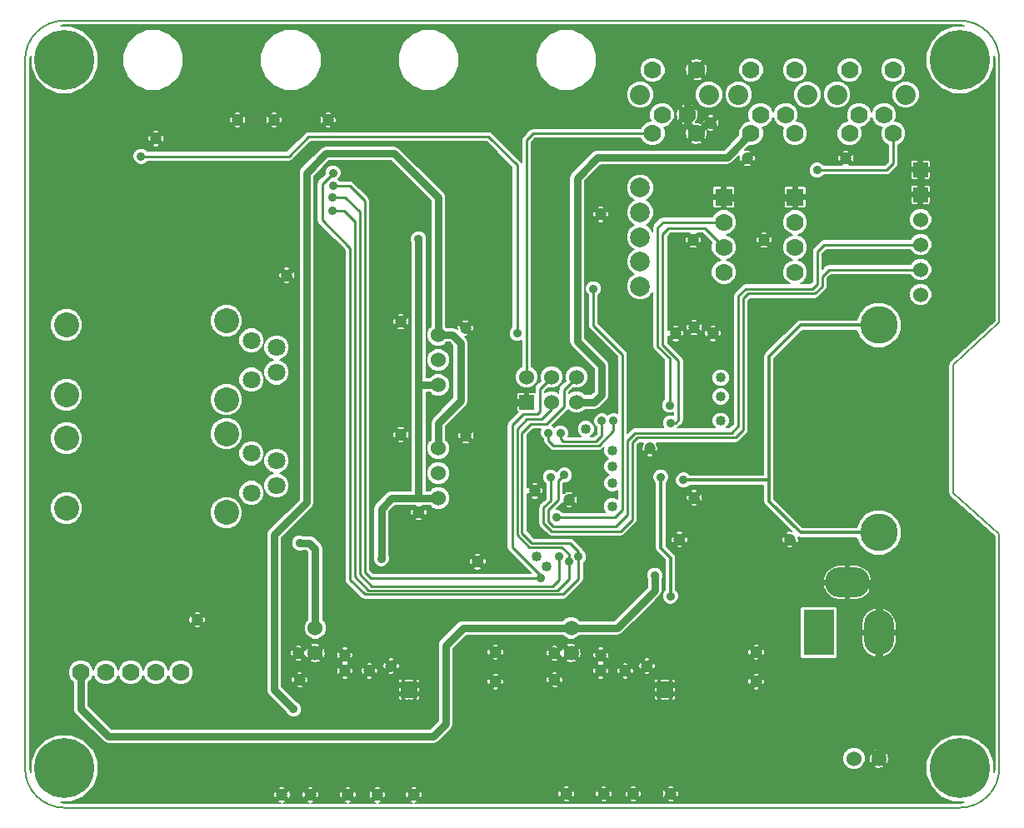
<source format=gbl>
G04 #@! TF.FileFunction,Copper,L2,Bot,Signal*
%FSLAX46Y46*%
G04 Gerber Fmt 4.6, Leading zero omitted, Abs format (unit mm)*
G04 Created by KiCad (PCBNEW (2015-07-01 BZR 5850)-product) date Sat Sep  5 15:37:45 2015*
%MOMM*%
G01*
G04 APERTURE LIST*
%ADD10C,0.025400*%
%ADD11C,0.127000*%
%ADD12C,1.200000*%
%ADD13C,1.016000*%
%ADD14C,3.810000*%
%ADD15C,1.524000*%
%ADD16R,1.524000X1.524000*%
%ADD17C,1.778000*%
%ADD18R,1.778000X1.778000*%
%ADD19C,2.540000*%
%ADD20C,1.800000*%
%ADD21O,3.048000X4.572000*%
%ADD22R,3.048000X4.572000*%
%ADD23O,4.572000X3.048000*%
%ADD24C,6.096000*%
%ADD25C,2.032000*%
%ADD26R,0.500000X1.700000*%
%ADD27R,0.700000X0.850000*%
%ADD28C,2.000000*%
%ADD29C,0.889000*%
%ADD30C,0.762000*%
%ADD31C,0.304800*%
%ADD32C,0.254000*%
%ADD33C,0.200000*%
G04 APERTURE END LIST*
D10*
D11*
X18000000Y-94000000D02*
X109000000Y-94000000D01*
X113000000Y-44700000D02*
X108300000Y-49000000D01*
X113000000Y-18000000D02*
X113000000Y-44700000D01*
X108300000Y-55500000D02*
X108300000Y-49000000D01*
X108300000Y-62000000D02*
X108300000Y-55500000D01*
X113000000Y-66200000D02*
X108300000Y-62000000D01*
X113000000Y-90000000D02*
X113000000Y-66200000D01*
X14000000Y-18000000D02*
X14000000Y-90000000D01*
X109000000Y-14000000D02*
X18000000Y-14000000D01*
X113000000Y-18000000D02*
G75*
G03X109000000Y-14000000I-4000000J0D01*
G01*
X109000000Y-94000000D02*
G75*
G03X113000000Y-90000000I0J4000000D01*
G01*
X14000000Y-90000000D02*
G75*
G03X18000000Y-94000000I4000000J0D01*
G01*
X18000000Y-14000000D02*
G75*
G03X14000000Y-18000000I0J-4000000D01*
G01*
D12*
X67800000Y-78300000D03*
X77200000Y-79600000D03*
X75000000Y-80100000D03*
X72500000Y-78500000D03*
X72500000Y-80100000D03*
X67800000Y-81000000D03*
X75800000Y-92600000D03*
X72800000Y-92600000D03*
X49800000Y-92700000D03*
X46800000Y-92700000D03*
X51200000Y-79600000D03*
X41900000Y-81000000D03*
X49000000Y-80100000D03*
X46500000Y-78500000D03*
X46500000Y-80100000D03*
X88300000Y-78200000D03*
X88300000Y-81200000D03*
X61800000Y-81200000D03*
X61800000Y-78200000D03*
X31500000Y-74900000D03*
X58750000Y-45250000D03*
X77500000Y-57500000D03*
X80500000Y-66750000D03*
X91750000Y-66750000D03*
X82000000Y-45200000D03*
X83900000Y-45800000D03*
X80100000Y-45800000D03*
X60000000Y-69000000D03*
X72500000Y-33700000D03*
X89100000Y-36300000D03*
X81900000Y-36300000D03*
X97400000Y-28000000D03*
X87400000Y-28000000D03*
X83700000Y-24400000D03*
X52200000Y-44600000D03*
X52200000Y-56100000D03*
X53500000Y-92700000D03*
X79600000Y-92600000D03*
X69000000Y-92600000D03*
X41800000Y-78300000D03*
X82000000Y-62500000D03*
X69300000Y-62700000D03*
X43000000Y-92700000D03*
X40100000Y-92700000D03*
X54000000Y-64000000D03*
X65800000Y-61800000D03*
X40600000Y-39900000D03*
X44800000Y-24100000D03*
X35600000Y-24100000D03*
X27300000Y-26000000D03*
X39300000Y-24100000D03*
D13*
X71000000Y-55500000D03*
X84700000Y-52200000D03*
X84700000Y-50300000D03*
X84700000Y-54700000D03*
X66000000Y-68500000D03*
X73700000Y-59300000D03*
X73700000Y-57700000D03*
X73650000Y-63400000D03*
X73700000Y-61000000D03*
X67000000Y-69500000D03*
D14*
X100750000Y-44959000D03*
X100750000Y-66041000D03*
D15*
X69500000Y-75730000D03*
X69500000Y-78270000D03*
X43500000Y-75730000D03*
X43500000Y-78270000D03*
D16*
X64960000Y-52770000D03*
D15*
X64960000Y-50230000D03*
X67500000Y-52770000D03*
X67500000Y-50230000D03*
X70040000Y-52770000D03*
X70040000Y-50230000D03*
D16*
X105000000Y-29150000D03*
X105000000Y-31690000D03*
D15*
X105000000Y-34230000D03*
X105000000Y-36770000D03*
X105000000Y-39310000D03*
X105000000Y-41850000D03*
D17*
X92250000Y-39560000D03*
X92250000Y-37020000D03*
X92250000Y-34480000D03*
D18*
X92250000Y-31940000D03*
D17*
X85000000Y-39560000D03*
X85000000Y-37020000D03*
X85000000Y-34480000D03*
D18*
X85000000Y-31940000D03*
D15*
X56000000Y-51040000D03*
X56000000Y-48500000D03*
X56000000Y-45960000D03*
X98230000Y-89000000D03*
X100770000Y-89000000D03*
D19*
X18204000Y-52056000D03*
X18204000Y-44944000D03*
X34460000Y-44486800D03*
X34460000Y-52513200D03*
D20*
X37000000Y-50500000D03*
X37000000Y-46500000D03*
X39540000Y-49770000D03*
X39540000Y-47230000D03*
D21*
X100750000Y-76200000D03*
D22*
X94654000Y-76200000D03*
D23*
X97575000Y-71120000D03*
D15*
X56000000Y-62540000D03*
X56000000Y-60000000D03*
X56000000Y-57460000D03*
D19*
X18204000Y-63556000D03*
X18204000Y-56444000D03*
X34460000Y-55986800D03*
X34460000Y-64013200D03*
D20*
X37000000Y-62000000D03*
X37000000Y-58000000D03*
X39540000Y-61270000D03*
X39540000Y-58730000D03*
D24*
X18000000Y-18000000D03*
X109000000Y-18000000D03*
X18000000Y-90000000D03*
X109000000Y-90000000D03*
D17*
X22210000Y-80250000D03*
X29830000Y-80250000D03*
X27290000Y-80250000D03*
X19670000Y-80250000D03*
X24750000Y-80250000D03*
X82222500Y-19000000D03*
X77777500Y-19000000D03*
D25*
X83492500Y-21540000D03*
X76507500Y-21540000D03*
D17*
X77777500Y-25477000D03*
X82222500Y-25477000D03*
X78730000Y-23572000D03*
X81270000Y-23572000D03*
X102222500Y-19000000D03*
X97777500Y-19000000D03*
D25*
X103492500Y-21540000D03*
X96507500Y-21540000D03*
D17*
X97777500Y-25477000D03*
X102222500Y-25477000D03*
X98730000Y-23572000D03*
X101270000Y-23572000D03*
X92222500Y-19000000D03*
X87777500Y-19000000D03*
D25*
X93492500Y-21540000D03*
X86507500Y-21540000D03*
D17*
X87777500Y-25477000D03*
X92222500Y-25477000D03*
X88730000Y-23572000D03*
X91270000Y-23572000D03*
D26*
X79000000Y-82000000D03*
D27*
X79500000Y-82425000D03*
X79500000Y-81575000D03*
X78500000Y-81575000D03*
X78500000Y-82425000D03*
D26*
X53000000Y-82000000D03*
D27*
X53500000Y-82425000D03*
X53500000Y-81575000D03*
X52500000Y-81575000D03*
X52500000Y-82425000D03*
D12*
X58800000Y-56200000D03*
D28*
X76500000Y-41000000D03*
X76500000Y-38500000D03*
X76500000Y-36000000D03*
X76500000Y-31000000D03*
X76500000Y-33500000D03*
D29*
X41900000Y-67100000D03*
X79600000Y-72500000D03*
X78600000Y-60400000D03*
X41300000Y-84000000D03*
X64000000Y-45800000D03*
X25800000Y-27800000D03*
X68000000Y-64500000D03*
X71750000Y-41250000D03*
X68250000Y-68500000D03*
X45250000Y-32000000D03*
X94500000Y-29200000D03*
X80900000Y-60700000D03*
X50200000Y-68700000D03*
X54000000Y-36200000D03*
X78000000Y-70400000D03*
X45200000Y-33300000D03*
X69250000Y-69000000D03*
X45300000Y-30800000D03*
X66400000Y-70700000D03*
X45300000Y-29500000D03*
X70250000Y-68500000D03*
X68800000Y-60200000D03*
X67400000Y-60400000D03*
X79600000Y-54900000D03*
X67200000Y-55900000D03*
X73800000Y-54700000D03*
X68400000Y-55900000D03*
X72600000Y-54700000D03*
X79500000Y-53100000D03*
D30*
X43500000Y-75730000D02*
X43500000Y-67700000D01*
X42900000Y-67100000D02*
X41900000Y-67100000D01*
X43500000Y-67700000D02*
X42900000Y-67100000D01*
D31*
X79600000Y-68600000D02*
X79600000Y-72500000D01*
X78600000Y-67600000D02*
X79600000Y-68600000D01*
X78600000Y-60400000D02*
X78600000Y-67600000D01*
D30*
X56000000Y-45960000D02*
X57460000Y-45960000D01*
X58250000Y-46750000D02*
X58250000Y-52650000D01*
X57460000Y-45960000D02*
X58250000Y-46750000D01*
X56000000Y-45960000D02*
X56000000Y-32000000D01*
X39300000Y-82000000D02*
X41300000Y-84000000D01*
X39300000Y-66300000D02*
X39300000Y-82000000D01*
X42600000Y-63000000D02*
X39300000Y-66300000D01*
X42600000Y-29500000D02*
X42600000Y-63000000D01*
X44600000Y-27500000D02*
X42600000Y-29500000D01*
X51500000Y-27500000D02*
X44600000Y-27500000D01*
X56000000Y-32000000D02*
X51500000Y-27500000D01*
X56000000Y-54900000D02*
X56000000Y-57460000D01*
X58250000Y-52650000D02*
X56000000Y-54900000D01*
D32*
X25800000Y-27800000D02*
X40800000Y-27800000D01*
X64000000Y-28700000D02*
X64000000Y-45800000D01*
X61100000Y-25800000D02*
X64000000Y-28700000D01*
X42800000Y-25800000D02*
X61100000Y-25800000D01*
X40800000Y-27800000D02*
X42800000Y-25800000D01*
X74700000Y-47950000D02*
X74700000Y-63700000D01*
X74700000Y-63700000D02*
X73900000Y-64500000D01*
X68000000Y-64500000D02*
X73900000Y-64500000D01*
X74700000Y-47950000D02*
X71750000Y-45000000D01*
X71750000Y-45000000D02*
X71750000Y-41250000D01*
X49250000Y-71500000D02*
X67550000Y-71500000D01*
X48000000Y-70250000D02*
X49250000Y-71500000D01*
X68250000Y-68500000D02*
X68250000Y-70800000D01*
X68250000Y-70800000D02*
X67550000Y-71500000D01*
X48000000Y-70250000D02*
X48000000Y-33450000D01*
X48000000Y-33450000D02*
X46550000Y-32000000D01*
X46550000Y-32000000D02*
X45250000Y-32000000D01*
X102222500Y-28527500D02*
X102222500Y-25477000D01*
X101550000Y-29200000D02*
X102222500Y-28527500D01*
X94500000Y-29200000D02*
X101550000Y-29200000D01*
D31*
X100750000Y-44959000D02*
X92791000Y-44959000D01*
X89600000Y-48150000D02*
X89600000Y-60700000D01*
X92791000Y-44959000D02*
X89600000Y-48150000D01*
X100750000Y-66041000D02*
X92791000Y-66041000D01*
X92791000Y-66041000D02*
X89600000Y-62850000D01*
X89600000Y-62850000D02*
X89600000Y-60700000D01*
X89600000Y-60700000D02*
X80900000Y-60700000D01*
D30*
X64960000Y-52770000D02*
X60730000Y-52770000D01*
X58800000Y-54700000D02*
X58800000Y-56200000D01*
X60730000Y-52770000D02*
X58800000Y-54700000D01*
X83700000Y-24400000D02*
X83299500Y-24400000D01*
X83299500Y-24400000D02*
X82222500Y-25477000D01*
X81270000Y-23572000D02*
X81270000Y-24524500D01*
X81270000Y-24524500D02*
X82222500Y-25477000D01*
X81270000Y-23572000D02*
X81270000Y-19952500D01*
X81270000Y-19952500D02*
X82222500Y-19000000D01*
X85000000Y-31940000D02*
X92250000Y-31940000D01*
X105000000Y-31690000D02*
X105000000Y-29150000D01*
X100750000Y-76200000D02*
X100750000Y-72250000D01*
X100750000Y-72250000D02*
X99620000Y-71120000D01*
X99620000Y-71120000D02*
X97575000Y-71120000D01*
X100770000Y-89000000D02*
X100770000Y-76220000D01*
X100770000Y-76220000D02*
X100750000Y-76200000D01*
X69500000Y-75730000D02*
X58520000Y-75730000D01*
X19670000Y-83920000D02*
X19670000Y-80250000D01*
X22500000Y-86750000D02*
X19670000Y-83920000D01*
X55500000Y-86750000D02*
X22500000Y-86750000D01*
X56750000Y-85500000D02*
X55500000Y-86750000D01*
X56750000Y-77500000D02*
X56750000Y-85500000D01*
X58520000Y-75730000D02*
X56750000Y-77500000D01*
X50200000Y-68700000D02*
X50200000Y-63600000D01*
X50200000Y-63600000D02*
X51260000Y-62540000D01*
X51260000Y-62540000D02*
X54000000Y-62540000D01*
X70040000Y-52770000D02*
X71830000Y-52770000D01*
X85354500Y-27900000D02*
X87777500Y-25477000D01*
X72200000Y-27900000D02*
X85354500Y-27900000D01*
X70100000Y-30000000D02*
X72200000Y-27900000D01*
X70100000Y-46600000D02*
X70100000Y-30000000D01*
X72600000Y-49100000D02*
X70100000Y-46600000D01*
X72600000Y-52000000D02*
X72600000Y-49100000D01*
X71830000Y-52770000D02*
X72600000Y-52000000D01*
X56000000Y-51040000D02*
X54000000Y-51040000D01*
X54000000Y-62540000D02*
X54000000Y-51040000D01*
X54000000Y-51040000D02*
X54000000Y-36200000D01*
X54000000Y-62540000D02*
X56000000Y-62540000D01*
X74170000Y-75730000D02*
X69500000Y-75730000D01*
X78000000Y-71900000D02*
X74170000Y-75730000D01*
X78000000Y-70400000D02*
X78000000Y-71900000D01*
D32*
X64960000Y-50230000D02*
X64960000Y-26140000D01*
X64960000Y-26140000D02*
X65623000Y-25477000D01*
X65623000Y-25477000D02*
X77777500Y-25477000D01*
X68500000Y-67500000D02*
X65250000Y-67500000D01*
X64000000Y-66250000D02*
X64000000Y-55500000D01*
X65250000Y-67500000D02*
X64000000Y-66250000D01*
X68100000Y-71900000D02*
X48900000Y-71900000D01*
X48900000Y-71900000D02*
X47500000Y-70500000D01*
X46400000Y-33300000D02*
X45200000Y-33300000D01*
X47500000Y-34400000D02*
X46400000Y-33300000D01*
X47500000Y-70500000D02*
X47500000Y-34400000D01*
X66500000Y-54500000D02*
X65000000Y-54500000D01*
X67500000Y-53500000D02*
X66500000Y-54500000D01*
X67500000Y-52770000D02*
X67500000Y-53500000D01*
X65000000Y-54500000D02*
X64000000Y-55500000D01*
X68500000Y-67500000D02*
X69250000Y-68250000D01*
X69250000Y-68250000D02*
X69250000Y-69000000D01*
X69250000Y-69000000D02*
X69250000Y-70750000D01*
X69250000Y-70750000D02*
X68100000Y-71900000D01*
X66400000Y-70700000D02*
X66400000Y-70400000D01*
X63500000Y-67500000D02*
X63500000Y-55100000D01*
X66400000Y-70400000D02*
X63500000Y-67500000D01*
X66300000Y-51430000D02*
X67500000Y-50230000D01*
X66300000Y-53700000D02*
X66300000Y-51430000D01*
X66050000Y-53950000D02*
X66300000Y-53700000D01*
X64650000Y-53950000D02*
X66050000Y-53950000D01*
X63500000Y-55100000D02*
X64650000Y-53950000D01*
X66400000Y-70700000D02*
X49150000Y-70700000D01*
X49150000Y-70700000D02*
X48500000Y-70050000D01*
X48500000Y-32300000D02*
X47000000Y-30800000D01*
X48500000Y-70050000D02*
X48500000Y-32300000D01*
X47000000Y-30800000D02*
X45300000Y-30800000D01*
X69350000Y-67100000D02*
X65500000Y-67100000D01*
X64500000Y-55900000D02*
X65400000Y-55000000D01*
X64500000Y-66100000D02*
X64500000Y-55900000D01*
X65500000Y-67100000D02*
X64500000Y-66100000D01*
X68700000Y-72300000D02*
X48500000Y-72300000D01*
X48500000Y-72300000D02*
X47000000Y-70800000D01*
X44200000Y-30600000D02*
X45300000Y-29500000D01*
X47000000Y-37100000D02*
X44200000Y-34300000D01*
X47000000Y-70800000D02*
X47000000Y-37100000D01*
X44200000Y-34300000D02*
X44200000Y-30600000D01*
X70250000Y-70750000D02*
X68700000Y-72300000D01*
X70250000Y-68500000D02*
X70250000Y-70750000D01*
X70250000Y-68000000D02*
X70250000Y-68500000D01*
X69350000Y-67100000D02*
X70250000Y-68000000D01*
X68750000Y-51520000D02*
X68750000Y-53250000D01*
X67000000Y-55000000D02*
X65400000Y-55000000D01*
X68750000Y-53250000D02*
X67000000Y-55000000D01*
X68750000Y-51520000D02*
X70040000Y-50230000D01*
X75200000Y-60100000D02*
X75200000Y-56700000D01*
X85800000Y-55900000D02*
X86500000Y-55200000D01*
X76000000Y-55900000D02*
X85800000Y-55900000D01*
X75200000Y-56700000D02*
X76000000Y-55900000D01*
X86500000Y-55200000D02*
X86500000Y-42000000D01*
X95230000Y-36770000D02*
X105000000Y-36770000D01*
X94500000Y-37500000D02*
X95230000Y-36770000D01*
X94500000Y-40750000D02*
X94500000Y-37500000D01*
X94000000Y-41250000D02*
X94500000Y-40750000D01*
X87250000Y-41250000D02*
X94000000Y-41250000D01*
X86500000Y-42000000D02*
X87250000Y-41250000D01*
X75200000Y-60100000D02*
X75200000Y-64200000D01*
X67700000Y-65400000D02*
X74000000Y-65400000D01*
X74000000Y-65400000D02*
X75200000Y-64200000D01*
X68200000Y-62700000D02*
X68200000Y-60800000D01*
X68200000Y-60800000D02*
X68800000Y-60200000D01*
X67200000Y-64900000D02*
X67700000Y-65400000D01*
X67200000Y-63700000D02*
X67200000Y-64900000D01*
X68200000Y-62700000D02*
X67200000Y-63700000D01*
X75700000Y-60300000D02*
X75700000Y-56900000D01*
X86200000Y-56400000D02*
X87000000Y-55600000D01*
X76200000Y-56400000D02*
X86200000Y-56400000D01*
X75700000Y-56900000D02*
X76200000Y-56400000D01*
X87000000Y-55600000D02*
X87000000Y-42250000D01*
X95690000Y-39310000D02*
X105000000Y-39310000D01*
X95000000Y-40000000D02*
X95690000Y-39310000D01*
X95000000Y-41000000D02*
X95000000Y-40000000D01*
X94250000Y-41750000D02*
X95000000Y-41000000D01*
X87500000Y-41750000D02*
X94250000Y-41750000D01*
X87000000Y-42250000D02*
X87500000Y-41750000D01*
X75700000Y-60300000D02*
X75700000Y-64700000D01*
X67500000Y-65900000D02*
X74500000Y-65900000D01*
X74500000Y-65900000D02*
X75700000Y-64700000D01*
X66700000Y-65100000D02*
X67500000Y-65900000D01*
X66700000Y-63500000D02*
X66700000Y-65100000D01*
X67400000Y-62800000D02*
X66700000Y-63500000D01*
X67400000Y-60400000D02*
X67400000Y-62800000D01*
X78800000Y-47000000D02*
X78800000Y-35700000D01*
X83080000Y-35100000D02*
X85000000Y-37020000D01*
X79400000Y-35100000D02*
X83080000Y-35100000D01*
X78800000Y-35700000D02*
X79400000Y-35100000D01*
X73800000Y-54700000D02*
X73800000Y-55700000D01*
X73800000Y-55700000D02*
X72300000Y-57200000D01*
X80400000Y-54600000D02*
X80400000Y-48600000D01*
X79600000Y-54900000D02*
X80100000Y-54900000D01*
X80100000Y-54900000D02*
X80400000Y-54600000D01*
X80400000Y-48600000D02*
X78800000Y-47000000D01*
X67200000Y-55900000D02*
X67200000Y-56700000D01*
X67200000Y-56700000D02*
X67700000Y-57200000D01*
X67700000Y-57200000D02*
X72300000Y-57200000D01*
X72600000Y-54700000D02*
X72600000Y-56200000D01*
X72600000Y-56200000D02*
X72000000Y-56800000D01*
X78820000Y-34480000D02*
X85000000Y-34480000D01*
X78300000Y-35000000D02*
X78820000Y-34480000D01*
X78300000Y-47100000D02*
X78300000Y-35000000D01*
X79500000Y-48300000D02*
X78300000Y-47100000D01*
X68400000Y-55900000D02*
X68400000Y-56500000D01*
X68700000Y-56800000D02*
X72000000Y-56800000D01*
X68400000Y-56500000D02*
X68700000Y-56800000D01*
X79500000Y-53100000D02*
X79500000Y-48300000D01*
D33*
G36*
X109401023Y-14552349D02*
X108317159Y-14551403D01*
X107049417Y-15075224D01*
X106078633Y-16044315D01*
X105552600Y-17311142D01*
X105551403Y-18682841D01*
X106075224Y-19950583D01*
X107044315Y-20921367D01*
X108311142Y-21447400D01*
X109682841Y-21448597D01*
X110950583Y-20924776D01*
X111921367Y-19955685D01*
X112447400Y-18688858D01*
X112448348Y-17602481D01*
X112536500Y-18045651D01*
X112536500Y-44495838D01*
X107987131Y-48658027D01*
X107980945Y-48666451D01*
X107972256Y-48672256D01*
X107927628Y-48739046D01*
X107880080Y-48803788D01*
X107877588Y-48813936D01*
X107871782Y-48822626D01*
X107856111Y-48901410D01*
X107836957Y-48979420D01*
X107838539Y-48989750D01*
X107836500Y-49000000D01*
X107836500Y-62000000D01*
X107839074Y-62012938D01*
X107837230Y-62025998D01*
X107856630Y-62101200D01*
X107871782Y-62177374D01*
X107879110Y-62188341D01*
X107882405Y-62201114D01*
X107929108Y-62263169D01*
X107972256Y-62327744D01*
X107983224Y-62335072D01*
X107991156Y-62345612D01*
X112536500Y-66407409D01*
X112536500Y-89954349D01*
X112447651Y-90401022D01*
X112448597Y-89317159D01*
X111924776Y-88049417D01*
X110955685Y-87078633D01*
X109688858Y-86552600D01*
X108317159Y-86551403D01*
X107049417Y-87075224D01*
X106078633Y-88044315D01*
X105552600Y-89311142D01*
X105551403Y-90682841D01*
X106075224Y-91950583D01*
X107044315Y-92921367D01*
X108311142Y-93447400D01*
X109397519Y-93448348D01*
X108954349Y-93536500D01*
X53651391Y-93536500D01*
X53829452Y-93501590D01*
X53833852Y-93499767D01*
X53909333Y-93392176D01*
X53809333Y-93292176D01*
X68590667Y-93292176D01*
X68666148Y-93399767D01*
X68997618Y-93466648D01*
X69329452Y-93401590D01*
X69333852Y-93399767D01*
X69409333Y-93292176D01*
X72390667Y-93292176D01*
X72466148Y-93399767D01*
X72797618Y-93466648D01*
X73129452Y-93401590D01*
X73133852Y-93399767D01*
X73209333Y-93292176D01*
X75390667Y-93292176D01*
X73209333Y-93292176D01*
X73209333Y-93292176D01*
X75390667Y-93292176D01*
X75466148Y-93399767D01*
X75797618Y-93466648D01*
X76129452Y-93401590D01*
X76133852Y-93399767D01*
X76209333Y-93292176D01*
X79190667Y-93292176D01*
X79266148Y-93399767D01*
X79597618Y-93466648D01*
X79929452Y-93401590D01*
X79933852Y-93399767D01*
X80009333Y-93292176D01*
X79600000Y-92882843D01*
X79034314Y-92882843D01*
X79317157Y-92600000D01*
X79317157Y-92600000D01*
X79882843Y-92600000D01*
X80292176Y-93009333D01*
X80399767Y-92933852D01*
X80466648Y-92602382D01*
X80401590Y-92270548D01*
X80399767Y-92266148D01*
X80292176Y-92190667D01*
X79882843Y-92600000D01*
X79317157Y-92600000D01*
X78907824Y-92190667D01*
X78800233Y-92266148D01*
X78733352Y-92597618D01*
X78798410Y-92929452D01*
X78800233Y-92933852D01*
X78907824Y-93009333D01*
X79034314Y-92882843D01*
X79600000Y-92882843D01*
X79034314Y-92882843D01*
X79034314Y-92882843D01*
X79600000Y-92882843D01*
X79190667Y-93292176D01*
X76209333Y-93292176D01*
X76209333Y-93292176D01*
X75800000Y-92882843D01*
X75234314Y-92882843D01*
X75517157Y-92600000D01*
X75517157Y-92600000D01*
X76082843Y-92600000D01*
X76492176Y-93009333D01*
X76599767Y-92933852D01*
X76666648Y-92602382D01*
X76601590Y-92270548D01*
X76599767Y-92266148D01*
X76492176Y-92190667D01*
X76082843Y-92600000D01*
X75517157Y-92600000D01*
X75234314Y-92317157D01*
X75800000Y-92317157D01*
X76209333Y-91907824D01*
X76133852Y-91800233D01*
X76124818Y-91798410D01*
X79270548Y-91798410D01*
X79266148Y-91800233D01*
X79190667Y-91907824D01*
X79600000Y-92317157D01*
X80009333Y-91907824D01*
X79933852Y-91800233D01*
X79602382Y-91733352D01*
X79270548Y-91798410D01*
X76124818Y-91798410D01*
X75802382Y-91733352D01*
X75470548Y-91798410D01*
X73124818Y-91798410D01*
X72802382Y-91733352D01*
X72470548Y-91798410D01*
X72466148Y-91800233D01*
X72390667Y-91907824D01*
X72800000Y-92317157D01*
X73209333Y-91907824D01*
X73133852Y-91800233D01*
X73124818Y-91798410D01*
X75470548Y-91798410D01*
X73124818Y-91798410D01*
X73124818Y-91798410D01*
X75470548Y-91798410D01*
X75466148Y-91800233D01*
X75390667Y-91907824D01*
X75800000Y-92317157D01*
X75234314Y-92317157D01*
X75107824Y-92190667D01*
X75000233Y-92266148D01*
X74933352Y-92597618D01*
X74998410Y-92929452D01*
X75000233Y-92933852D01*
X75107824Y-93009333D01*
X75234314Y-92882843D01*
X75800000Y-92882843D01*
X75234314Y-92882843D01*
X75234314Y-92882843D01*
X75800000Y-92882843D01*
X75390667Y-93292176D01*
X73209333Y-93292176D01*
X73209333Y-93292176D01*
X72926490Y-93009333D01*
X73492176Y-93009333D01*
X73599767Y-92933852D01*
X73666648Y-92602382D01*
X73601590Y-92270548D01*
X73599767Y-92266148D01*
X73492176Y-92190667D01*
X73082843Y-92600000D01*
X72517157Y-92600000D01*
X72517157Y-92600000D01*
X72107824Y-92190667D01*
X72000233Y-92266148D01*
X71933352Y-92597618D01*
X71998410Y-92929452D01*
X72000233Y-92933852D01*
X72107824Y-93009333D01*
X72517157Y-92600000D01*
X73082843Y-92600000D01*
X72517157Y-92600000D01*
X72517157Y-92600000D01*
X73082843Y-92600000D01*
X73492176Y-93009333D01*
X72926490Y-93009333D01*
X72800000Y-92882843D01*
X72390667Y-93292176D01*
X69409333Y-93292176D01*
X69409333Y-93292176D01*
X69000000Y-92882843D01*
X68590667Y-93292176D01*
X53809333Y-93292176D01*
X53500000Y-92982843D01*
X53090667Y-93392176D01*
X53166148Y-93499767D01*
X53348201Y-93536500D01*
X49951391Y-93536500D01*
X50129452Y-93501590D01*
X50133852Y-93499767D01*
X50209333Y-93392176D01*
X49926490Y-93109333D01*
X50492176Y-93109333D01*
X50599767Y-93033852D01*
X50666648Y-92702382D01*
X50601590Y-92370548D01*
X50599767Y-92366148D01*
X52700233Y-92366148D01*
X52633352Y-92697618D01*
X52698410Y-93029452D01*
X52700233Y-93033852D01*
X52807824Y-93109333D01*
X53217157Y-92700000D01*
X53782843Y-92700000D01*
X54192176Y-93109333D01*
X54299767Y-93033852D01*
X54366648Y-92702382D01*
X54346109Y-92597618D01*
X68133352Y-92597618D01*
X68198410Y-92929452D01*
X68200233Y-92933852D01*
X68307824Y-93009333D01*
X68717157Y-92600000D01*
X69282843Y-92600000D01*
X69692176Y-93009333D01*
X69799767Y-92933852D01*
X69866648Y-92602382D01*
X69801590Y-92270548D01*
X69799767Y-92266148D01*
X69692176Y-92190667D01*
X69282843Y-92600000D01*
X68717157Y-92600000D01*
X68717157Y-92600000D01*
X68307824Y-92190667D01*
X68200233Y-92266148D01*
X53651009Y-92266148D01*
X53909333Y-92007824D01*
X53833852Y-91900233D01*
X53502382Y-91833352D01*
X53170548Y-91898410D01*
X53166148Y-91900233D01*
X53090667Y-92007824D01*
X53500000Y-92417157D01*
X53651009Y-92266148D01*
X68200233Y-92266148D01*
X53651009Y-92266148D01*
X53651009Y-92266148D01*
X68200233Y-92266148D01*
X68133352Y-92597618D01*
X54346109Y-92597618D01*
X54301590Y-92370548D01*
X54299767Y-92366148D01*
X54192176Y-92290667D01*
X53782843Y-92700000D01*
X53217157Y-92700000D01*
X53217157Y-92700000D01*
X52807824Y-92290667D01*
X52700233Y-92366148D01*
X50599767Y-92366148D01*
X50599767Y-92366148D01*
X50492176Y-92290667D01*
X50082843Y-92700000D01*
X49517157Y-92700000D01*
X49517157Y-92700000D01*
X49107824Y-92290667D01*
X49000233Y-92366148D01*
X48933352Y-92697618D01*
X48998410Y-93029452D01*
X49000233Y-93033852D01*
X49107824Y-93109333D01*
X49517157Y-92700000D01*
X50082843Y-92700000D01*
X49517157Y-92700000D01*
X49517157Y-92700000D01*
X50082843Y-92700000D01*
X50492176Y-93109333D01*
X49926490Y-93109333D01*
X49800000Y-92982843D01*
X49390667Y-93392176D01*
X49466148Y-93499767D01*
X49648201Y-93536500D01*
X46951391Y-93536500D01*
X47129452Y-93501590D01*
X47133852Y-93499767D01*
X47209333Y-93392176D01*
X46800000Y-92982843D01*
X46390667Y-93392176D01*
X46466148Y-93499767D01*
X46648201Y-93536500D01*
X43151391Y-93536500D01*
X43329452Y-93501590D01*
X43333852Y-93499767D01*
X43409333Y-93392176D01*
X43000000Y-92982843D01*
X42590667Y-93392176D01*
X42666148Y-93499767D01*
X42848201Y-93536500D01*
X40251391Y-93536500D01*
X40429452Y-93501590D01*
X40433852Y-93499767D01*
X40509333Y-93392176D01*
X40100000Y-92982843D01*
X39690667Y-93392176D01*
X39766148Y-93499767D01*
X39948201Y-93536500D01*
X18045651Y-93536500D01*
X17598978Y-93447651D01*
X18682841Y-93448597D01*
X19950583Y-92924776D01*
X20510186Y-92366148D01*
X39300233Y-92366148D01*
X39233352Y-92697618D01*
X39298410Y-93029452D01*
X39300233Y-93033852D01*
X39407824Y-93109333D01*
X39817157Y-92700000D01*
X40382843Y-92700000D01*
X40792176Y-93109333D01*
X40899767Y-93033852D01*
X40966648Y-92702382D01*
X40901590Y-92370548D01*
X40899767Y-92366148D01*
X42200233Y-92366148D01*
X42133352Y-92697618D01*
X42198410Y-93029452D01*
X42200233Y-93033852D01*
X42307824Y-93109333D01*
X42717157Y-92700000D01*
X43282843Y-92700000D01*
X43692176Y-93109333D01*
X43799767Y-93033852D01*
X43866648Y-92702382D01*
X43801590Y-92370548D01*
X43799767Y-92366148D01*
X46000233Y-92366148D01*
X45933352Y-92697618D01*
X45998410Y-93029452D01*
X46000233Y-93033852D01*
X46107824Y-93109333D01*
X46517157Y-92700000D01*
X47082843Y-92700000D01*
X47492176Y-93109333D01*
X47599767Y-93033852D01*
X47666648Y-92702382D01*
X47601590Y-92370548D01*
X47599767Y-92366148D01*
X47492176Y-92290667D01*
X47082843Y-92700000D01*
X46517157Y-92700000D01*
X46517157Y-92700000D01*
X46107824Y-92290667D01*
X46000233Y-92366148D01*
X43799767Y-92366148D01*
X43799767Y-92366148D01*
X43692176Y-92290667D01*
X43282843Y-92700000D01*
X42717157Y-92700000D01*
X42717157Y-92700000D01*
X42307824Y-92290667D01*
X42200233Y-92366148D01*
X40899767Y-92366148D01*
X40899767Y-92366148D01*
X40792176Y-92290667D01*
X40382843Y-92700000D01*
X39817157Y-92700000D01*
X39817157Y-92700000D01*
X39407824Y-92290667D01*
X39300233Y-92366148D01*
X20510186Y-92366148D01*
X20921367Y-91955685D01*
X20945149Y-91898410D01*
X39770548Y-91898410D01*
X39766148Y-91900233D01*
X39690667Y-92007824D01*
X40100000Y-92417157D01*
X40509333Y-92007824D01*
X40433852Y-91900233D01*
X40424818Y-91898410D01*
X42670548Y-91898410D01*
X42666148Y-91900233D01*
X42590667Y-92007824D01*
X43000000Y-92417157D01*
X43409333Y-92007824D01*
X43333852Y-91900233D01*
X43324818Y-91898410D01*
X46470548Y-91898410D01*
X46466148Y-91900233D01*
X46390667Y-92007824D01*
X46800000Y-92417157D01*
X47209333Y-92007824D01*
X47133852Y-91900233D01*
X47124818Y-91898410D01*
X49470548Y-91898410D01*
X49466148Y-91900233D01*
X49390667Y-92007824D01*
X49800000Y-92417157D01*
X50209333Y-92007824D01*
X50133852Y-91900233D01*
X49802382Y-91833352D01*
X49470548Y-91898410D01*
X47124818Y-91898410D01*
X46802382Y-91833352D01*
X46470548Y-91898410D01*
X43324818Y-91898410D01*
X43002382Y-91833352D01*
X42670548Y-91898410D01*
X40424818Y-91898410D01*
X40102382Y-91833352D01*
X39770548Y-91898410D01*
X20945149Y-91898410D01*
X20986672Y-91798410D01*
X68670548Y-91798410D01*
X68666148Y-91800233D01*
X68590667Y-91907824D01*
X69000000Y-92317157D01*
X69409333Y-91907824D01*
X69333852Y-91800233D01*
X69002382Y-91733352D01*
X68670548Y-91798410D01*
X20986672Y-91798410D01*
X21447400Y-90688858D01*
X21448597Y-89317159D01*
X20924776Y-88049417D01*
X20889751Y-88014330D01*
X97572640Y-88014330D01*
X97245479Y-88340920D01*
X97068202Y-88767850D01*
X97067799Y-89230122D01*
X97244330Y-89657360D01*
X97570920Y-89984521D01*
X97997850Y-90161798D01*
X98460122Y-90162201D01*
X98887360Y-89985670D01*
X99061243Y-89812090D01*
X100240752Y-89812090D01*
X100336814Y-89936491D01*
X100728167Y-90030978D01*
X101125890Y-89968509D01*
X101203186Y-89936491D01*
X101299248Y-89812090D01*
X101016406Y-89529248D01*
X101582090Y-89529248D01*
X101706491Y-89433186D01*
X101800978Y-89041833D01*
X101738509Y-88644110D01*
X101706491Y-88566814D01*
X101582090Y-88470752D01*
X101052843Y-89000000D01*
X100487157Y-89000000D01*
X100487157Y-89000000D01*
X99957910Y-88470752D01*
X99833509Y-88566814D01*
X99739022Y-88958167D01*
X99801491Y-89355890D01*
X99833509Y-89433186D01*
X99957910Y-89529248D01*
X100487157Y-89000000D01*
X101052843Y-89000000D01*
X100487157Y-89000000D01*
X100487157Y-89000000D01*
X101052843Y-89000000D01*
X101582090Y-89529248D01*
X101016406Y-89529248D01*
X100770000Y-89282843D01*
X100240752Y-89812090D01*
X99061243Y-89812090D01*
X99214521Y-89659080D01*
X99391798Y-89232150D01*
X99392201Y-88769878D01*
X99215670Y-88342640D01*
X98905065Y-88031491D01*
X100414110Y-88031491D01*
X100336814Y-88063509D01*
X100240752Y-88187910D01*
X100770000Y-88717157D01*
X101299248Y-88187910D01*
X101203186Y-88063509D01*
X100811833Y-87969022D01*
X100414110Y-88031491D01*
X98905065Y-88031491D01*
X98889080Y-88015479D01*
X98462150Y-87838202D01*
X97999878Y-87837799D01*
X97572640Y-88014330D01*
X20889751Y-88014330D01*
X19955685Y-87078633D01*
X18688858Y-86552600D01*
X17317159Y-86551403D01*
X16049417Y-87075224D01*
X15078633Y-88044315D01*
X14552600Y-89311142D01*
X14551652Y-90397519D01*
X14463500Y-89954349D01*
X14463500Y-78960777D01*
X19414727Y-78960777D01*
X18940794Y-79156602D01*
X18577876Y-79518887D01*
X18381224Y-79992477D01*
X18380777Y-80505273D01*
X18576602Y-80979206D01*
X18889000Y-81292150D01*
X18889000Y-83920000D01*
X18938180Y-84167245D01*
X18948450Y-84218876D01*
X19117750Y-84472250D01*
X21947749Y-87302250D01*
X22201124Y-87471550D01*
X22500000Y-87531000D01*
X55500000Y-87531000D01*
X55798876Y-87471550D01*
X56052250Y-87302250D01*
X57302250Y-86052250D01*
X57471550Y-85798876D01*
X57531000Y-85500000D01*
X57531000Y-82625000D01*
X77962500Y-82625000D01*
X77900000Y-82687500D01*
X77900000Y-82899728D01*
X77938060Y-82991614D01*
X78008386Y-83061940D01*
X78100272Y-83100000D01*
X78262500Y-83100000D01*
X78325000Y-83037500D01*
X78325000Y-82625000D01*
X77962500Y-82625000D01*
X57531000Y-82625000D01*
X57531000Y-82262500D01*
X78500000Y-82262500D01*
X78500000Y-82899728D01*
X78538060Y-82991614D01*
X78608386Y-83061940D01*
X78700272Y-83100000D01*
X78899728Y-83100000D01*
X78991614Y-83061940D01*
X79000000Y-83053554D01*
X79008386Y-83061940D01*
X79100272Y-83100000D01*
X79299728Y-83100000D01*
X79391614Y-83061940D01*
X79461940Y-82991614D01*
X79500000Y-82899728D01*
X79500000Y-82625000D01*
X79675000Y-82625000D01*
X79500000Y-82625000D01*
X79500000Y-82625000D01*
X79675000Y-82625000D01*
X79675000Y-83037500D01*
X79737500Y-83100000D01*
X79899728Y-83100000D01*
X79991614Y-83061940D01*
X80061940Y-82991614D01*
X80100000Y-82899728D01*
X80100000Y-82687500D01*
X80037500Y-82625000D01*
X79675000Y-82625000D01*
X79500000Y-82625000D01*
X79500000Y-82262500D01*
X79437500Y-82200000D01*
X79325000Y-82200000D01*
X79325000Y-81800000D01*
X79437500Y-81800000D01*
X79487500Y-81750000D01*
X79737500Y-81750000D01*
X79712500Y-81775000D01*
X79675000Y-81775000D01*
X79675000Y-82225000D01*
X79712500Y-82225000D01*
X79737500Y-82250000D01*
X79899728Y-82250000D01*
X79960084Y-82225000D01*
X80037500Y-82225000D01*
X80100000Y-82162500D01*
X80100000Y-81892176D01*
X87890667Y-81892176D01*
X87966148Y-81999767D01*
X88297618Y-82066648D01*
X88629452Y-82001590D01*
X88633852Y-81999767D01*
X88709333Y-81892176D01*
X88426490Y-81609333D01*
X88992176Y-81609333D01*
X89099767Y-81533852D01*
X89166648Y-81202382D01*
X89101590Y-80870548D01*
X89099767Y-80866148D01*
X88992176Y-80790667D01*
X88582843Y-81200000D01*
X88017157Y-81200000D01*
X88017157Y-81200000D01*
X87734314Y-80917157D01*
X88300000Y-80917157D01*
X88709333Y-80507824D01*
X88633852Y-80400233D01*
X88302382Y-80333352D01*
X87970548Y-80398410D01*
X77534804Y-80398410D01*
X77609333Y-80292176D01*
X77200000Y-79882843D01*
X76790667Y-80292176D01*
X76866148Y-80399767D01*
X77197618Y-80466648D01*
X77529452Y-80401590D01*
X77533852Y-80399767D01*
X77534804Y-80398410D01*
X87970548Y-80398410D01*
X77534804Y-80398410D01*
X77534804Y-80398410D01*
X87970548Y-80398410D01*
X87966148Y-80400233D01*
X87890667Y-80507824D01*
X75694326Y-80507824D01*
X75799767Y-80433852D01*
X75866648Y-80102382D01*
X75832745Y-79929452D01*
X76398410Y-79929452D01*
X76400233Y-79933852D01*
X76507824Y-80009333D01*
X76917157Y-79600000D01*
X77482843Y-79600000D01*
X77892176Y-80009333D01*
X77999767Y-79933852D01*
X78066648Y-79602382D01*
X78001590Y-79270548D01*
X77999767Y-79266148D01*
X77892176Y-79190667D01*
X77482843Y-79600000D01*
X76917157Y-79600000D01*
X76917157Y-79600000D01*
X76634314Y-79317157D01*
X77200000Y-79317157D01*
X77609333Y-78907824D01*
X77598356Y-78892176D01*
X87890667Y-78892176D01*
X87966148Y-78999767D01*
X88297618Y-79066648D01*
X88629452Y-79001590D01*
X88633852Y-78999767D01*
X88709333Y-78892176D01*
X88426490Y-78609333D01*
X88992176Y-78609333D01*
X89099767Y-78533852D01*
X89166648Y-78202382D01*
X89101590Y-77870548D01*
X89099767Y-77866148D01*
X88992176Y-77790667D01*
X88582843Y-78200000D01*
X88017157Y-78200000D01*
X88017157Y-78200000D01*
X87607824Y-77790667D01*
X87500233Y-77866148D01*
X87433352Y-78197618D01*
X87498410Y-78529452D01*
X87500233Y-78533852D01*
X87607824Y-78609333D01*
X88017157Y-78200000D01*
X88582843Y-78200000D01*
X88017157Y-78200000D01*
X88017157Y-78200000D01*
X88582843Y-78200000D01*
X88992176Y-78609333D01*
X88426490Y-78609333D01*
X88300000Y-78482843D01*
X87890667Y-78892176D01*
X77598356Y-78892176D01*
X77533852Y-78800233D01*
X77202382Y-78733352D01*
X76870548Y-78798410D01*
X73306918Y-78798410D01*
X73366648Y-78502382D01*
X73301590Y-78170548D01*
X73299767Y-78166148D01*
X73192176Y-78090667D01*
X72782843Y-78500000D01*
X73192176Y-78909333D01*
X73299767Y-78833852D01*
X73306918Y-78798410D01*
X76870548Y-78798410D01*
X73306918Y-78798410D01*
X73306918Y-78798410D01*
X76870548Y-78798410D01*
X76866148Y-78800233D01*
X76790667Y-78907824D01*
X77200000Y-79317157D01*
X76634314Y-79317157D01*
X76507824Y-79190667D01*
X76400233Y-79266148D01*
X75164923Y-79266148D01*
X75002382Y-79233352D01*
X74670548Y-79298410D01*
X74666148Y-79300233D01*
X74590667Y-79407824D01*
X75000000Y-79817157D01*
X75409333Y-79407824D01*
X75333852Y-79300233D01*
X75164923Y-79266148D01*
X76400233Y-79266148D01*
X75164923Y-79266148D01*
X75164923Y-79266148D01*
X76400233Y-79266148D01*
X76333352Y-79597618D01*
X76398410Y-79929452D01*
X75832745Y-79929452D01*
X75801590Y-79770548D01*
X75799767Y-79766148D01*
X75692176Y-79690667D01*
X75282843Y-80100000D01*
X75692176Y-80509333D01*
X75694326Y-80507824D01*
X87890667Y-80507824D01*
X75694326Y-80507824D01*
X75694326Y-80507824D01*
X87890667Y-80507824D01*
X88300000Y-80917157D01*
X87734314Y-80917157D01*
X87607824Y-80790667D01*
X87500233Y-80866148D01*
X87433352Y-81197618D01*
X87498410Y-81529452D01*
X87500233Y-81533852D01*
X87607824Y-81609333D01*
X88017157Y-81200000D01*
X88582843Y-81200000D01*
X88017157Y-81200000D01*
X88017157Y-81200000D01*
X88582843Y-81200000D01*
X88992176Y-81609333D01*
X88426490Y-81609333D01*
X88300000Y-81482843D01*
X87890667Y-81892176D01*
X80100000Y-81892176D01*
X80100000Y-81837500D01*
X80037500Y-81775000D01*
X79960084Y-81775000D01*
X79899728Y-81750000D01*
X79737500Y-81750000D01*
X79487500Y-81750000D01*
X79500000Y-81737500D01*
X79500000Y-81100272D01*
X79461940Y-81008386D01*
X79391614Y-80938060D01*
X79299728Y-80900000D01*
X79737500Y-80900000D01*
X79675000Y-80962500D01*
X79675000Y-81375000D01*
X80037500Y-81375000D01*
X80100000Y-81312500D01*
X80100000Y-81100272D01*
X80061940Y-81008386D01*
X79991614Y-80938060D01*
X79899728Y-80900000D01*
X79737500Y-80900000D01*
X79299728Y-80900000D01*
X79299728Y-80900000D01*
X79100272Y-80900000D01*
X79008386Y-80938060D01*
X79000000Y-80946446D01*
X78991614Y-80938060D01*
X78899728Y-80900000D01*
X78700272Y-80900000D01*
X78262500Y-80900000D01*
X78262500Y-80900000D01*
X78100272Y-80900000D01*
X78008386Y-80938060D01*
X77938060Y-81008386D01*
X77900000Y-81100272D01*
X77900000Y-81312500D01*
X77962500Y-81375000D01*
X78325000Y-81375000D01*
X78325000Y-80962500D01*
X78262500Y-80900000D01*
X78700272Y-80900000D01*
X78262500Y-80900000D01*
X78262500Y-80900000D01*
X78700272Y-80900000D01*
X78608386Y-80938060D01*
X78538060Y-81008386D01*
X78500000Y-81100272D01*
X78500000Y-81737500D01*
X68177535Y-81737500D01*
X68209333Y-81692176D01*
X67800000Y-81282843D01*
X67390667Y-81692176D01*
X67466148Y-81799767D01*
X67797618Y-81866648D01*
X68129452Y-81801590D01*
X68133852Y-81799767D01*
X68177535Y-81737500D01*
X78500000Y-81737500D01*
X68177535Y-81737500D01*
X68177535Y-81737500D01*
X78500000Y-81737500D01*
X78562500Y-81800000D01*
X78325000Y-81800000D01*
X78325000Y-81775000D01*
X78287500Y-81775000D01*
X78262500Y-81750000D01*
X78100272Y-81750000D01*
X78039916Y-81775000D01*
X77962500Y-81775000D01*
X77900000Y-81837500D01*
X77900000Y-82162500D01*
X77962500Y-82225000D01*
X78039916Y-82225000D01*
X78100272Y-82250000D01*
X78262500Y-82250000D01*
X78287500Y-82225000D01*
X78325000Y-82225000D01*
X78325000Y-81800000D01*
X78562500Y-81800000D01*
X78325000Y-81800000D01*
X78325000Y-81800000D01*
X78562500Y-81800000D01*
X78675000Y-81800000D01*
X78675000Y-82200000D01*
X78562500Y-82200000D01*
X78500000Y-82262500D01*
X57531000Y-82262500D01*
X57531000Y-81892176D01*
X61390667Y-81892176D01*
X61466148Y-81999767D01*
X61797618Y-82066648D01*
X62129452Y-82001590D01*
X62133852Y-81999767D01*
X62209333Y-81892176D01*
X61800000Y-81482843D01*
X61390667Y-81892176D01*
X57531000Y-81892176D01*
X57531000Y-80866148D01*
X61000233Y-80866148D01*
X60933352Y-81197618D01*
X60998410Y-81529452D01*
X61000233Y-81533852D01*
X61107824Y-81609333D01*
X61517157Y-81200000D01*
X62082843Y-81200000D01*
X62492176Y-81609333D01*
X62599767Y-81533852D01*
X62666648Y-81202382D01*
X62626503Y-80997618D01*
X66933352Y-80997618D01*
X66998410Y-81329452D01*
X67000233Y-81333852D01*
X67107824Y-81409333D01*
X67517157Y-81000000D01*
X68082843Y-81000000D01*
X68492176Y-81409333D01*
X68599767Y-81333852D01*
X68666648Y-81002382D01*
X68625436Y-80792176D01*
X72090667Y-80792176D01*
X72166148Y-80899767D01*
X72497618Y-80966648D01*
X72829452Y-80901590D01*
X72833852Y-80899767D01*
X72909333Y-80792176D01*
X74590667Y-80792176D01*
X74666148Y-80899767D01*
X74997618Y-80966648D01*
X75329452Y-80901590D01*
X75333852Y-80899767D01*
X75409333Y-80792176D01*
X75000000Y-80382843D01*
X74590667Y-80792176D01*
X72909333Y-80792176D01*
X72909333Y-80792176D01*
X72500000Y-80382843D01*
X72090667Y-80792176D01*
X68625436Y-80792176D01*
X68601590Y-80670548D01*
X68599767Y-80666148D01*
X68492176Y-80590667D01*
X68082843Y-81000000D01*
X67517157Y-81000000D01*
X67517157Y-81000000D01*
X67107824Y-80590667D01*
X67000233Y-80666148D01*
X62051009Y-80666148D01*
X62209333Y-80507824D01*
X62133852Y-80400233D01*
X61802382Y-80333352D01*
X61470548Y-80398410D01*
X61466148Y-80400233D01*
X61390667Y-80507824D01*
X61800000Y-80917157D01*
X62051009Y-80666148D01*
X67000233Y-80666148D01*
X62051009Y-80666148D01*
X62051009Y-80666148D01*
X67000233Y-80666148D01*
X66933352Y-80997618D01*
X62626503Y-80997618D01*
X62601590Y-80870548D01*
X62599767Y-80866148D01*
X62492176Y-80790667D01*
X62082843Y-81200000D01*
X61517157Y-81200000D01*
X61517157Y-81200000D01*
X61107824Y-80790667D01*
X61000233Y-80866148D01*
X57531000Y-80866148D01*
X57531000Y-80198410D01*
X67470548Y-80198410D01*
X67466148Y-80200233D01*
X67390667Y-80307824D01*
X67800000Y-80717157D01*
X68209333Y-80307824D01*
X68133852Y-80200233D01*
X67802382Y-80133352D01*
X67470548Y-80198410D01*
X57531000Y-80198410D01*
X57531000Y-79766148D01*
X71700233Y-79766148D01*
X71633352Y-80097618D01*
X71698410Y-80429452D01*
X71700233Y-80433852D01*
X71807824Y-80509333D01*
X72217157Y-80100000D01*
X72782843Y-80100000D01*
X73192176Y-80509333D01*
X73299767Y-80433852D01*
X73366648Y-80102382D01*
X73301590Y-79770548D01*
X73299767Y-79766148D01*
X74200233Y-79766148D01*
X73299767Y-79766148D01*
X73299767Y-79766148D01*
X74200233Y-79766148D01*
X74133352Y-80097618D01*
X74198410Y-80429452D01*
X74200233Y-80433852D01*
X74307824Y-80509333D01*
X74717157Y-80100000D01*
X74307824Y-79690667D01*
X74200233Y-79766148D01*
X73299767Y-79766148D01*
X73299767Y-79766148D01*
X73192176Y-79690667D01*
X72782843Y-80100000D01*
X72217157Y-80100000D01*
X72217157Y-80100000D01*
X71807824Y-79690667D01*
X71700233Y-79766148D01*
X57531000Y-79766148D01*
X57531000Y-79407824D01*
X72090667Y-79407824D01*
X72500000Y-79817157D01*
X72909333Y-79407824D01*
X72833852Y-79300233D01*
X72833096Y-79300080D01*
X72833852Y-79299767D01*
X72909333Y-79192176D01*
X72500000Y-78782843D01*
X72090667Y-79192176D01*
X69944239Y-79192176D01*
X70029248Y-79082090D01*
X69776610Y-78829452D01*
X71698410Y-78829452D01*
X71700233Y-78833852D01*
X71807824Y-78909333D01*
X72217157Y-78500000D01*
X71807824Y-78090667D01*
X71700233Y-78166148D01*
X70508096Y-78166148D01*
X70468509Y-77914110D01*
X70436491Y-77836814D01*
X70398949Y-77807824D01*
X72090667Y-77807824D01*
X72500000Y-78217157D01*
X72909333Y-77807824D01*
X72833852Y-77700233D01*
X72502382Y-77633352D01*
X72170548Y-77698410D01*
X69788747Y-77698410D01*
X70029248Y-77457910D01*
X69983303Y-77398410D01*
X87970548Y-77398410D01*
X87966148Y-77400233D01*
X87890667Y-77507824D01*
X88300000Y-77917157D01*
X88709333Y-77507824D01*
X88633852Y-77400233D01*
X88302382Y-77333352D01*
X87970548Y-77398410D01*
X69983303Y-77398410D01*
X69933186Y-77333509D01*
X69541833Y-77239022D01*
X69144110Y-77301491D01*
X69066814Y-77333509D01*
X68970752Y-77457910D01*
X69500000Y-77987157D01*
X69788747Y-77698410D01*
X72170548Y-77698410D01*
X69788747Y-77698410D01*
X69788747Y-77698410D01*
X72170548Y-77698410D01*
X72166148Y-77700233D01*
X72090667Y-77807824D01*
X70398949Y-77807824D01*
X70312090Y-77740752D01*
X69782843Y-78270000D01*
X70312090Y-78799248D01*
X70436491Y-78703186D01*
X70530978Y-78311833D01*
X70508096Y-78166148D01*
X71700233Y-78166148D01*
X70508096Y-78166148D01*
X70508096Y-78166148D01*
X71700233Y-78166148D01*
X71633352Y-78497618D01*
X71698410Y-78829452D01*
X69776610Y-78829452D01*
X69500000Y-78552843D01*
X68970752Y-79082090D01*
X69066814Y-79206491D01*
X69458167Y-79300978D01*
X69855890Y-79238509D01*
X69933186Y-79206491D01*
X69944239Y-79192176D01*
X72090667Y-79192176D01*
X69944239Y-79192176D01*
X69944239Y-79192176D01*
X72090667Y-79192176D01*
X72166148Y-79299767D01*
X72166904Y-79299920D01*
X72166148Y-79300233D01*
X72090667Y-79407824D01*
X57531000Y-79407824D01*
X57531000Y-79099767D01*
X67466148Y-79099767D01*
X67797618Y-79166648D01*
X68129452Y-79101590D01*
X68133852Y-79099767D01*
X68209333Y-78992176D01*
X67926490Y-78709333D01*
X68492176Y-78709333D01*
X68549420Y-78669173D01*
X68563509Y-78703186D01*
X68687910Y-78799248D01*
X69217157Y-78270000D01*
X68687910Y-77740752D01*
X68563509Y-77836814D01*
X67980343Y-77836814D01*
X68209333Y-77607824D01*
X68133852Y-77500233D01*
X67802382Y-77433352D01*
X67470548Y-77498410D01*
X67466148Y-77500233D01*
X67390667Y-77607824D01*
X67800000Y-78017157D01*
X67980343Y-77836814D01*
X68563509Y-77836814D01*
X67980343Y-77836814D01*
X67980343Y-77836814D01*
X68563509Y-77836814D01*
X68542058Y-77925662D01*
X68492176Y-77890667D01*
X68082843Y-78300000D01*
X67517157Y-78300000D01*
X67517157Y-78300000D01*
X67107824Y-77890667D01*
X67000233Y-77966148D01*
X66933352Y-78297618D01*
X66998410Y-78629452D01*
X67000233Y-78633852D01*
X67107824Y-78709333D01*
X67517157Y-78300000D01*
X68082843Y-78300000D01*
X67517157Y-78300000D01*
X67517157Y-78300000D01*
X68082843Y-78300000D01*
X68492176Y-78709333D01*
X67926490Y-78709333D01*
X67800000Y-78582843D01*
X67390667Y-78992176D01*
X62139177Y-78992176D01*
X62209333Y-78892176D01*
X61926490Y-78609333D01*
X62492176Y-78609333D01*
X62599767Y-78533852D01*
X62666648Y-78202382D01*
X62601590Y-77870548D01*
X62599767Y-77866148D01*
X62492176Y-77790667D01*
X62082843Y-78200000D01*
X61517157Y-78200000D01*
X61517157Y-78200000D01*
X61107824Y-77790667D01*
X61000233Y-77866148D01*
X60933352Y-78197618D01*
X60998410Y-78529452D01*
X61000233Y-78533852D01*
X61107824Y-78609333D01*
X61517157Y-78200000D01*
X62082843Y-78200000D01*
X61517157Y-78200000D01*
X61517157Y-78200000D01*
X62082843Y-78200000D01*
X62492176Y-78609333D01*
X61926490Y-78609333D01*
X61800000Y-78482843D01*
X61390667Y-78892176D01*
X61466148Y-78999767D01*
X61797618Y-79066648D01*
X62129452Y-79001590D01*
X62133852Y-78999767D01*
X62139177Y-78992176D01*
X67390667Y-78992176D01*
X62139177Y-78992176D01*
X62139177Y-78992176D01*
X67390667Y-78992176D01*
X67466148Y-79099767D01*
X57531000Y-79099767D01*
X57531000Y-77823500D01*
X57956090Y-77398410D01*
X61470548Y-77398410D01*
X61466148Y-77400233D01*
X61390667Y-77507824D01*
X61800000Y-77917157D01*
X62209333Y-77507824D01*
X62133852Y-77400233D01*
X61802382Y-77333352D01*
X61470548Y-77398410D01*
X57956090Y-77398410D01*
X58843500Y-76511000D01*
X68637754Y-76511000D01*
X68840920Y-76714521D01*
X69267850Y-76891798D01*
X69730122Y-76892201D01*
X70157360Y-76715670D01*
X70362388Y-76511000D01*
X74170000Y-76511000D01*
X74468876Y-76451550D01*
X74722250Y-76282250D01*
X77498336Y-73506164D01*
X93130000Y-73506164D01*
X92977481Y-73535756D01*
X92843431Y-73623812D01*
X92753700Y-73756746D01*
X92722164Y-73914000D01*
X92722164Y-78486000D01*
X92751756Y-78638519D01*
X92839812Y-78772569D01*
X92972746Y-78862300D01*
X93130000Y-78893836D01*
X96178000Y-78893836D01*
X96330519Y-78864244D01*
X96464569Y-78776188D01*
X96554300Y-78643254D01*
X96585836Y-78486000D01*
X96585836Y-76400000D01*
X98976000Y-76400000D01*
X98976000Y-77162000D01*
X99187574Y-77825656D01*
X99637013Y-78357829D01*
X100276717Y-78671701D01*
X100550000Y-78661774D01*
X100550000Y-76400000D01*
X100950000Y-76400000D01*
X100550000Y-76400000D01*
X100550000Y-76400000D01*
X100950000Y-76400000D01*
X100950000Y-78661774D01*
X101223283Y-78671701D01*
X101862987Y-78357829D01*
X102312426Y-77825656D01*
X102524000Y-77162000D01*
X102524000Y-76400000D01*
X100950000Y-76400000D01*
X100550000Y-76400000D01*
X100550000Y-76400000D01*
X98976000Y-76400000D01*
X96585836Y-76400000D01*
X96585836Y-74042171D01*
X99637013Y-74042171D01*
X99187574Y-74574344D01*
X98976000Y-75238000D01*
X98976000Y-76000000D01*
X100550000Y-76000000D01*
X100550000Y-73738226D01*
X100950000Y-73738226D01*
X100550000Y-73738226D01*
X100550000Y-73738226D01*
X100950000Y-73738226D01*
X100950000Y-76000000D01*
X102524000Y-76000000D01*
X102524000Y-75238000D01*
X102312426Y-74574344D01*
X101862987Y-74042171D01*
X101223283Y-73728299D01*
X100950000Y-73738226D01*
X100550000Y-73738226D01*
X100550000Y-73738226D01*
X100276717Y-73728299D01*
X99637013Y-74042171D01*
X96585836Y-74042171D01*
X96585836Y-73914000D01*
X96556244Y-73761481D01*
X96468188Y-73627431D01*
X96335254Y-73537700D01*
X96178000Y-73506164D01*
X93130000Y-73506164D01*
X77498336Y-73506164D01*
X78552250Y-72452250D01*
X78721550Y-72198876D01*
X78740884Y-72101675D01*
X78781000Y-71900000D01*
X78781000Y-70721290D01*
X78844353Y-70568718D01*
X78844647Y-70232755D01*
X78716350Y-69922254D01*
X78478996Y-69684485D01*
X78168718Y-69555647D01*
X77832755Y-69555353D01*
X77522254Y-69683650D01*
X70777000Y-69683650D01*
X70777000Y-69167182D01*
X70965515Y-68978996D01*
X71094353Y-68668718D01*
X71094647Y-68332755D01*
X70966350Y-68022254D01*
X70728996Y-67784485D01*
X70727116Y-67783704D01*
X70622645Y-67627355D01*
X69722645Y-66727355D01*
X69551675Y-66613115D01*
X69350000Y-66573000D01*
X65718291Y-66573000D01*
X65027000Y-65881710D01*
X65027000Y-62492176D01*
X65390667Y-62492176D01*
X65466148Y-62599767D01*
X65797618Y-62666648D01*
X66129452Y-62601590D01*
X66133852Y-62599767D01*
X66209333Y-62492176D01*
X65800000Y-62082843D01*
X65390667Y-62492176D01*
X65027000Y-62492176D01*
X65027000Y-62152631D01*
X65107824Y-62209333D01*
X65517157Y-61800000D01*
X66082843Y-61800000D01*
X66492176Y-62209333D01*
X66599767Y-62133852D01*
X66666648Y-61802382D01*
X66601590Y-61470548D01*
X66599767Y-61466148D01*
X66492176Y-61390667D01*
X66082843Y-61800000D01*
X65517157Y-61800000D01*
X65517157Y-61800000D01*
X65107824Y-61390667D01*
X65027000Y-61447369D01*
X65027000Y-60998410D01*
X65470548Y-60998410D01*
X65466148Y-61000233D01*
X65390667Y-61107824D01*
X65800000Y-61517157D01*
X66209333Y-61107824D01*
X66133852Y-61000233D01*
X65802382Y-60933352D01*
X65470548Y-60998410D01*
X65027000Y-60998410D01*
X65027000Y-56118290D01*
X65618290Y-55527000D01*
X66440472Y-55527000D01*
X66355647Y-55731282D01*
X66355353Y-56067245D01*
X66483650Y-56377746D01*
X66673000Y-56567427D01*
X66673000Y-56700000D01*
X66713115Y-56901675D01*
X66827355Y-57072645D01*
X67327355Y-57572645D01*
X67498326Y-57686885D01*
X67700000Y-57727000D01*
X72300000Y-57727000D01*
X72501675Y-57686885D01*
X72672645Y-57572645D01*
X72838643Y-57406647D01*
X72792158Y-57518595D01*
X72791843Y-57879820D01*
X72929786Y-58213669D01*
X73184988Y-58469316D01*
X73258652Y-58499904D01*
X73186331Y-58529786D01*
X72930684Y-58784988D01*
X72792158Y-59118595D01*
X72791843Y-59479820D01*
X72929786Y-59813669D01*
X73184988Y-60069316D01*
X73379362Y-60150027D01*
X73186331Y-60229786D01*
X72930684Y-60484988D01*
X72792158Y-60818595D01*
X72791843Y-61179820D01*
X72929786Y-61513669D01*
X73184988Y-61769316D01*
X73518595Y-61907842D01*
X73879820Y-61908157D01*
X74173000Y-61787018D01*
X74173000Y-62638686D01*
X74165012Y-62630684D01*
X73831405Y-62492158D01*
X73470180Y-62491843D01*
X73136331Y-62629786D01*
X72880684Y-62884988D01*
X72742158Y-63218595D01*
X72741843Y-63579820D01*
X72879786Y-63913669D01*
X72939014Y-63973000D01*
X68667182Y-63973000D01*
X68478996Y-63784485D01*
X68168718Y-63655647D01*
X67989800Y-63655490D01*
X68253114Y-63392176D01*
X68890667Y-63392176D01*
X68966148Y-63499767D01*
X69297618Y-63566648D01*
X69629452Y-63501590D01*
X69633852Y-63499767D01*
X69709333Y-63392176D01*
X69300000Y-62982843D01*
X68890667Y-63392176D01*
X68253114Y-63392176D01*
X68565589Y-63079702D01*
X68607824Y-63109333D01*
X69017157Y-62700000D01*
X69582843Y-62700000D01*
X69992176Y-63109333D01*
X70099767Y-63033852D01*
X70166648Y-62702382D01*
X70101590Y-62370548D01*
X70099767Y-62366148D01*
X69992176Y-62290667D01*
X69582843Y-62700000D01*
X69017157Y-62700000D01*
X69017157Y-62700000D01*
X69003015Y-62685858D01*
X69285858Y-62403015D01*
X69300000Y-62417157D01*
X69709333Y-62007824D01*
X69633852Y-61900233D01*
X69302382Y-61833352D01*
X68970548Y-61898410D01*
X68966148Y-61900233D01*
X68890668Y-62007823D01*
X68829992Y-61947147D01*
X68727000Y-62050139D01*
X68727000Y-61044437D01*
X68967245Y-61044647D01*
X69277746Y-60916350D01*
X69515515Y-60678996D01*
X69644353Y-60368718D01*
X69644647Y-60032755D01*
X69516350Y-59722254D01*
X69278996Y-59484485D01*
X68968718Y-59355647D01*
X68632755Y-59355353D01*
X68322254Y-59483650D01*
X68084485Y-59721004D01*
X68034829Y-59840590D01*
X67878996Y-59684485D01*
X67568718Y-59555647D01*
X67232755Y-59555353D01*
X66922254Y-59683650D01*
X66684485Y-59921004D01*
X66555647Y-60231282D01*
X66555353Y-60567245D01*
X66683650Y-60877746D01*
X66873000Y-61067427D01*
X66873000Y-62581709D01*
X66327355Y-63127355D01*
X66213115Y-63298325D01*
X66199525Y-63366648D01*
X66173000Y-63500000D01*
X66173000Y-65100000D01*
X66213115Y-65301675D01*
X66327355Y-65472645D01*
X67127355Y-66272645D01*
X67298325Y-66386885D01*
X67500000Y-66427000D01*
X74500000Y-66427000D01*
X74701675Y-66386885D01*
X74872645Y-66272645D01*
X76072645Y-65072645D01*
X76186885Y-64901675D01*
X76193852Y-64866648D01*
X76227000Y-64700000D01*
X76227000Y-59683650D01*
X78122254Y-59683650D01*
X77884485Y-59921004D01*
X77755647Y-60231282D01*
X77755353Y-60567245D01*
X77883650Y-60877746D01*
X78047600Y-61041983D01*
X78047600Y-67600000D01*
X78089649Y-67811395D01*
X78209394Y-67990606D01*
X79047600Y-68828811D01*
X79047600Y-71858174D01*
X78884485Y-72021004D01*
X78755647Y-72331282D01*
X78755353Y-72667245D01*
X78883650Y-72977746D01*
X79121004Y-73215515D01*
X79431282Y-73344353D01*
X79767245Y-73344647D01*
X80077746Y-73216350D01*
X80315515Y-72978996D01*
X80444353Y-72668718D01*
X80444647Y-72332755D01*
X80316350Y-72022254D01*
X80152400Y-71858017D01*
X80152400Y-71320000D01*
X95113226Y-71320000D01*
X95103299Y-71593283D01*
X95417171Y-72232987D01*
X95949344Y-72682426D01*
X96613000Y-72894000D01*
X97375000Y-72894000D01*
X97375000Y-71320000D01*
X97775000Y-71320000D01*
X97775000Y-72894000D01*
X98537000Y-72894000D01*
X99200656Y-72682426D01*
X99732829Y-72232987D01*
X100046701Y-71593283D01*
X100036774Y-71320000D01*
X97775000Y-71320000D01*
X97375000Y-71320000D01*
X97375000Y-71320000D01*
X95113226Y-71320000D01*
X80152400Y-71320000D01*
X80152400Y-69346000D01*
X96613000Y-69346000D01*
X95949344Y-69557574D01*
X95417171Y-70007013D01*
X95103299Y-70646717D01*
X95113226Y-70920000D01*
X97375000Y-70920000D01*
X97375000Y-69346000D01*
X97775000Y-69346000D01*
X97375000Y-69346000D01*
X97375000Y-69346000D01*
X97775000Y-69346000D01*
X97775000Y-70920000D01*
X100036774Y-70920000D01*
X100046701Y-70646717D01*
X99732829Y-70007013D01*
X99200656Y-69557574D01*
X98537000Y-69346000D01*
X97775000Y-69346000D01*
X97375000Y-69346000D01*
X97375000Y-69346000D01*
X96613000Y-69346000D01*
X80152400Y-69346000D01*
X80152400Y-68600005D01*
X80152401Y-68600000D01*
X80110351Y-68388606D01*
X80073033Y-68332755D01*
X79990606Y-68209394D01*
X79990603Y-68209392D01*
X79223388Y-67442176D01*
X80090667Y-67442176D01*
X80166148Y-67549767D01*
X80497618Y-67616648D01*
X80829452Y-67551590D01*
X80833852Y-67549767D01*
X80909333Y-67442176D01*
X91340667Y-67442176D01*
X91416148Y-67549767D01*
X91747618Y-67616648D01*
X92079452Y-67551590D01*
X92083852Y-67549767D01*
X92159333Y-67442176D01*
X91750000Y-67032843D01*
X91340667Y-67442176D01*
X80909333Y-67442176D01*
X80909333Y-67442176D01*
X80626490Y-67159333D01*
X81192176Y-67159333D01*
X81299767Y-67083852D01*
X81366648Y-66752382D01*
X81301590Y-66420548D01*
X81299767Y-66416148D01*
X90950233Y-66416148D01*
X90883352Y-66747618D01*
X90948410Y-67079452D01*
X90950233Y-67083852D01*
X91057824Y-67159333D01*
X91467157Y-66750000D01*
X91057824Y-66340667D01*
X90950233Y-66416148D01*
X81299767Y-66416148D01*
X81299767Y-66416148D01*
X81192176Y-66340667D01*
X80782843Y-66750000D01*
X80217157Y-66750000D01*
X80217157Y-66750000D01*
X79807824Y-66340667D01*
X79700233Y-66416148D01*
X79633352Y-66747618D01*
X79698410Y-67079452D01*
X79700233Y-67083852D01*
X79807824Y-67159333D01*
X80217157Y-66750000D01*
X80782843Y-66750000D01*
X80217157Y-66750000D01*
X80217157Y-66750000D01*
X80782843Y-66750000D01*
X81192176Y-67159333D01*
X80626490Y-67159333D01*
X80500000Y-67032843D01*
X80090667Y-67442176D01*
X79223388Y-67442176D01*
X79152400Y-67371188D01*
X79152400Y-65948410D01*
X80170548Y-65948410D01*
X80166148Y-65950233D01*
X80090667Y-66057824D01*
X80500000Y-66467157D01*
X80909333Y-66057824D01*
X80833852Y-65950233D01*
X80502382Y-65883352D01*
X80170548Y-65948410D01*
X79152400Y-65948410D01*
X79152400Y-63192176D01*
X81590667Y-63192176D01*
X81666148Y-63299767D01*
X81997618Y-63366648D01*
X82329452Y-63301590D01*
X82333852Y-63299767D01*
X82409333Y-63192176D01*
X82000000Y-62782843D01*
X81590667Y-63192176D01*
X79152400Y-63192176D01*
X79152400Y-62166148D01*
X81200233Y-62166148D01*
X81133352Y-62497618D01*
X81198410Y-62829452D01*
X81200233Y-62833852D01*
X81307824Y-62909333D01*
X81717157Y-62500000D01*
X82282843Y-62500000D01*
X82692176Y-62909333D01*
X82799767Y-62833852D01*
X82866648Y-62502382D01*
X82801590Y-62170548D01*
X82799767Y-62166148D01*
X82692176Y-62090667D01*
X82282843Y-62500000D01*
X81717157Y-62500000D01*
X81717157Y-62500000D01*
X81307824Y-62090667D01*
X81200233Y-62166148D01*
X79152400Y-62166148D01*
X79152400Y-61698410D01*
X81670548Y-61698410D01*
X81666148Y-61700233D01*
X81590667Y-61807824D01*
X82000000Y-62217157D01*
X82409333Y-61807824D01*
X82333852Y-61700233D01*
X82002382Y-61633352D01*
X81670548Y-61698410D01*
X79152400Y-61698410D01*
X79152400Y-61041826D01*
X79315515Y-60878996D01*
X79444353Y-60568718D01*
X79444647Y-60232755D01*
X79316350Y-59922254D01*
X79078996Y-59684485D01*
X78768718Y-59555647D01*
X78432755Y-59555353D01*
X78122254Y-59683650D01*
X76227000Y-59683650D01*
X76227000Y-58192176D01*
X77090667Y-58192176D01*
X77166148Y-58299767D01*
X77497618Y-58366648D01*
X77829452Y-58301590D01*
X77833852Y-58299767D01*
X77909333Y-58192176D01*
X77500000Y-57782843D01*
X77090667Y-58192176D01*
X76227000Y-58192176D01*
X76227000Y-57118290D01*
X76418290Y-56927000D01*
X76850139Y-56927000D01*
X76747147Y-57029992D01*
X76807823Y-57090668D01*
X76700233Y-57166148D01*
X76633352Y-57497618D01*
X76698410Y-57829452D01*
X76700233Y-57833852D01*
X76807824Y-57909333D01*
X77217157Y-57500000D01*
X77203015Y-57485858D01*
X77485858Y-57203015D01*
X77500000Y-57217157D01*
X77514142Y-57203015D01*
X77796985Y-57485858D01*
X77782843Y-57500000D01*
X78192176Y-57909333D01*
X78299767Y-57833852D01*
X78366648Y-57502382D01*
X78301590Y-57170548D01*
X78299767Y-57166148D01*
X78192177Y-57090668D01*
X78252853Y-57029992D01*
X78149861Y-56927000D01*
X86200000Y-56927000D01*
X86401675Y-56886885D01*
X86572645Y-56772645D01*
X87372645Y-55972645D01*
X87486885Y-55801675D01*
X87527000Y-55600000D01*
X87527000Y-43003776D01*
X99446028Y-43003776D01*
X98797055Y-43651617D01*
X98483559Y-44406600D01*
X92791000Y-44406600D01*
X92579606Y-44448649D01*
X92400394Y-44568394D01*
X92400392Y-44568397D01*
X89209394Y-47759394D01*
X89089649Y-47938605D01*
X89083931Y-47967353D01*
X89047600Y-48150000D01*
X89047600Y-60147600D01*
X81541826Y-60147600D01*
X81378996Y-59984485D01*
X81068718Y-59855647D01*
X80732755Y-59855353D01*
X80422254Y-59983650D01*
X80184485Y-60221004D01*
X80055647Y-60531282D01*
X80055353Y-60867245D01*
X80183650Y-61177746D01*
X80421004Y-61415515D01*
X80731282Y-61544353D01*
X81067245Y-61544647D01*
X81377746Y-61416350D01*
X81541983Y-61252400D01*
X89047600Y-61252400D01*
X89047600Y-62850000D01*
X89089649Y-63061395D01*
X89209394Y-63240606D01*
X91877357Y-65908568D01*
X91752382Y-65883352D01*
X91420548Y-65948410D01*
X91416148Y-65950233D01*
X91340667Y-66057824D01*
X91750000Y-66467157D01*
X91764142Y-66453015D01*
X92046985Y-66735858D01*
X92032843Y-66750000D01*
X92442176Y-67159333D01*
X92549767Y-67083852D01*
X92616648Y-66752382D01*
X92576877Y-66549528D01*
X92579606Y-66551351D01*
X92791000Y-66593400D01*
X98484233Y-66593400D01*
X98794776Y-67344972D01*
X99442617Y-67993945D01*
X100289496Y-68345599D01*
X101206481Y-68346400D01*
X102053972Y-67996224D01*
X102702945Y-67348383D01*
X103054599Y-66501504D01*
X103055400Y-65584519D01*
X102705224Y-64737028D01*
X102057383Y-64088055D01*
X101210504Y-63736401D01*
X100293519Y-63735600D01*
X99446028Y-64085776D01*
X98797055Y-64733617D01*
X98483559Y-65488600D01*
X93019811Y-65488600D01*
X90152400Y-62621188D01*
X90152400Y-48378812D01*
X93019811Y-45511400D01*
X98484233Y-45511400D01*
X98794776Y-46262972D01*
X99442617Y-46911945D01*
X100289496Y-47263599D01*
X101206481Y-47264400D01*
X102053972Y-46914224D01*
X102702945Y-46266383D01*
X103054599Y-45419504D01*
X103055400Y-44502519D01*
X102705224Y-43655028D01*
X102057383Y-43006055D01*
X101210504Y-42654401D01*
X100293519Y-42653600D01*
X99446028Y-43003776D01*
X87527000Y-43003776D01*
X87527000Y-42468290D01*
X87718290Y-42277000D01*
X94250000Y-42277000D01*
X94451675Y-42236885D01*
X94622645Y-42122645D01*
X95372645Y-41372645D01*
X95486885Y-41201675D01*
X95493540Y-41168215D01*
X95527000Y-41000000D01*
X95527000Y-40864330D01*
X104342640Y-40864330D01*
X104015479Y-41190920D01*
X103838202Y-41617850D01*
X103837799Y-42080122D01*
X104014330Y-42507360D01*
X104340920Y-42834521D01*
X104767850Y-43011798D01*
X105230122Y-43012201D01*
X105657360Y-42835670D01*
X105984521Y-42509080D01*
X106161798Y-42082150D01*
X106162201Y-41619878D01*
X105985670Y-41192640D01*
X105659080Y-40865479D01*
X105232150Y-40688202D01*
X104769878Y-40687799D01*
X104342640Y-40864330D01*
X95527000Y-40864330D01*
X95527000Y-40218290D01*
X95908291Y-39837000D01*
X103960466Y-39837000D01*
X104014330Y-39967360D01*
X104340920Y-40294521D01*
X104767850Y-40471798D01*
X105230122Y-40472201D01*
X105657360Y-40295670D01*
X105984521Y-39969080D01*
X106161798Y-39542150D01*
X106162201Y-39079878D01*
X105985670Y-38652640D01*
X105659080Y-38325479D01*
X105232150Y-38148202D01*
X104769878Y-38147799D01*
X104342640Y-38324330D01*
X104015479Y-38650920D01*
X103960635Y-38783000D01*
X95690000Y-38783000D01*
X95488326Y-38823115D01*
X95488324Y-38823116D01*
X95488325Y-38823116D01*
X95317354Y-38937355D01*
X95027000Y-39227709D01*
X95027000Y-37718290D01*
X95448290Y-37297000D01*
X103960466Y-37297000D01*
X104014330Y-37427360D01*
X104340920Y-37754521D01*
X104767850Y-37931798D01*
X105230122Y-37932201D01*
X105657360Y-37755670D01*
X105984521Y-37429080D01*
X106161798Y-37002150D01*
X106162201Y-36539878D01*
X105985670Y-36112640D01*
X105659080Y-35785479D01*
X105232150Y-35608202D01*
X104769878Y-35607799D01*
X104342640Y-35784330D01*
X104015479Y-36110920D01*
X103960635Y-36243000D01*
X95230000Y-36243000D01*
X95028325Y-36283115D01*
X94857355Y-36397355D01*
X94127355Y-37127355D01*
X94013115Y-37298325D01*
X94010031Y-37313830D01*
X93973000Y-37500000D01*
X93973000Y-40531710D01*
X93781710Y-40723000D01*
X92810756Y-40723000D01*
X92979206Y-40653398D01*
X93342124Y-40291113D01*
X93538776Y-39817523D01*
X93539223Y-39304727D01*
X93343398Y-38830794D01*
X92981113Y-38467876D01*
X92552270Y-38289804D01*
X92979206Y-38113398D01*
X93342124Y-37751113D01*
X93538776Y-37277523D01*
X93539223Y-36764727D01*
X93343398Y-36290794D01*
X92981113Y-35927876D01*
X92552270Y-35749804D01*
X92979206Y-35573398D01*
X93342124Y-35211113D01*
X93538776Y-34737523D01*
X93539223Y-34224727D01*
X93343398Y-33750794D01*
X92981113Y-33387876D01*
X92635417Y-33244330D01*
X104342640Y-33244330D01*
X104015479Y-33570920D01*
X103838202Y-33997850D01*
X103837799Y-34460122D01*
X104014330Y-34887360D01*
X104340920Y-35214521D01*
X104767850Y-35391798D01*
X105230122Y-35392201D01*
X105657360Y-35215670D01*
X105984521Y-34889080D01*
X106161798Y-34462150D01*
X106162201Y-33999878D01*
X105985670Y-33572640D01*
X105659080Y-33245479D01*
X105232150Y-33068202D01*
X104769878Y-33067799D01*
X104342640Y-33244330D01*
X92635417Y-33244330D01*
X92507523Y-33191224D01*
X91994727Y-33190777D01*
X91520794Y-33386602D01*
X91157876Y-33748887D01*
X90961224Y-34222477D01*
X90960777Y-34735273D01*
X91156602Y-35209206D01*
X91518887Y-35572124D01*
X91947730Y-35750196D01*
X91520794Y-35926602D01*
X91157876Y-36288887D01*
X90961224Y-36762477D01*
X90960777Y-37275273D01*
X91156602Y-37749206D01*
X91518887Y-38112124D01*
X91947730Y-38290196D01*
X91520794Y-38466602D01*
X91157876Y-38828887D01*
X90961224Y-39302477D01*
X90960777Y-39815273D01*
X91156602Y-40289206D01*
X91518887Y-40652124D01*
X91689575Y-40723000D01*
X87250000Y-40723000D01*
X87081785Y-40756460D01*
X87048325Y-40763115D01*
X86877355Y-40877355D01*
X86127355Y-41627355D01*
X86013115Y-41798325D01*
X85982612Y-41951675D01*
X85973000Y-42000000D01*
X85973000Y-54981709D01*
X85581710Y-55373000D01*
X85311053Y-55373000D01*
X85469316Y-55215012D01*
X85607842Y-54881405D01*
X85608157Y-54520180D01*
X85470214Y-54186331D01*
X85215012Y-53930684D01*
X84881405Y-53792158D01*
X84520180Y-53791843D01*
X84186331Y-53929786D01*
X83930684Y-54184988D01*
X83792158Y-54518595D01*
X83791843Y-54879820D01*
X83929786Y-55213669D01*
X84088840Y-55373000D01*
X80322455Y-55373000D01*
X80472645Y-55272645D01*
X80772645Y-54972645D01*
X80886885Y-54801675D01*
X80927000Y-54600000D01*
X80927000Y-51429786D01*
X84186331Y-51429786D01*
X83930684Y-51684988D01*
X83792158Y-52018595D01*
X83791843Y-52379820D01*
X83929786Y-52713669D01*
X84184988Y-52969316D01*
X84518595Y-53107842D01*
X84879820Y-53108157D01*
X85213669Y-52970214D01*
X85469316Y-52715012D01*
X85607842Y-52381405D01*
X85608157Y-52020180D01*
X85470214Y-51686331D01*
X85215012Y-51430684D01*
X84881405Y-51292158D01*
X84520180Y-51291843D01*
X84186331Y-51429786D01*
X80927000Y-51429786D01*
X80927000Y-49529786D01*
X84186331Y-49529786D01*
X83930684Y-49784988D01*
X83792158Y-50118595D01*
X83791843Y-50479820D01*
X83929786Y-50813669D01*
X84184988Y-51069316D01*
X84518595Y-51207842D01*
X84879820Y-51208157D01*
X85213669Y-51070214D01*
X85469316Y-50815012D01*
X85607842Y-50481405D01*
X85608157Y-50120180D01*
X85470214Y-49786331D01*
X85215012Y-49530684D01*
X84881405Y-49392158D01*
X84520180Y-49391843D01*
X84186331Y-49529786D01*
X80927000Y-49529786D01*
X80927000Y-48600000D01*
X80886885Y-48398326D01*
X80772645Y-48227355D01*
X79327000Y-46781710D01*
X79327000Y-46492176D01*
X79690667Y-46492176D01*
X79766148Y-46599767D01*
X80097618Y-46666648D01*
X80429452Y-46601590D01*
X80433852Y-46599767D01*
X80509333Y-46492176D01*
X83490667Y-46492176D01*
X80509333Y-46492176D01*
X80509333Y-46492176D01*
X83490667Y-46492176D01*
X83566148Y-46599767D01*
X83897618Y-46666648D01*
X84229452Y-46601590D01*
X84233852Y-46599767D01*
X84309333Y-46492176D01*
X83900000Y-46082843D01*
X83334314Y-46082843D01*
X83617157Y-45800000D01*
X83617157Y-45800000D01*
X84182843Y-45800000D01*
X84592176Y-46209333D01*
X84699767Y-46133852D01*
X84766648Y-45802382D01*
X84701590Y-45470548D01*
X84699767Y-45466148D01*
X84592176Y-45390667D01*
X84182843Y-45800000D01*
X83617157Y-45800000D01*
X83207824Y-45390667D01*
X83100233Y-45466148D01*
X83033352Y-45797618D01*
X83098410Y-46129452D01*
X83100233Y-46133852D01*
X83207824Y-46209333D01*
X83334314Y-46082843D01*
X83900000Y-46082843D01*
X83334314Y-46082843D01*
X83334314Y-46082843D01*
X83900000Y-46082843D01*
X83490667Y-46492176D01*
X80509333Y-46492176D01*
X80509333Y-46492176D01*
X80100000Y-46082843D01*
X79690667Y-46492176D01*
X79327000Y-46492176D01*
X79327000Y-46152631D01*
X79407824Y-46209333D01*
X79817157Y-45800000D01*
X80382843Y-45800000D01*
X80792176Y-46209333D01*
X80899767Y-46133852D01*
X80948530Y-45892176D01*
X81590667Y-45892176D01*
X81666148Y-45999767D01*
X81997618Y-46066648D01*
X82329452Y-46001590D01*
X82333852Y-45999767D01*
X82409333Y-45892176D01*
X82126490Y-45609333D01*
X82692176Y-45609333D01*
X82799767Y-45533852D01*
X82866648Y-45202382D01*
X82826659Y-44998410D01*
X83570548Y-44998410D01*
X83566148Y-45000233D01*
X83490667Y-45107824D01*
X83900000Y-45517157D01*
X84309333Y-45107824D01*
X84233852Y-45000233D01*
X83902382Y-44933352D01*
X83570548Y-44998410D01*
X82826659Y-44998410D01*
X82801590Y-44870548D01*
X82799767Y-44866148D01*
X82692176Y-44790667D01*
X82282843Y-45200000D01*
X81717157Y-45200000D01*
X81717157Y-45200000D01*
X81307824Y-44790667D01*
X81200233Y-44866148D01*
X81133352Y-45197618D01*
X81198410Y-45529452D01*
X81200233Y-45533852D01*
X81307824Y-45609333D01*
X81717157Y-45200000D01*
X82282843Y-45200000D01*
X81717157Y-45200000D01*
X81717157Y-45200000D01*
X82282843Y-45200000D01*
X82692176Y-45609333D01*
X82126490Y-45609333D01*
X82000000Y-45482843D01*
X81590667Y-45892176D01*
X80948530Y-45892176D01*
X80966648Y-45802382D01*
X80901590Y-45470548D01*
X80899767Y-45466148D01*
X80792176Y-45390667D01*
X80382843Y-45800000D01*
X79817157Y-45800000D01*
X79817157Y-45800000D01*
X79407824Y-45390667D01*
X79327000Y-45447369D01*
X79327000Y-44998410D01*
X79770548Y-44998410D01*
X79766148Y-45000233D01*
X79690667Y-45107824D01*
X80100000Y-45517157D01*
X80509333Y-45107824D01*
X80433852Y-45000233D01*
X80102382Y-44933352D01*
X79770548Y-44998410D01*
X79327000Y-44998410D01*
X79327000Y-44398410D01*
X81670548Y-44398410D01*
X81666148Y-44400233D01*
X81590667Y-44507824D01*
X82000000Y-44917157D01*
X82409333Y-44507824D01*
X82333852Y-44400233D01*
X82002382Y-44333352D01*
X81670548Y-44398410D01*
X79327000Y-44398410D01*
X79327000Y-36992176D01*
X81490667Y-36992176D01*
X81566148Y-37099767D01*
X81897618Y-37166648D01*
X82229452Y-37101590D01*
X82233852Y-37099767D01*
X82309333Y-36992176D01*
X81900000Y-36582843D01*
X81490667Y-36992176D01*
X79327000Y-36992176D01*
X79327000Y-35966148D01*
X81100233Y-35966148D01*
X81033352Y-36297618D01*
X81098410Y-36629452D01*
X81100233Y-36633852D01*
X81207824Y-36709333D01*
X81617157Y-36300000D01*
X82182843Y-36300000D01*
X82592176Y-36709333D01*
X82699767Y-36633852D01*
X82766648Y-36302382D01*
X82701590Y-35970548D01*
X82699767Y-35966148D01*
X82592176Y-35890667D01*
X82182843Y-36300000D01*
X81617157Y-36300000D01*
X81617157Y-36300000D01*
X81207824Y-35890667D01*
X81100233Y-35966148D01*
X79327000Y-35966148D01*
X79327000Y-35918290D01*
X79618290Y-35627000D01*
X81509843Y-35627000D01*
X81900000Y-36017157D01*
X82290157Y-35627000D01*
X82861710Y-35627000D01*
X83795127Y-36560417D01*
X83711224Y-36762477D01*
X83710777Y-37275273D01*
X83906602Y-37749206D01*
X84268887Y-38112124D01*
X84697730Y-38290196D01*
X84270794Y-38466602D01*
X83907876Y-38828887D01*
X83711224Y-39302477D01*
X83710777Y-39815273D01*
X83906602Y-40289206D01*
X84268887Y-40652124D01*
X84742477Y-40848776D01*
X85255273Y-40849223D01*
X85729206Y-40653398D01*
X86092124Y-40291113D01*
X86288776Y-39817523D01*
X86289223Y-39304727D01*
X86093398Y-38830794D01*
X85731113Y-38467876D01*
X85302270Y-38289804D01*
X85729206Y-38113398D01*
X86092124Y-37751113D01*
X86288776Y-37277523D01*
X86289024Y-36992176D01*
X88690667Y-36992176D01*
X88766148Y-37099767D01*
X89097618Y-37166648D01*
X89429452Y-37101590D01*
X89433852Y-37099767D01*
X89509333Y-36992176D01*
X89226490Y-36709333D01*
X89792176Y-36709333D01*
X89899767Y-36633852D01*
X89966648Y-36302382D01*
X89901590Y-35970548D01*
X89899767Y-35966148D01*
X89792176Y-35890667D01*
X89382843Y-36300000D01*
X88817157Y-36300000D01*
X88817157Y-36300000D01*
X88407824Y-35890667D01*
X88300233Y-35966148D01*
X88233352Y-36297618D01*
X88298410Y-36629452D01*
X88300233Y-36633852D01*
X88407824Y-36709333D01*
X88817157Y-36300000D01*
X89382843Y-36300000D01*
X88817157Y-36300000D01*
X88817157Y-36300000D01*
X89382843Y-36300000D01*
X89792176Y-36709333D01*
X89226490Y-36709333D01*
X89100000Y-36582843D01*
X88690667Y-36992176D01*
X86289024Y-36992176D01*
X86289223Y-36764727D01*
X86093398Y-36290794D01*
X85731113Y-35927876D01*
X85302270Y-35749804D01*
X85729206Y-35573398D01*
X85804325Y-35498410D01*
X88770548Y-35498410D01*
X88766148Y-35500233D01*
X88690667Y-35607824D01*
X89100000Y-36017157D01*
X89509333Y-35607824D01*
X89433852Y-35500233D01*
X89102382Y-35433352D01*
X88770548Y-35498410D01*
X85804325Y-35498410D01*
X86092124Y-35211113D01*
X86288776Y-34737523D01*
X86289223Y-34224727D01*
X86093398Y-33750794D01*
X85731113Y-33387876D01*
X85257523Y-33191224D01*
X84744727Y-33190777D01*
X84270794Y-33386602D01*
X83907876Y-33748887D01*
X83823121Y-33953000D01*
X78820000Y-33953000D01*
X78618325Y-33993115D01*
X78447355Y-34107355D01*
X77927355Y-34627355D01*
X77813115Y-34798325D01*
X77810031Y-34813830D01*
X77773000Y-35000000D01*
X77773000Y-35414793D01*
X77687555Y-35208000D01*
X77294072Y-34813830D01*
X77140612Y-34750107D01*
X77292000Y-34687555D01*
X77686170Y-34294072D01*
X77899757Y-33779699D01*
X77900243Y-33222744D01*
X77687555Y-32708000D01*
X77294072Y-32313830D01*
X77140612Y-32250107D01*
X77292000Y-32187555D01*
X77339638Y-32140000D01*
X83923500Y-32140000D01*
X83861000Y-32202500D01*
X83861000Y-32878728D01*
X83899060Y-32970614D01*
X83969386Y-33040940D01*
X84061272Y-33079000D01*
X84737500Y-33079000D01*
X84800000Y-33016500D01*
X84800000Y-32140000D01*
X85200000Y-32140000D01*
X85200000Y-33016500D01*
X85262500Y-33079000D01*
X85938728Y-33079000D01*
X86030614Y-33040940D01*
X86100940Y-32970614D01*
X86139000Y-32878728D01*
X86139000Y-32202500D01*
X86076500Y-32140000D01*
X91173500Y-32140000D01*
X86076500Y-32140000D01*
X86076500Y-32140000D01*
X91173500Y-32140000D01*
X91111000Y-32202500D01*
X91111000Y-32878728D01*
X91149060Y-32970614D01*
X91219386Y-33040940D01*
X91311272Y-33079000D01*
X91987500Y-33079000D01*
X92050000Y-33016500D01*
X92050000Y-32140000D01*
X92450000Y-32140000D01*
X92450000Y-33016500D01*
X92512500Y-33079000D01*
X93188728Y-33079000D01*
X93280614Y-33040940D01*
X93350940Y-32970614D01*
X93389000Y-32878728D01*
X93389000Y-32202500D01*
X93326500Y-32140000D01*
X92450000Y-32140000D01*
X92050000Y-32140000D01*
X92050000Y-32140000D01*
X91173500Y-32140000D01*
X86076500Y-32140000D01*
X86076500Y-32140000D01*
X85200000Y-32140000D01*
X84800000Y-32140000D01*
X84800000Y-32140000D01*
X83923500Y-32140000D01*
X77339638Y-32140000D01*
X77590074Y-31890000D01*
X104050500Y-31890000D01*
X103988000Y-31952500D01*
X103988000Y-32501728D01*
X104026060Y-32593614D01*
X104096386Y-32663940D01*
X104188272Y-32702000D01*
X104737500Y-32702000D01*
X104800000Y-32639500D01*
X104800000Y-31890000D01*
X105200000Y-31890000D01*
X104800000Y-31890000D01*
X104800000Y-31890000D01*
X105200000Y-31890000D01*
X105200000Y-32639500D01*
X105262500Y-32702000D01*
X105811728Y-32702000D01*
X105903614Y-32663940D01*
X105973940Y-32593614D01*
X106012000Y-32501728D01*
X106012000Y-31952500D01*
X105949500Y-31890000D01*
X105200000Y-31890000D01*
X104800000Y-31890000D01*
X104800000Y-31890000D01*
X104050500Y-31890000D01*
X77590074Y-31890000D01*
X77686170Y-31794072D01*
X77899757Y-31279699D01*
X77900174Y-30801000D01*
X84061272Y-30801000D01*
X83969386Y-30839060D01*
X83899060Y-30909386D01*
X83861000Y-31001272D01*
X83861000Y-31677500D01*
X83923500Y-31740000D01*
X84800000Y-31740000D01*
X84800000Y-30863500D01*
X84737500Y-30801000D01*
X85262500Y-30801000D01*
X85200000Y-30863500D01*
X85200000Y-31740000D01*
X86076500Y-31740000D01*
X86139000Y-31677500D01*
X86139000Y-31001272D01*
X86100940Y-30909386D01*
X86030614Y-30839060D01*
X85938728Y-30801000D01*
X91311272Y-30801000D01*
X85938728Y-30801000D01*
X85938728Y-30801000D01*
X91311272Y-30801000D01*
X91219386Y-30839060D01*
X91149060Y-30909386D01*
X91111000Y-31001272D01*
X91111000Y-31677500D01*
X91173500Y-31740000D01*
X92050000Y-31740000D01*
X92050000Y-30863500D01*
X91987500Y-30801000D01*
X92512500Y-30801000D01*
X91987500Y-30801000D01*
X91987500Y-30801000D01*
X92512500Y-30801000D01*
X92450000Y-30863500D01*
X92450000Y-31740000D01*
X93326500Y-31740000D01*
X93389000Y-31677500D01*
X93389000Y-31001272D01*
X93350940Y-30909386D01*
X93280614Y-30839060D01*
X93188728Y-30801000D01*
X92512500Y-30801000D01*
X91987500Y-30801000D01*
X91987500Y-30801000D01*
X91311272Y-30801000D01*
X85938728Y-30801000D01*
X85938728Y-30801000D01*
X85262500Y-30801000D01*
X84737500Y-30801000D01*
X84737500Y-30801000D01*
X84061272Y-30801000D01*
X77900174Y-30801000D01*
X77900243Y-30722744D01*
X77881756Y-30678000D01*
X104188272Y-30678000D01*
X104096386Y-30716060D01*
X104026060Y-30786386D01*
X103988000Y-30878272D01*
X103988000Y-31427500D01*
X104050500Y-31490000D01*
X104800000Y-31490000D01*
X104800000Y-30740500D01*
X104737500Y-30678000D01*
X105262500Y-30678000D01*
X105200000Y-30740500D01*
X105200000Y-31490000D01*
X105949500Y-31490000D01*
X106012000Y-31427500D01*
X106012000Y-30878272D01*
X105973940Y-30786386D01*
X105903614Y-30716060D01*
X105811728Y-30678000D01*
X105262500Y-30678000D01*
X104737500Y-30678000D01*
X104737500Y-30678000D01*
X104188272Y-30678000D01*
X77881756Y-30678000D01*
X77687555Y-30208000D01*
X77533439Y-30053614D01*
X104026060Y-30053614D01*
X104096386Y-30123940D01*
X104188272Y-30162000D01*
X104737500Y-30162000D01*
X104800000Y-30099500D01*
X104800000Y-29350000D01*
X105200000Y-29350000D01*
X105200000Y-30099500D01*
X105262500Y-30162000D01*
X105811728Y-30162000D01*
X105903614Y-30123940D01*
X105973940Y-30053614D01*
X106012000Y-29961728D01*
X106012000Y-29412500D01*
X105949500Y-29350000D01*
X105200000Y-29350000D01*
X104800000Y-29350000D01*
X104800000Y-29350000D01*
X104050500Y-29350000D01*
X102145290Y-29350000D01*
X102595146Y-28900145D01*
X102709385Y-28729174D01*
X102749500Y-28527500D01*
X102749500Y-28138000D01*
X104188272Y-28138000D01*
X104096386Y-28176060D01*
X104026060Y-28246386D01*
X103988000Y-28338272D01*
X103988000Y-28887500D01*
X104050500Y-28950000D01*
X104800000Y-28950000D01*
X104800000Y-28200500D01*
X104737500Y-28138000D01*
X105262500Y-28138000D01*
X104737500Y-28138000D01*
X104737500Y-28138000D01*
X105262500Y-28138000D01*
X105200000Y-28200500D01*
X105200000Y-28950000D01*
X105949500Y-28950000D01*
X106012000Y-28887500D01*
X106012000Y-28338272D01*
X105973940Y-28246386D01*
X105903614Y-28176060D01*
X105811728Y-28138000D01*
X105262500Y-28138000D01*
X104737500Y-28138000D01*
X104737500Y-28138000D01*
X104188272Y-28138000D01*
X102749500Y-28138000D01*
X102749500Y-26653948D01*
X102951706Y-26570398D01*
X103314624Y-26208113D01*
X103511276Y-25734523D01*
X103511723Y-25221727D01*
X103315898Y-24747794D01*
X102953613Y-24384876D01*
X102480023Y-24188224D01*
X102409856Y-24188163D01*
X102558776Y-23829523D01*
X102559223Y-23316727D01*
X102363398Y-22842794D01*
X102001113Y-22479876D01*
X101666789Y-22341052D01*
X102291374Y-22341052D01*
X102689353Y-22739726D01*
X103209605Y-22955754D01*
X103772924Y-22956245D01*
X104293552Y-22741126D01*
X104692226Y-22343147D01*
X104908254Y-21822895D01*
X104908745Y-21259576D01*
X104693626Y-20738948D01*
X104295647Y-20340274D01*
X103775395Y-20124246D01*
X103212076Y-20123755D01*
X102691448Y-20338874D01*
X97307276Y-20338874D01*
X97186627Y-20288776D01*
X97519977Y-20288776D01*
X98032773Y-20289223D01*
X98506706Y-20093398D01*
X98869624Y-19731113D01*
X99066276Y-19257523D01*
X99066723Y-18744727D01*
X98870898Y-18270794D01*
X98508613Y-17907876D01*
X98505545Y-17906602D01*
X101493294Y-17906602D01*
X98505545Y-17906602D01*
X98505545Y-17906602D01*
X101493294Y-17906602D01*
X101130376Y-18268887D01*
X100933724Y-18742477D01*
X100933277Y-19255273D01*
X101129102Y-19729206D01*
X101491387Y-20092124D01*
X101964977Y-20288776D01*
X102477773Y-20289223D01*
X102951706Y-20093398D01*
X103314624Y-19731113D01*
X103511276Y-19257523D01*
X103511723Y-18744727D01*
X103315898Y-18270794D01*
X102953613Y-17907876D01*
X102480023Y-17711224D01*
X101967227Y-17710777D01*
X101493294Y-17906602D01*
X98505545Y-17906602D01*
X98035023Y-17711224D01*
X97522227Y-17710777D01*
X97048294Y-17906602D01*
X92950545Y-17906602D01*
X92480023Y-17711224D01*
X91967227Y-17710777D01*
X91493294Y-17906602D01*
X91130376Y-18268887D01*
X90933724Y-18742477D01*
X90933277Y-19255273D01*
X91129102Y-19729206D01*
X91491387Y-20092124D01*
X91964977Y-20288776D01*
X92477773Y-20289223D01*
X92951706Y-20093398D01*
X93314624Y-19731113D01*
X93511276Y-19257523D01*
X93511723Y-18744727D01*
X93315898Y-18270794D01*
X92953613Y-17907876D01*
X92950545Y-17906602D01*
X97048294Y-17906602D01*
X92950545Y-17906602D01*
X92950545Y-17906602D01*
X97048294Y-17906602D01*
X96685376Y-18268887D01*
X96488724Y-18742477D01*
X96488277Y-19255273D01*
X96684102Y-19729206D01*
X97046387Y-20092124D01*
X97519977Y-20288776D01*
X97186627Y-20288776D01*
X96790395Y-20124246D01*
X96227076Y-20123755D01*
X95706448Y-20338874D01*
X95307774Y-20736853D01*
X95091746Y-21257105D01*
X95091255Y-21820424D01*
X95306374Y-22341052D01*
X95704353Y-22739726D01*
X96224605Y-22955754D01*
X96787924Y-22956245D01*
X97308552Y-22741126D01*
X97707226Y-22343147D01*
X97923254Y-21822895D01*
X97923745Y-21259576D01*
X97708626Y-20738948D01*
X97310647Y-20340274D01*
X97307276Y-20338874D01*
X102691448Y-20338874D01*
X97307276Y-20338874D01*
X97307276Y-20338874D01*
X102691448Y-20338874D01*
X102292774Y-20736853D01*
X102076746Y-21257105D01*
X102076255Y-21820424D01*
X102291374Y-22341052D01*
X101666789Y-22341052D01*
X101527523Y-22283224D01*
X101014727Y-22282777D01*
X100540794Y-22478602D01*
X100177876Y-22840887D01*
X99999804Y-23269730D01*
X99823398Y-22842794D01*
X99461113Y-22479876D01*
X98987523Y-22283224D01*
X98474727Y-22282777D01*
X98000794Y-22478602D01*
X97637876Y-22840887D01*
X97441224Y-23314477D01*
X97440777Y-23827273D01*
X97589758Y-24187836D01*
X97522227Y-24187777D01*
X97048294Y-24383602D01*
X96685376Y-24745887D01*
X96488724Y-25219477D01*
X96488277Y-25732273D01*
X96684102Y-26206206D01*
X97046387Y-26569124D01*
X97519977Y-26765776D01*
X98032773Y-26766223D01*
X98506706Y-26570398D01*
X98869624Y-26208113D01*
X99066276Y-25734523D01*
X99066723Y-25221727D01*
X98917742Y-24861164D01*
X98985273Y-24861223D01*
X99459206Y-24665398D01*
X99822124Y-24303113D01*
X100000196Y-23874270D01*
X100176602Y-24301206D01*
X100538887Y-24664124D01*
X101012477Y-24860776D01*
X101082644Y-24860837D01*
X100933724Y-25219477D01*
X100933277Y-25732273D01*
X101129102Y-26206206D01*
X101491387Y-26569124D01*
X101695500Y-26653879D01*
X101695500Y-28309209D01*
X101331710Y-28673000D01*
X97790157Y-28673000D01*
X97400000Y-28282843D01*
X97009843Y-28673000D01*
X95167182Y-28673000D01*
X94978996Y-28484485D01*
X94668718Y-28355647D01*
X94332755Y-28355353D01*
X94022254Y-28483650D01*
X93784485Y-28721004D01*
X93655647Y-29031282D01*
X93655353Y-29367245D01*
X93783650Y-29677746D01*
X94021004Y-29915515D01*
X94331282Y-30044353D01*
X94667245Y-30044647D01*
X94977746Y-29916350D01*
X95167427Y-29727000D01*
X101550000Y-29727000D01*
X101751675Y-29686885D01*
X101922645Y-29572645D01*
X102145290Y-29350000D01*
X104050500Y-29350000D01*
X102145290Y-29350000D01*
X102145290Y-29350000D01*
X104050500Y-29350000D01*
X103988000Y-29412500D01*
X103988000Y-29961728D01*
X104026060Y-30053614D01*
X77533439Y-30053614D01*
X77294072Y-29813830D01*
X76779699Y-29600243D01*
X76222744Y-29599757D01*
X75708000Y-29812445D01*
X75313830Y-30205928D01*
X75100243Y-30720301D01*
X75099757Y-31277256D01*
X75312445Y-31792000D01*
X75705928Y-32186170D01*
X75859388Y-32249893D01*
X75708000Y-32312445D01*
X75313830Y-32705928D01*
X75100243Y-33220301D01*
X75099757Y-33777256D01*
X75312445Y-34292000D01*
X75705928Y-34686170D01*
X75859388Y-34749893D01*
X75708000Y-34812445D01*
X75313830Y-35205928D01*
X75100243Y-35720301D01*
X75099757Y-36277256D01*
X75312445Y-36792000D01*
X75705928Y-37186170D01*
X75859388Y-37249893D01*
X75708000Y-37312445D01*
X75313830Y-37705928D01*
X75100243Y-38220301D01*
X75099757Y-38777256D01*
X75312445Y-39292000D01*
X75705928Y-39686170D01*
X75859388Y-39749893D01*
X75708000Y-39812445D01*
X75313830Y-40205928D01*
X75100243Y-40720301D01*
X75099757Y-41277256D01*
X75312445Y-41792000D01*
X75705928Y-42186170D01*
X76220301Y-42399757D01*
X76777256Y-42400243D01*
X77292000Y-42187555D01*
X77686170Y-41794072D01*
X77773000Y-41584963D01*
X77773000Y-47100000D01*
X77813115Y-47301675D01*
X77927355Y-47472645D01*
X78973000Y-48518290D01*
X78973000Y-52432818D01*
X78784485Y-52621004D01*
X78655647Y-52931282D01*
X78655353Y-53267245D01*
X78783650Y-53577746D01*
X79021004Y-53815515D01*
X79331282Y-53944353D01*
X79667245Y-53944647D01*
X79873000Y-53859630D01*
X79873000Y-54098948D01*
X79768718Y-54055647D01*
X79432755Y-54055353D01*
X79122254Y-54183650D01*
X78884485Y-54421004D01*
X78755647Y-54731282D01*
X78755353Y-55067245D01*
X78881689Y-55373000D01*
X76000000Y-55373000D01*
X75798325Y-55413115D01*
X75627355Y-55527355D01*
X75227000Y-55927710D01*
X75227000Y-47950000D01*
X75199772Y-47813115D01*
X75186885Y-47748325D01*
X75072645Y-47577355D01*
X72277000Y-44781710D01*
X72277000Y-41917182D01*
X72465515Y-41728996D01*
X72594353Y-41418718D01*
X72594647Y-41082755D01*
X72466350Y-40772254D01*
X72228996Y-40534485D01*
X71918718Y-40405647D01*
X71582755Y-40405353D01*
X71272254Y-40533650D01*
X71034485Y-40771004D01*
X70905647Y-41081282D01*
X70905353Y-41417245D01*
X71033650Y-41727746D01*
X71223000Y-41917427D01*
X71223000Y-45000000D01*
X71263115Y-45201675D01*
X71377355Y-45372645D01*
X74173000Y-48168290D01*
X74173000Y-53940472D01*
X73968718Y-53855647D01*
X73632755Y-53855353D01*
X73322254Y-53983650D01*
X73199995Y-54105696D01*
X73078996Y-53984485D01*
X72768718Y-53855647D01*
X72432755Y-53855353D01*
X72122254Y-53983650D01*
X71884485Y-54221004D01*
X71755647Y-54531282D01*
X71755353Y-54867245D01*
X71883650Y-55177746D01*
X72073000Y-55367427D01*
X72073000Y-55981710D01*
X71781710Y-56273000D01*
X71506926Y-56273000D01*
X71513669Y-56270214D01*
X71769316Y-56015012D01*
X71907842Y-55681405D01*
X71908157Y-55320180D01*
X71770214Y-54986331D01*
X71515012Y-54730684D01*
X71181405Y-54592158D01*
X70820180Y-54591843D01*
X70486331Y-54729786D01*
X70230684Y-54984988D01*
X70092158Y-55318595D01*
X70091843Y-55679820D01*
X70229786Y-56013669D01*
X70484988Y-56269316D01*
X70493860Y-56273000D01*
X69159528Y-56273000D01*
X69244353Y-56068718D01*
X69244647Y-55732755D01*
X69116350Y-55422254D01*
X68878996Y-55184485D01*
X68568718Y-55055647D01*
X68232755Y-55055353D01*
X67922254Y-55183650D01*
X67799995Y-55305696D01*
X67678996Y-55184485D01*
X67595483Y-55149807D01*
X69122645Y-53622645D01*
X69173419Y-53546657D01*
X69380920Y-53754521D01*
X69807850Y-53931798D01*
X70270122Y-53932201D01*
X70697360Y-53755670D01*
X70902388Y-53551000D01*
X71830000Y-53551000D01*
X72128876Y-53491550D01*
X72382250Y-53322250D01*
X73152250Y-52552251D01*
X73321550Y-52298876D01*
X73337687Y-52217750D01*
X73381000Y-52000000D01*
X73381000Y-49100000D01*
X73321550Y-48801124D01*
X73152250Y-48547750D01*
X70881000Y-46276500D01*
X70881000Y-34392176D01*
X72090667Y-34392176D01*
X72166148Y-34499767D01*
X72497618Y-34566648D01*
X72829452Y-34501590D01*
X72833852Y-34499767D01*
X72909333Y-34392176D01*
X72500000Y-33982843D01*
X72090667Y-34392176D01*
X70881000Y-34392176D01*
X70881000Y-33366148D01*
X71700233Y-33366148D01*
X71633352Y-33697618D01*
X71698410Y-34029452D01*
X71700233Y-34033852D01*
X71807824Y-34109333D01*
X72217157Y-33700000D01*
X72782843Y-33700000D01*
X73192176Y-34109333D01*
X73299767Y-34033852D01*
X73366648Y-33702382D01*
X73301590Y-33370548D01*
X73299767Y-33366148D01*
X73192176Y-33290667D01*
X72782843Y-33700000D01*
X72217157Y-33700000D01*
X72217157Y-33700000D01*
X71807824Y-33290667D01*
X71700233Y-33366148D01*
X70881000Y-33366148D01*
X70881000Y-32898410D01*
X72170548Y-32898410D01*
X72166148Y-32900233D01*
X72090667Y-33007824D01*
X72500000Y-33417157D01*
X72909333Y-33007824D01*
X72833852Y-32900233D01*
X72502382Y-32833352D01*
X72170548Y-32898410D01*
X70881000Y-32898410D01*
X70881000Y-30323500D01*
X72512324Y-28692176D01*
X86990667Y-28692176D01*
X87066148Y-28799767D01*
X87397618Y-28866648D01*
X87729452Y-28801590D01*
X87733852Y-28799767D01*
X87809333Y-28692176D01*
X87400000Y-28282843D01*
X86990667Y-28692176D01*
X72512324Y-28692176D01*
X72523501Y-28681000D01*
X85354500Y-28681000D01*
X85653376Y-28621550D01*
X85906750Y-28452250D01*
X86576821Y-27782179D01*
X86533352Y-27997618D01*
X86598410Y-28329452D01*
X86600233Y-28333852D01*
X86707824Y-28409333D01*
X87117157Y-28000000D01*
X87682843Y-28000000D01*
X88092176Y-28409333D01*
X88199767Y-28333852D01*
X88266648Y-28002382D01*
X88201590Y-27670548D01*
X88199767Y-27666148D01*
X96600233Y-27666148D01*
X96533352Y-27997618D01*
X96598410Y-28329452D01*
X96600233Y-28333852D01*
X96707824Y-28409333D01*
X97117157Y-28000000D01*
X97682843Y-28000000D01*
X98092176Y-28409333D01*
X98199767Y-28333852D01*
X98266648Y-28002382D01*
X98201590Y-27670548D01*
X98199767Y-27666148D01*
X98092176Y-27590667D01*
X97682843Y-28000000D01*
X97117157Y-28000000D01*
X97117157Y-28000000D01*
X96707824Y-27590667D01*
X96600233Y-27666148D01*
X88199767Y-27666148D01*
X88199767Y-27666148D01*
X88092176Y-27590667D01*
X87682843Y-28000000D01*
X87117157Y-28000000D01*
X87117157Y-28000000D01*
X87103015Y-27985858D01*
X87385858Y-27703015D01*
X87400000Y-27717157D01*
X87809333Y-27307824D01*
X87733852Y-27200233D01*
X87724818Y-27198410D01*
X97070548Y-27198410D01*
X97066148Y-27200233D01*
X96990667Y-27307824D01*
X97400000Y-27717157D01*
X97809333Y-27307824D01*
X97733852Y-27200233D01*
X97402382Y-27133352D01*
X97070548Y-27198410D01*
X87724818Y-27198410D01*
X87402382Y-27133352D01*
X87182549Y-27176452D01*
X87593161Y-26765840D01*
X88032773Y-26766223D01*
X88506706Y-26570398D01*
X88869624Y-26208113D01*
X89066276Y-25734523D01*
X89066723Y-25221727D01*
X88917742Y-24861164D01*
X88985273Y-24861223D01*
X89459206Y-24665398D01*
X89822124Y-24303113D01*
X90000196Y-23874270D01*
X90176602Y-24301206D01*
X90538887Y-24664124D01*
X91012477Y-24860776D01*
X91082644Y-24860837D01*
X90933724Y-25219477D01*
X90933277Y-25732273D01*
X91129102Y-26206206D01*
X91491387Y-26569124D01*
X91964977Y-26765776D01*
X92477773Y-26766223D01*
X92951706Y-26570398D01*
X93314624Y-26208113D01*
X93511276Y-25734523D01*
X93511723Y-25221727D01*
X93315898Y-24747794D01*
X92953613Y-24384876D01*
X92480023Y-24188224D01*
X92409856Y-24188163D01*
X92558776Y-23829523D01*
X92559223Y-23316727D01*
X92363398Y-22842794D01*
X92001113Y-22479876D01*
X91666789Y-22341052D01*
X92291374Y-22341052D01*
X92689353Y-22739726D01*
X93209605Y-22955754D01*
X93772924Y-22956245D01*
X94293552Y-22741126D01*
X94692226Y-22343147D01*
X94908254Y-21822895D01*
X94908745Y-21259576D01*
X94693626Y-20738948D01*
X94295647Y-20340274D01*
X93775395Y-20124246D01*
X93212076Y-20123755D01*
X92691448Y-20338874D01*
X87307276Y-20338874D01*
X87186627Y-20288776D01*
X87519977Y-20288776D01*
X88032773Y-20289223D01*
X88506706Y-20093398D01*
X88869624Y-19731113D01*
X89066276Y-19257523D01*
X89066723Y-18744727D01*
X88870898Y-18270794D01*
X88508613Y-17907876D01*
X88035023Y-17711224D01*
X87522227Y-17710777D01*
X87048294Y-17906602D01*
X82542960Y-17906602D01*
X82295079Y-17840956D01*
X81846007Y-17901408D01*
X81711899Y-17956957D01*
X81599921Y-18094579D01*
X82222500Y-18717157D01*
X82845079Y-18094579D01*
X82733101Y-17956957D01*
X82542960Y-17906602D01*
X87048294Y-17906602D01*
X82542960Y-17906602D01*
X82542960Y-17906602D01*
X87048294Y-17906602D01*
X86685376Y-18268887D01*
X86488724Y-18742477D01*
X83337108Y-18742477D01*
X83321092Y-18623507D01*
X83265543Y-18489399D01*
X83127921Y-18377421D01*
X82505343Y-19000000D01*
X83127921Y-19622579D01*
X83265543Y-19510601D01*
X83381544Y-19072579D01*
X83337108Y-18742477D01*
X86488724Y-18742477D01*
X83337108Y-18742477D01*
X83337108Y-18742477D01*
X86488724Y-18742477D01*
X86488277Y-19255273D01*
X86684102Y-19729206D01*
X82668864Y-19729206D01*
X82222500Y-19282843D01*
X81599921Y-19905421D01*
X81711899Y-20043043D01*
X82149921Y-20159044D01*
X82598993Y-20098592D01*
X82733101Y-20043043D01*
X82845079Y-19905421D01*
X82668864Y-19729206D01*
X86684102Y-19729206D01*
X82668864Y-19729206D01*
X82668864Y-19729206D01*
X86684102Y-19729206D01*
X87046387Y-20092124D01*
X87519977Y-20288776D01*
X87186627Y-20288776D01*
X86790395Y-20124246D01*
X86227076Y-20123755D01*
X85706448Y-20338874D01*
X84292276Y-20338874D01*
X83775395Y-20124246D01*
X83212076Y-20123755D01*
X82691448Y-20338874D01*
X82292774Y-20736853D01*
X82076746Y-21257105D01*
X82076255Y-21820424D01*
X82291374Y-22341052D01*
X82689353Y-22739726D01*
X83209605Y-22955754D01*
X83772924Y-22956245D01*
X84293552Y-22741126D01*
X84692226Y-22343147D01*
X84908254Y-21822895D01*
X84908745Y-21259576D01*
X84693626Y-20738948D01*
X84295647Y-20340274D01*
X84292276Y-20338874D01*
X85706448Y-20338874D01*
X84292276Y-20338874D01*
X84292276Y-20338874D01*
X85706448Y-20338874D01*
X85307774Y-20736853D01*
X85091746Y-21257105D01*
X85091255Y-21820424D01*
X85306374Y-22341052D01*
X85704353Y-22739726D01*
X86224605Y-22955754D01*
X86787924Y-22956245D01*
X87308552Y-22741126D01*
X87707226Y-22343147D01*
X87923254Y-21822895D01*
X87923745Y-21259576D01*
X87708626Y-20738948D01*
X87310647Y-20340274D01*
X87307276Y-20338874D01*
X92691448Y-20338874D01*
X92292774Y-20736853D01*
X92076746Y-21257105D01*
X92076255Y-21820424D01*
X92291374Y-22341052D01*
X91666789Y-22341052D01*
X91527523Y-22283224D01*
X91014727Y-22282777D01*
X90540794Y-22478602D01*
X90177876Y-22840887D01*
X89999804Y-23269730D01*
X89823398Y-22842794D01*
X89461113Y-22479876D01*
X88987523Y-22283224D01*
X88474727Y-22282777D01*
X88000794Y-22478602D01*
X87637876Y-22840887D01*
X87441224Y-23314477D01*
X87440777Y-23827273D01*
X87589758Y-24187836D01*
X87522227Y-24187777D01*
X87048294Y-24383602D01*
X86685376Y-24745887D01*
X86488724Y-25219477D01*
X86488339Y-25661661D01*
X85031000Y-27119000D01*
X72200000Y-27119000D01*
X71901124Y-27178450D01*
X71647749Y-27347750D01*
X69547750Y-29447750D01*
X69378450Y-29701124D01*
X69319000Y-30000000D01*
X69319000Y-46600000D01*
X69378340Y-46898325D01*
X69378450Y-46898876D01*
X69547750Y-47152250D01*
X71819000Y-49423500D01*
X71819000Y-51676499D01*
X71506500Y-51989000D01*
X70902246Y-51989000D01*
X70699080Y-51785479D01*
X70272150Y-51608202D01*
X69809878Y-51607799D01*
X69382640Y-51784330D01*
X69277000Y-51889786D01*
X69277000Y-51738290D01*
X69677584Y-51337707D01*
X69807850Y-51391798D01*
X70270122Y-51392201D01*
X70697360Y-51215670D01*
X71024521Y-50889080D01*
X71201798Y-50462150D01*
X71202201Y-49999878D01*
X71025670Y-49572640D01*
X70699080Y-49245479D01*
X70272150Y-49068202D01*
X69809878Y-49067799D01*
X69382640Y-49244330D01*
X69055479Y-49570920D01*
X68878202Y-49997850D01*
X68877799Y-50460122D01*
X68932413Y-50592297D01*
X68377355Y-51147355D01*
X68263115Y-51318325D01*
X68240944Y-51429786D01*
X68223000Y-51520000D01*
X68223000Y-51849511D01*
X68159080Y-51785479D01*
X67732150Y-51608202D01*
X67269878Y-51607799D01*
X66842640Y-51784330D01*
X66827000Y-51799943D01*
X66827000Y-51648290D01*
X67137583Y-51337707D01*
X67267850Y-51391798D01*
X67730122Y-51392201D01*
X68157360Y-51215670D01*
X68484521Y-50889080D01*
X68661798Y-50462150D01*
X68662201Y-49999878D01*
X68485670Y-49572640D01*
X68159080Y-49245479D01*
X67732150Y-49068202D01*
X67269878Y-49067799D01*
X66842640Y-49244330D01*
X66515479Y-49570920D01*
X66338202Y-49997850D01*
X66337799Y-50460122D01*
X66392413Y-50592297D01*
X65927355Y-51057355D01*
X65813115Y-51228325D01*
X65813115Y-51228326D01*
X65773000Y-51430000D01*
X65773000Y-51758527D01*
X65771728Y-51758000D01*
X65222500Y-51758000D01*
X65160000Y-51820500D01*
X65160000Y-52570000D01*
X65180000Y-52570000D01*
X65180000Y-52970000D01*
X65160000Y-52970000D01*
X65160000Y-52990000D01*
X64760000Y-52990000D01*
X64760000Y-52970000D01*
X64010500Y-52970000D01*
X63948000Y-53032500D01*
X63948000Y-53581728D01*
X63986060Y-53673614D01*
X64056386Y-53743940D01*
X64094841Y-53759868D01*
X63127355Y-54727355D01*
X63013115Y-54898325D01*
X62995877Y-54984988D01*
X62973000Y-55100000D01*
X62973000Y-67500000D01*
X63013115Y-67701675D01*
X63127355Y-67872645D01*
X65427709Y-70173000D01*
X49368290Y-70173000D01*
X49027000Y-69831710D01*
X49027000Y-69692176D01*
X59590667Y-69692176D01*
X59666148Y-69799767D01*
X59997618Y-69866648D01*
X60329452Y-69801590D01*
X60333852Y-69799767D01*
X60409333Y-69692176D01*
X60126490Y-69409333D01*
X60692176Y-69409333D01*
X60799767Y-69333852D01*
X60866648Y-69002382D01*
X60801590Y-68670548D01*
X60799767Y-68666148D01*
X60692176Y-68590667D01*
X60282843Y-69000000D01*
X59717157Y-69000000D01*
X59717157Y-69000000D01*
X59307824Y-68590667D01*
X59200233Y-68666148D01*
X59133352Y-68997618D01*
X59198410Y-69329452D01*
X59200233Y-69333852D01*
X59307824Y-69409333D01*
X59717157Y-69000000D01*
X60282843Y-69000000D01*
X59717157Y-69000000D01*
X59717157Y-69000000D01*
X60282843Y-69000000D01*
X60692176Y-69409333D01*
X60126490Y-69409333D01*
X60000000Y-69282843D01*
X59590667Y-69692176D01*
X49027000Y-69692176D01*
X49027000Y-56792176D01*
X51790667Y-56792176D01*
X51866148Y-56899767D01*
X52197618Y-56966648D01*
X52529452Y-56901590D01*
X52533852Y-56899767D01*
X52609333Y-56792176D01*
X52200000Y-56382843D01*
X51790667Y-56792176D01*
X49027000Y-56792176D01*
X49027000Y-55766148D01*
X51400233Y-55766148D01*
X51333352Y-56097618D01*
X51398410Y-56429452D01*
X51400233Y-56433852D01*
X51507824Y-56509333D01*
X51917157Y-56100000D01*
X52482843Y-56100000D01*
X52892176Y-56509333D01*
X52999767Y-56433852D01*
X53066648Y-56102382D01*
X53001590Y-55770548D01*
X52999767Y-55766148D01*
X52892176Y-55690667D01*
X52482843Y-56100000D01*
X51917157Y-56100000D01*
X51917157Y-56100000D01*
X51507824Y-55690667D01*
X51400233Y-55766148D01*
X49027000Y-55766148D01*
X49027000Y-55298410D01*
X51870548Y-55298410D01*
X51866148Y-55300233D01*
X51790667Y-55407824D01*
X52200000Y-55817157D01*
X52609333Y-55407824D01*
X52533852Y-55300233D01*
X52202382Y-55233352D01*
X51870548Y-55298410D01*
X49027000Y-55298410D01*
X49027000Y-45292176D01*
X51790667Y-45292176D01*
X51866148Y-45399767D01*
X52197618Y-45466648D01*
X52529452Y-45401590D01*
X52533852Y-45399767D01*
X52609333Y-45292176D01*
X52326490Y-45009333D01*
X52892176Y-45009333D01*
X52999767Y-44933852D01*
X53066648Y-44602382D01*
X53001590Y-44270548D01*
X52999767Y-44266148D01*
X52892176Y-44190667D01*
X52482843Y-44600000D01*
X51917157Y-44600000D01*
X51917157Y-44600000D01*
X51507824Y-44190667D01*
X51400233Y-44266148D01*
X51333352Y-44597618D01*
X51398410Y-44929452D01*
X51400233Y-44933852D01*
X51507824Y-45009333D01*
X51917157Y-44600000D01*
X52482843Y-44600000D01*
X51917157Y-44600000D01*
X51917157Y-44600000D01*
X52482843Y-44600000D01*
X52892176Y-45009333D01*
X52326490Y-45009333D01*
X52200000Y-44882843D01*
X51790667Y-45292176D01*
X49027000Y-45292176D01*
X49027000Y-43798410D01*
X51870548Y-43798410D01*
X51866148Y-43800233D01*
X51790667Y-43907824D01*
X52200000Y-44317157D01*
X52609333Y-43907824D01*
X52533852Y-43800233D01*
X52202382Y-43733352D01*
X51870548Y-43798410D01*
X49027000Y-43798410D01*
X49027000Y-35483650D01*
X53522254Y-35483650D01*
X53284485Y-35721004D01*
X53155647Y-36031282D01*
X53155353Y-36367245D01*
X53219000Y-36521282D01*
X53219000Y-61759000D01*
X51260000Y-61759000D01*
X50961124Y-61818450D01*
X50707749Y-61987750D01*
X49647750Y-63047750D01*
X49478450Y-63301124D01*
X49419000Y-63600000D01*
X49419000Y-68378710D01*
X49355647Y-68531282D01*
X49355353Y-68867245D01*
X49483650Y-69177746D01*
X49721004Y-69415515D01*
X50031282Y-69544353D01*
X50367245Y-69544647D01*
X50677746Y-69416350D01*
X50915515Y-69178996D01*
X51044353Y-68868718D01*
X51044647Y-68532755D01*
X50981000Y-68378718D01*
X50981000Y-68198410D01*
X59670548Y-68198410D01*
X59666148Y-68200233D01*
X59590667Y-68307824D01*
X60000000Y-68717157D01*
X60409333Y-68307824D01*
X60333852Y-68200233D01*
X60002382Y-68133352D01*
X59670548Y-68198410D01*
X50981000Y-68198410D01*
X50981000Y-64692176D01*
X53590667Y-64692176D01*
X53666148Y-64799767D01*
X53997618Y-64866648D01*
X54329452Y-64801590D01*
X54333852Y-64799767D01*
X54409333Y-64692176D01*
X54126490Y-64409333D01*
X54692176Y-64409333D01*
X54799767Y-64333852D01*
X54866648Y-64002382D01*
X54801590Y-63670548D01*
X54799767Y-63666148D01*
X54692176Y-63590667D01*
X54282843Y-64000000D01*
X53717157Y-64000000D01*
X53717157Y-64000000D01*
X53307824Y-63590667D01*
X53200233Y-63666148D01*
X53133352Y-63997618D01*
X53198410Y-64329452D01*
X53200233Y-64333852D01*
X53307824Y-64409333D01*
X53717157Y-64000000D01*
X54282843Y-64000000D01*
X53717157Y-64000000D01*
X53717157Y-64000000D01*
X54282843Y-64000000D01*
X54692176Y-64409333D01*
X54126490Y-64409333D01*
X54000000Y-64282843D01*
X53590667Y-64692176D01*
X50981000Y-64692176D01*
X50981000Y-63923500D01*
X51583501Y-63321000D01*
X53603843Y-63321000D01*
X54000000Y-63717157D01*
X54396157Y-63321000D01*
X55137754Y-63321000D01*
X55340920Y-63524521D01*
X55767850Y-63701798D01*
X56230122Y-63702201D01*
X56657360Y-63525670D01*
X56984521Y-63199080D01*
X57161798Y-62772150D01*
X57162201Y-62309878D01*
X56985670Y-61882640D01*
X56659080Y-61555479D01*
X56232150Y-61378202D01*
X55769878Y-61377799D01*
X55342640Y-61554330D01*
X55137612Y-61759000D01*
X54781000Y-61759000D01*
X54781000Y-59014330D01*
X55342640Y-59014330D01*
X55015479Y-59340920D01*
X54838202Y-59767850D01*
X54837799Y-60230122D01*
X55014330Y-60657360D01*
X55340920Y-60984521D01*
X55767850Y-61161798D01*
X56230122Y-61162201D01*
X56657360Y-60985670D01*
X56984521Y-60659080D01*
X57161798Y-60232150D01*
X57162201Y-59769878D01*
X56985670Y-59342640D01*
X56659080Y-59015479D01*
X56232150Y-58838202D01*
X55769878Y-58837799D01*
X55342640Y-59014330D01*
X54781000Y-59014330D01*
X54781000Y-51821000D01*
X55137754Y-51821000D01*
X55340920Y-52024521D01*
X55767850Y-52201798D01*
X56230122Y-52202201D01*
X56657360Y-52025670D01*
X56984521Y-51699080D01*
X57161798Y-51272150D01*
X57162201Y-50809878D01*
X56985670Y-50382640D01*
X56659080Y-50055479D01*
X56232150Y-49878202D01*
X55769878Y-49877799D01*
X55342640Y-50054330D01*
X55137612Y-50259000D01*
X54781000Y-50259000D01*
X54781000Y-47514330D01*
X55342640Y-47514330D01*
X55015479Y-47840920D01*
X54838202Y-48267850D01*
X54837799Y-48730122D01*
X55014330Y-49157360D01*
X55340920Y-49484521D01*
X55767850Y-49661798D01*
X56230122Y-49662201D01*
X56657360Y-49485670D01*
X56984521Y-49159080D01*
X57161798Y-48732150D01*
X57162201Y-48269878D01*
X56985670Y-47842640D01*
X56659080Y-47515479D01*
X56232150Y-47338202D01*
X55769878Y-47337799D01*
X55342640Y-47514330D01*
X54781000Y-47514330D01*
X54781000Y-36521290D01*
X54844353Y-36368718D01*
X54844647Y-36032755D01*
X54716350Y-35722254D01*
X54478996Y-35484485D01*
X54168718Y-35355647D01*
X53832755Y-35355353D01*
X53522254Y-35483650D01*
X49027000Y-35483650D01*
X49027000Y-32300000D01*
X48986885Y-32098326D01*
X48921185Y-32000000D01*
X48872645Y-31927354D01*
X47372645Y-30427355D01*
X47201675Y-30313115D01*
X47000000Y-30273000D01*
X45967182Y-30273000D01*
X45844304Y-30149908D01*
X46015515Y-29978996D01*
X46144353Y-29668718D01*
X46144647Y-29332755D01*
X46016350Y-29022254D01*
X45778996Y-28784485D01*
X45468718Y-28655647D01*
X45132755Y-28655353D01*
X44822254Y-28783650D01*
X44584485Y-29021004D01*
X44455647Y-29331282D01*
X44455412Y-29599298D01*
X43827355Y-30227355D01*
X43713115Y-30398325D01*
X43713115Y-30398326D01*
X43673000Y-30600000D01*
X43673000Y-34300000D01*
X43713115Y-34501675D01*
X43827355Y-34672645D01*
X46473000Y-37318290D01*
X46473000Y-70800000D01*
X46513115Y-71001675D01*
X46627355Y-71172645D01*
X48127354Y-72672645D01*
X48241594Y-72748978D01*
X48298326Y-72786885D01*
X48500000Y-72827000D01*
X68700000Y-72827000D01*
X68901675Y-72786885D01*
X69072645Y-72672645D01*
X70622645Y-71122645D01*
X70736885Y-70951675D01*
X70777000Y-70750000D01*
X70777000Y-69683650D01*
X77522254Y-69683650D01*
X70777000Y-69683650D01*
X70777000Y-69683650D01*
X77522254Y-69683650D01*
X77284485Y-69921004D01*
X77155647Y-70231282D01*
X77155353Y-70567245D01*
X77219000Y-70721282D01*
X77219000Y-71576500D01*
X73846500Y-74949000D01*
X70362246Y-74949000D01*
X70159080Y-74745479D01*
X69732150Y-74568202D01*
X69269878Y-74567799D01*
X44281000Y-74567799D01*
X44281000Y-67700000D01*
X44221550Y-67401124D01*
X44052250Y-67147750D01*
X43452250Y-66547750D01*
X43198876Y-66378450D01*
X42900000Y-66319000D01*
X42221290Y-66319000D01*
X42068718Y-66255647D01*
X41732755Y-66255353D01*
X41422254Y-66383650D01*
X41184485Y-66621004D01*
X41055647Y-66931282D01*
X41055353Y-67267245D01*
X41183650Y-67577746D01*
X41421004Y-67815515D01*
X41731282Y-67944353D01*
X42067245Y-67944647D01*
X42221282Y-67881000D01*
X42576500Y-67881000D01*
X42719000Y-68023500D01*
X42719000Y-74867754D01*
X42515479Y-75070920D01*
X42338202Y-75497850D01*
X42337799Y-75960122D01*
X42514330Y-76387360D01*
X42840920Y-76714521D01*
X43267850Y-76891798D01*
X43730122Y-76892201D01*
X44157360Y-76715670D01*
X44484521Y-76389080D01*
X44661798Y-75962150D01*
X44662201Y-75499878D01*
X44485670Y-75072640D01*
X44281000Y-74867612D01*
X44281000Y-74567799D01*
X69269878Y-74567799D01*
X44281000Y-74567799D01*
X44281000Y-74567799D01*
X69269878Y-74567799D01*
X68842640Y-74744330D01*
X68637612Y-74949000D01*
X58520000Y-74949000D01*
X58221124Y-75008450D01*
X57967750Y-75177750D01*
X56197750Y-76947750D01*
X40081000Y-76947750D01*
X40081000Y-66623500D01*
X43152251Y-63552250D01*
X43280473Y-63360351D01*
X43321550Y-63298876D01*
X43381000Y-63000000D01*
X43381000Y-29823500D01*
X44923500Y-28281000D01*
X51176500Y-28281000D01*
X55219000Y-32323500D01*
X55219000Y-45097754D01*
X55015479Y-45300920D01*
X54838202Y-45727850D01*
X54837799Y-46190122D01*
X55014330Y-46617360D01*
X55340920Y-46944521D01*
X55767850Y-47121798D01*
X56230122Y-47122201D01*
X56657360Y-46945670D01*
X56862388Y-46741000D01*
X57136500Y-46741000D01*
X57469000Y-47073501D01*
X57469000Y-52326499D01*
X55447750Y-54347750D01*
X55278450Y-54601124D01*
X55219000Y-54900000D01*
X55219000Y-56597754D01*
X55015479Y-56800920D01*
X54838202Y-57227850D01*
X54837799Y-57690122D01*
X55014330Y-58117360D01*
X55340920Y-58444521D01*
X55767850Y-58621798D01*
X56230122Y-58622201D01*
X56657360Y-58445670D01*
X56984521Y-58119080D01*
X57161798Y-57692150D01*
X57162201Y-57229878D01*
X57022666Y-56892176D01*
X58390667Y-56892176D01*
X58466148Y-56999767D01*
X58797618Y-57066648D01*
X59129452Y-57001590D01*
X59133852Y-56999767D01*
X59209333Y-56892176D01*
X58800000Y-56482843D01*
X58390667Y-56892176D01*
X57022666Y-56892176D01*
X56985670Y-56802640D01*
X56781000Y-56597612D01*
X56781000Y-55866148D01*
X58000233Y-55866148D01*
X57933352Y-56197618D01*
X57998410Y-56529452D01*
X58000233Y-56533852D01*
X58107824Y-56609333D01*
X58517157Y-56200000D01*
X59082843Y-56200000D01*
X59492176Y-56609333D01*
X59599767Y-56533852D01*
X59666648Y-56202382D01*
X59601590Y-55870548D01*
X59599767Y-55866148D01*
X59492176Y-55790667D01*
X59082843Y-56200000D01*
X58517157Y-56200000D01*
X58517157Y-56200000D01*
X58107824Y-55790667D01*
X58000233Y-55866148D01*
X56781000Y-55866148D01*
X56781000Y-55398410D01*
X58470548Y-55398410D01*
X58466148Y-55400233D01*
X58390667Y-55507824D01*
X58800000Y-55917157D01*
X59209333Y-55507824D01*
X59133852Y-55400233D01*
X58802382Y-55333352D01*
X58470548Y-55398410D01*
X56781000Y-55398410D01*
X56781000Y-55223500D01*
X58802251Y-53202250D01*
X58915674Y-53032500D01*
X58971550Y-52948876D01*
X59031000Y-52650000D01*
X59031000Y-51758000D01*
X64148272Y-51758000D01*
X64056386Y-51796060D01*
X63986060Y-51866386D01*
X63948000Y-51958272D01*
X63948000Y-52507500D01*
X64010500Y-52570000D01*
X64760000Y-52570000D01*
X64760000Y-51820500D01*
X64697500Y-51758000D01*
X64148272Y-51758000D01*
X59031000Y-51758000D01*
X59031000Y-46750000D01*
X58971550Y-46451124D01*
X58871323Y-46301124D01*
X58802251Y-46197750D01*
X58714458Y-46109957D01*
X58747618Y-46116648D01*
X59079452Y-46051590D01*
X59083852Y-46049767D01*
X59159333Y-45942176D01*
X58750000Y-45532843D01*
X58735858Y-45546985D01*
X58453015Y-45264142D01*
X58467157Y-45250000D01*
X59032843Y-45250000D01*
X59442176Y-45659333D01*
X59549767Y-45583852D01*
X59616648Y-45252382D01*
X59551590Y-44920548D01*
X59549767Y-44916148D01*
X59442176Y-44840667D01*
X59032843Y-45250000D01*
X58467157Y-45250000D01*
X58467157Y-45250000D01*
X58057824Y-44840667D01*
X57950233Y-44916148D01*
X57883352Y-45247618D01*
X57900048Y-45332779D01*
X57758876Y-45238450D01*
X57460000Y-45179000D01*
X56862246Y-45179000D01*
X56781000Y-45097612D01*
X56781000Y-44448410D01*
X58420548Y-44448410D01*
X58416148Y-44450233D01*
X58340667Y-44557824D01*
X58750000Y-44967157D01*
X59159333Y-44557824D01*
X59083852Y-44450233D01*
X58752382Y-44383352D01*
X58420548Y-44448410D01*
X56781000Y-44448410D01*
X56781000Y-32000000D01*
X56721550Y-31701124D01*
X56552250Y-31447750D01*
X52052250Y-26947750D01*
X51798876Y-26778450D01*
X51500000Y-26719000D01*
X44600000Y-26719000D01*
X44301124Y-26778450D01*
X44047750Y-26947750D01*
X42047750Y-28947750D01*
X41878450Y-29201124D01*
X41819000Y-29500000D01*
X41819000Y-62676499D01*
X38747750Y-65747750D01*
X38578450Y-66001124D01*
X38519000Y-66300000D01*
X38519000Y-82000000D01*
X38578450Y-82298876D01*
X38747750Y-82552250D01*
X40520562Y-84325062D01*
X40583650Y-84477746D01*
X40821004Y-84715515D01*
X41131282Y-84844353D01*
X41467245Y-84844647D01*
X41777746Y-84716350D01*
X42015515Y-84478996D01*
X42144353Y-84168718D01*
X42144647Y-83832755D01*
X42016350Y-83522254D01*
X41778996Y-83284485D01*
X41625069Y-83220569D01*
X41029500Y-82625000D01*
X51962500Y-82625000D01*
X51900000Y-82687500D01*
X51900000Y-82899728D01*
X51938060Y-82991614D01*
X52008386Y-83061940D01*
X52100272Y-83100000D01*
X52262500Y-83100000D01*
X52325000Y-83037500D01*
X52325000Y-82625000D01*
X51962500Y-82625000D01*
X41029500Y-82625000D01*
X40667000Y-82262500D01*
X52500000Y-82262500D01*
X52500000Y-82899728D01*
X52538060Y-82991614D01*
X52608386Y-83061940D01*
X52700272Y-83100000D01*
X52899728Y-83100000D01*
X52991614Y-83061940D01*
X53000000Y-83053554D01*
X53008386Y-83061940D01*
X53100272Y-83100000D01*
X53299728Y-83100000D01*
X53391614Y-83061940D01*
X53461940Y-82991614D01*
X53500000Y-82899728D01*
X53500000Y-82625000D01*
X53675000Y-82625000D01*
X53500000Y-82625000D01*
X53500000Y-82625000D01*
X53675000Y-82625000D01*
X53675000Y-83037500D01*
X53737500Y-83100000D01*
X53899728Y-83100000D01*
X53991614Y-83061940D01*
X54061940Y-82991614D01*
X54100000Y-82899728D01*
X54100000Y-82687500D01*
X54037500Y-82625000D01*
X53675000Y-82625000D01*
X53500000Y-82625000D01*
X53500000Y-82262500D01*
X53437500Y-82200000D01*
X53325000Y-82200000D01*
X53325000Y-81800000D01*
X53437500Y-81800000D01*
X53487500Y-81750000D01*
X53737500Y-81750000D01*
X53712500Y-81775000D01*
X53675000Y-81775000D01*
X53675000Y-82225000D01*
X53712500Y-82225000D01*
X53737500Y-82250000D01*
X53899728Y-82250000D01*
X53960084Y-82225000D01*
X54037500Y-82225000D01*
X54100000Y-82162500D01*
X54100000Y-81837500D01*
X54037500Y-81775000D01*
X53960084Y-81775000D01*
X53899728Y-81750000D01*
X53737500Y-81750000D01*
X53487500Y-81750000D01*
X53500000Y-81737500D01*
X53500000Y-81100272D01*
X53461940Y-81008386D01*
X53391614Y-80938060D01*
X53299728Y-80900000D01*
X53737500Y-80900000D01*
X53675000Y-80962500D01*
X53675000Y-81375000D01*
X54037500Y-81375000D01*
X54100000Y-81312500D01*
X54100000Y-81100272D01*
X54061940Y-81008386D01*
X53991614Y-80938060D01*
X53899728Y-80900000D01*
X53737500Y-80900000D01*
X53299728Y-80900000D01*
X53299728Y-80900000D01*
X53100272Y-80900000D01*
X53008386Y-80938060D01*
X53000000Y-80946446D01*
X52991614Y-80938060D01*
X52899728Y-80900000D01*
X52700272Y-80900000D01*
X52262500Y-80900000D01*
X52262500Y-80900000D01*
X52100272Y-80900000D01*
X52008386Y-80938060D01*
X51938060Y-81008386D01*
X51900000Y-81100272D01*
X51900000Y-81312500D01*
X51962500Y-81375000D01*
X52325000Y-81375000D01*
X52325000Y-80962500D01*
X52262500Y-80900000D01*
X52700272Y-80900000D01*
X52262500Y-80900000D01*
X52262500Y-80900000D01*
X52700272Y-80900000D01*
X52608386Y-80938060D01*
X52538060Y-81008386D01*
X52500000Y-81100272D01*
X52500000Y-81737500D01*
X42277535Y-81737500D01*
X42309333Y-81692176D01*
X42026490Y-81409333D01*
X42592176Y-81409333D01*
X42699767Y-81333852D01*
X42766648Y-81002382D01*
X42725436Y-80792176D01*
X46090667Y-80792176D01*
X46166148Y-80899767D01*
X46497618Y-80966648D01*
X46829452Y-80901590D01*
X46833852Y-80899767D01*
X46909333Y-80792176D01*
X48590667Y-80792176D01*
X46909333Y-80792176D01*
X46909333Y-80792176D01*
X48590667Y-80792176D01*
X48666148Y-80899767D01*
X48997618Y-80966648D01*
X49329452Y-80901590D01*
X49333852Y-80899767D01*
X49409333Y-80792176D01*
X49000000Y-80382843D01*
X48434314Y-80382843D01*
X48717157Y-80100000D01*
X48717157Y-80100000D01*
X49282843Y-80100000D01*
X49692176Y-80509333D01*
X49799767Y-80433852D01*
X49828353Y-80292176D01*
X50790667Y-80292176D01*
X50866148Y-80399767D01*
X51197618Y-80466648D01*
X51529452Y-80401590D01*
X51533852Y-80399767D01*
X51609333Y-80292176D01*
X51326490Y-80009333D01*
X51892176Y-80009333D01*
X51999767Y-79933852D01*
X52066648Y-79602382D01*
X52001590Y-79270548D01*
X51999767Y-79266148D01*
X51892176Y-79190667D01*
X51482843Y-79600000D01*
X50917157Y-79600000D01*
X50917157Y-79600000D01*
X50634314Y-79317157D01*
X51200000Y-79317157D01*
X51609333Y-78907824D01*
X51533852Y-78800233D01*
X51202382Y-78733352D01*
X50870548Y-78798410D01*
X47306918Y-78798410D01*
X47366648Y-78502382D01*
X47301590Y-78170548D01*
X47299767Y-78166148D01*
X47192176Y-78090667D01*
X46782843Y-78500000D01*
X47192176Y-78909333D01*
X47299767Y-78833852D01*
X47306918Y-78798410D01*
X50870548Y-78798410D01*
X47306918Y-78798410D01*
X47306918Y-78798410D01*
X50870548Y-78798410D01*
X50866148Y-78800233D01*
X50790667Y-78907824D01*
X51200000Y-79317157D01*
X50634314Y-79317157D01*
X50507824Y-79190667D01*
X50400233Y-79266148D01*
X50333352Y-79597618D01*
X50398410Y-79929452D01*
X50400233Y-79933852D01*
X50507824Y-80009333D01*
X50917157Y-79600000D01*
X51482843Y-79600000D01*
X50917157Y-79600000D01*
X50917157Y-79600000D01*
X51482843Y-79600000D01*
X51892176Y-80009333D01*
X51326490Y-80009333D01*
X51200000Y-79882843D01*
X50790667Y-80292176D01*
X49828353Y-80292176D01*
X49866648Y-80102382D01*
X49801590Y-79770548D01*
X49799767Y-79766148D01*
X49692176Y-79690667D01*
X49282843Y-80100000D01*
X48717157Y-80100000D01*
X48434314Y-79817157D01*
X49000000Y-79817157D01*
X49409333Y-79407824D01*
X49333852Y-79300233D01*
X49002382Y-79233352D01*
X48670548Y-79298410D01*
X46834804Y-79298410D01*
X46909333Y-79192176D01*
X46500000Y-78782843D01*
X46090667Y-79192176D01*
X46166148Y-79299767D01*
X46166904Y-79299920D01*
X46166148Y-79300233D01*
X46090667Y-79407824D01*
X46500000Y-79817157D01*
X46909333Y-79407824D01*
X46833852Y-79300233D01*
X46833096Y-79300080D01*
X46833852Y-79299767D01*
X46834804Y-79298410D01*
X48670548Y-79298410D01*
X46834804Y-79298410D01*
X46834804Y-79298410D01*
X48670548Y-79298410D01*
X48666148Y-79300233D01*
X48590667Y-79407824D01*
X49000000Y-79817157D01*
X48434314Y-79817157D01*
X48307824Y-79690667D01*
X48200233Y-79766148D01*
X48133352Y-80097618D01*
X48198410Y-80429452D01*
X48200233Y-80433852D01*
X48307824Y-80509333D01*
X48434314Y-80382843D01*
X49000000Y-80382843D01*
X48434314Y-80382843D01*
X48434314Y-80382843D01*
X49000000Y-80382843D01*
X48590667Y-80792176D01*
X46909333Y-80792176D01*
X46909333Y-80792176D01*
X46500000Y-80382843D01*
X46090667Y-80792176D01*
X42725436Y-80792176D01*
X42701590Y-80670548D01*
X42699767Y-80666148D01*
X42592176Y-80590667D01*
X42182843Y-81000000D01*
X41617157Y-81000000D01*
X41617157Y-81000000D01*
X41207824Y-80590667D01*
X41100233Y-80666148D01*
X41033352Y-80997618D01*
X41098410Y-81329452D01*
X41100233Y-81333852D01*
X41207824Y-81409333D01*
X41617157Y-81000000D01*
X42182843Y-81000000D01*
X41617157Y-81000000D01*
X41617157Y-81000000D01*
X42182843Y-81000000D01*
X42592176Y-81409333D01*
X42026490Y-81409333D01*
X41900000Y-81282843D01*
X41490667Y-81692176D01*
X41566148Y-81799767D01*
X41897618Y-81866648D01*
X42229452Y-81801590D01*
X42233852Y-81799767D01*
X42277535Y-81737500D01*
X52500000Y-81737500D01*
X42277535Y-81737500D01*
X42277535Y-81737500D01*
X52500000Y-81737500D01*
X52562500Y-81800000D01*
X52325000Y-81800000D01*
X52325000Y-81775000D01*
X52287500Y-81775000D01*
X52262500Y-81750000D01*
X52100272Y-81750000D01*
X52039916Y-81775000D01*
X51962500Y-81775000D01*
X51900000Y-81837500D01*
X51900000Y-82162500D01*
X51962500Y-82225000D01*
X52039916Y-82225000D01*
X52100272Y-82250000D01*
X52262500Y-82250000D01*
X52287500Y-82225000D01*
X52325000Y-82225000D01*
X52325000Y-81800000D01*
X52562500Y-81800000D01*
X52325000Y-81800000D01*
X52325000Y-81800000D01*
X52562500Y-81800000D01*
X52675000Y-81800000D01*
X52675000Y-82200000D01*
X52562500Y-82200000D01*
X52500000Y-82262500D01*
X40667000Y-82262500D01*
X40081000Y-81676500D01*
X40081000Y-80198410D01*
X41570548Y-80198410D01*
X41566148Y-80200233D01*
X41490667Y-80307824D01*
X41900000Y-80717157D01*
X42309333Y-80307824D01*
X42233852Y-80200233D01*
X41902382Y-80133352D01*
X41570548Y-80198410D01*
X40081000Y-80198410D01*
X40081000Y-79766148D01*
X45700233Y-79766148D01*
X45633352Y-80097618D01*
X45698410Y-80429452D01*
X45700233Y-80433852D01*
X45807824Y-80509333D01*
X46217157Y-80100000D01*
X46782843Y-80100000D01*
X47192176Y-80509333D01*
X47299767Y-80433852D01*
X47366648Y-80102382D01*
X47301590Y-79770548D01*
X47299767Y-79766148D01*
X47192176Y-79690667D01*
X46782843Y-80100000D01*
X46217157Y-80100000D01*
X46217157Y-80100000D01*
X45807824Y-79690667D01*
X45700233Y-79766148D01*
X40081000Y-79766148D01*
X40081000Y-79206491D01*
X43066814Y-79206491D01*
X43458167Y-79300978D01*
X43855890Y-79238509D01*
X43933186Y-79206491D01*
X44029248Y-79082090D01*
X43776610Y-78829452D01*
X45698410Y-78829452D01*
X45700233Y-78833852D01*
X45807824Y-78909333D01*
X46217157Y-78500000D01*
X45807824Y-78090667D01*
X45700233Y-78166148D01*
X44508096Y-78166148D01*
X44468509Y-77914110D01*
X44436491Y-77836814D01*
X44312090Y-77740752D01*
X43782843Y-78270000D01*
X44312090Y-78799248D01*
X44436491Y-78703186D01*
X44530978Y-78311833D01*
X44508096Y-78166148D01*
X45700233Y-78166148D01*
X44508096Y-78166148D01*
X44508096Y-78166148D01*
X45700233Y-78166148D01*
X45633352Y-78497618D01*
X45698410Y-78829452D01*
X43776610Y-78829452D01*
X43500000Y-78552843D01*
X42970752Y-79082090D01*
X42146253Y-79082090D01*
X42209333Y-78992176D01*
X41926490Y-78709333D01*
X42492176Y-78709333D01*
X42549420Y-78669173D01*
X42563509Y-78703186D01*
X42687910Y-78799248D01*
X43217157Y-78270000D01*
X42687910Y-77740752D01*
X42563509Y-77836814D01*
X41980343Y-77836814D01*
X42209333Y-77607824D01*
X42133852Y-77500233D01*
X41802382Y-77433352D01*
X41470548Y-77498410D01*
X41466148Y-77500233D01*
X41390667Y-77607824D01*
X41800000Y-78017157D01*
X41980343Y-77836814D01*
X42563509Y-77836814D01*
X41980343Y-77836814D01*
X41980343Y-77836814D01*
X42563509Y-77836814D01*
X42542058Y-77925662D01*
X42492176Y-77890667D01*
X42082843Y-78300000D01*
X41517157Y-78300000D01*
X41517157Y-78300000D01*
X41107824Y-77890667D01*
X41000233Y-77966148D01*
X40933352Y-78297618D01*
X40998410Y-78629452D01*
X41000233Y-78633852D01*
X41107824Y-78709333D01*
X41517157Y-78300000D01*
X42082843Y-78300000D01*
X41517157Y-78300000D01*
X41517157Y-78300000D01*
X42082843Y-78300000D01*
X42492176Y-78709333D01*
X41926490Y-78709333D01*
X41800000Y-78582843D01*
X41390667Y-78992176D01*
X41466148Y-79099767D01*
X41797618Y-79166648D01*
X42129452Y-79101590D01*
X42133852Y-79099767D01*
X42146253Y-79082090D01*
X42970752Y-79082090D01*
X42146253Y-79082090D01*
X42146253Y-79082090D01*
X42970752Y-79082090D01*
X43066814Y-79206491D01*
X40081000Y-79206491D01*
X40081000Y-76947750D01*
X56197750Y-76947750D01*
X40081000Y-76947750D01*
X40081000Y-76947750D01*
X56197750Y-76947750D01*
X56028450Y-77201124D01*
X55969000Y-77500000D01*
X43987157Y-77500000D01*
X44029248Y-77457910D01*
X43933186Y-77333509D01*
X43541833Y-77239022D01*
X43144110Y-77301491D01*
X43066814Y-77333509D01*
X42970752Y-77457910D01*
X43500000Y-77987157D01*
X43788747Y-77698410D01*
X46170548Y-77698410D01*
X46166148Y-77700233D01*
X46090667Y-77807824D01*
X46500000Y-78217157D01*
X46909333Y-77807824D01*
X46833852Y-77700233D01*
X46502382Y-77633352D01*
X46170548Y-77698410D01*
X43788747Y-77698410D01*
X43987157Y-77500000D01*
X55969000Y-77500000D01*
X43987157Y-77500000D01*
X43987157Y-77500000D01*
X55969000Y-77500000D01*
X55969000Y-85176500D01*
X55176500Y-85969000D01*
X22823501Y-85969000D01*
X20451000Y-83596500D01*
X20451000Y-81291694D01*
X20762124Y-80981113D01*
X20940196Y-80552270D01*
X21116602Y-80979206D01*
X21478887Y-81342124D01*
X21952477Y-81538776D01*
X22465273Y-81539223D01*
X22939206Y-81343398D01*
X23302124Y-80981113D01*
X23480196Y-80552270D01*
X23656602Y-80979206D01*
X24018887Y-81342124D01*
X24492477Y-81538776D01*
X25005273Y-81539223D01*
X25479206Y-81343398D01*
X25842124Y-80981113D01*
X26020196Y-80552270D01*
X26196602Y-80979206D01*
X26558887Y-81342124D01*
X27032477Y-81538776D01*
X27545273Y-81539223D01*
X28019206Y-81343398D01*
X28382124Y-80981113D01*
X28560196Y-80552270D01*
X28736602Y-80979206D01*
X29098887Y-81342124D01*
X29572477Y-81538776D01*
X30085273Y-81539223D01*
X30559206Y-81343398D01*
X30922124Y-80981113D01*
X31118776Y-80507523D01*
X31119223Y-79994727D01*
X30923398Y-79520794D01*
X30561113Y-79157876D01*
X30087523Y-78961224D01*
X29574727Y-78960777D01*
X29100794Y-79156602D01*
X28737876Y-79518887D01*
X28559804Y-79947730D01*
X28383398Y-79520794D01*
X28021113Y-79157876D01*
X27547523Y-78961224D01*
X27034727Y-78960777D01*
X26560794Y-79156602D01*
X26197876Y-79518887D01*
X26019804Y-79947730D01*
X25843398Y-79520794D01*
X25481113Y-79157876D01*
X25007523Y-78961224D01*
X24494727Y-78960777D01*
X24020794Y-79156602D01*
X23657876Y-79518887D01*
X23479804Y-79947730D01*
X23303398Y-79520794D01*
X22941113Y-79157876D01*
X22467523Y-78961224D01*
X21954727Y-78960777D01*
X21480794Y-79156602D01*
X21117876Y-79518887D01*
X20939804Y-79947730D01*
X20763398Y-79520794D01*
X20401113Y-79157876D01*
X19927523Y-78961224D01*
X19414727Y-78960777D01*
X14463500Y-78960777D01*
X14463500Y-75592176D01*
X31090667Y-75592176D01*
X31166148Y-75699767D01*
X31497618Y-75766648D01*
X31829452Y-75701590D01*
X31833852Y-75699767D01*
X31909333Y-75592176D01*
X31500000Y-75182843D01*
X31090667Y-75592176D01*
X14463500Y-75592176D01*
X14463500Y-74566148D01*
X30700233Y-74566148D01*
X30633352Y-74897618D01*
X30698410Y-75229452D01*
X30700233Y-75233852D01*
X30807824Y-75309333D01*
X31217157Y-74900000D01*
X31782843Y-74900000D01*
X32192176Y-75309333D01*
X32299767Y-75233852D01*
X32366648Y-74902382D01*
X32301590Y-74570548D01*
X32299767Y-74566148D01*
X32192176Y-74490667D01*
X31782843Y-74900000D01*
X31217157Y-74900000D01*
X31217157Y-74900000D01*
X30807824Y-74490667D01*
X30700233Y-74566148D01*
X14463500Y-74566148D01*
X14463500Y-74098410D01*
X31170548Y-74098410D01*
X31166148Y-74100233D01*
X31090667Y-74207824D01*
X31500000Y-74617157D01*
X31909333Y-74207824D01*
X31833852Y-74100233D01*
X31502382Y-74033352D01*
X31170548Y-74098410D01*
X14463500Y-74098410D01*
X14463500Y-65428131D01*
X33512786Y-65428131D01*
X34126359Y-65682909D01*
X34790726Y-65683489D01*
X35404743Y-65429782D01*
X35874931Y-64960414D01*
X36129709Y-64346841D01*
X36130289Y-63682474D01*
X35876582Y-63068457D01*
X35407214Y-62598269D01*
X34793641Y-62343491D01*
X34129274Y-62342911D01*
X33515257Y-62596618D01*
X19605969Y-62596618D01*
X19151214Y-62141069D01*
X18537641Y-61886291D01*
X17873274Y-61885711D01*
X17259257Y-62139418D01*
X16789069Y-62608786D01*
X16534291Y-63222359D01*
X16533711Y-63886726D01*
X16787418Y-64500743D01*
X17256786Y-64970931D01*
X17870359Y-65225709D01*
X18534726Y-65226289D01*
X19148743Y-64972582D01*
X19618931Y-64503214D01*
X19873709Y-63889641D01*
X19874289Y-63225274D01*
X19620582Y-62611257D01*
X19605969Y-62596618D01*
X33515257Y-62596618D01*
X19605969Y-62596618D01*
X19605969Y-62596618D01*
X33515257Y-62596618D01*
X33045069Y-63065986D01*
X32790291Y-63679559D01*
X32789711Y-64343926D01*
X33043418Y-64957943D01*
X33512786Y-65428131D01*
X14463500Y-65428131D01*
X14463500Y-60897271D01*
X36264571Y-60897271D01*
X35898556Y-61262647D01*
X35700226Y-61740279D01*
X35699774Y-62257452D01*
X35897271Y-62735429D01*
X36262647Y-63101444D01*
X36740279Y-63299774D01*
X37257452Y-63300226D01*
X37735429Y-63102729D01*
X38101444Y-62737353D01*
X38299774Y-62259721D01*
X38300226Y-61742548D01*
X38102729Y-61264571D01*
X37737353Y-60898556D01*
X37259721Y-60700226D01*
X36742548Y-60699774D01*
X36264571Y-60897271D01*
X14463500Y-60897271D01*
X14463500Y-59465429D01*
X38437271Y-59465429D01*
X38802647Y-59831444D01*
X39208985Y-60000170D01*
X38804571Y-60167271D01*
X38438556Y-60532647D01*
X38240226Y-61010279D01*
X38239774Y-61527452D01*
X38437271Y-62005429D01*
X38802647Y-62371444D01*
X39280279Y-62569774D01*
X39797452Y-62570226D01*
X40275429Y-62372729D01*
X40641444Y-62007353D01*
X40839774Y-61529721D01*
X40840226Y-61012548D01*
X40642729Y-60534571D01*
X40277353Y-60168556D01*
X39871015Y-59999830D01*
X40275429Y-59832729D01*
X40641444Y-59467353D01*
X40839774Y-58989721D01*
X40840226Y-58472548D01*
X40642729Y-57994571D01*
X40277353Y-57628556D01*
X39799721Y-57430226D01*
X39282548Y-57429774D01*
X38804571Y-57627271D01*
X38252595Y-57627271D01*
X38102729Y-57264571D01*
X37737353Y-56898556D01*
X37259721Y-56700226D01*
X36742548Y-56699774D01*
X36264571Y-56897271D01*
X35898556Y-57262647D01*
X35700226Y-57740279D01*
X35699774Y-58257452D01*
X35897271Y-58735429D01*
X36262647Y-59101444D01*
X36740279Y-59299774D01*
X37257452Y-59300226D01*
X37735429Y-59102729D01*
X38101444Y-58737353D01*
X38299774Y-58259721D01*
X38300226Y-57742548D01*
X38252595Y-57627271D01*
X38804571Y-57627271D01*
X38252595Y-57627271D01*
X38252595Y-57627271D01*
X38804571Y-57627271D01*
X38438556Y-57992647D01*
X38240226Y-58470279D01*
X38239774Y-58987452D01*
X38437271Y-59465429D01*
X14463500Y-59465429D01*
X14463500Y-55027418D01*
X17259257Y-55027418D01*
X16789069Y-55496786D01*
X16534291Y-56110359D01*
X16533711Y-56774726D01*
X16787418Y-57388743D01*
X17256786Y-57858931D01*
X17870359Y-58113709D01*
X18534726Y-58114289D01*
X19148743Y-57860582D01*
X19618931Y-57391214D01*
X19873709Y-56777641D01*
X19874289Y-56113274D01*
X19620582Y-55499257D01*
X19151214Y-55029069D01*
X18537641Y-54774291D01*
X17873274Y-54773711D01*
X17259257Y-55027418D01*
X14463500Y-55027418D01*
X14463500Y-54570218D01*
X33515257Y-54570218D01*
X33045069Y-55039586D01*
X32790291Y-55653159D01*
X32789711Y-56317526D01*
X33043418Y-56931543D01*
X33512786Y-57401731D01*
X34126359Y-57656509D01*
X34790726Y-57657089D01*
X35404743Y-57403382D01*
X35874931Y-56934014D01*
X36129709Y-56320441D01*
X36130289Y-55656074D01*
X35876582Y-55042057D01*
X35407214Y-54571869D01*
X34793641Y-54317091D01*
X34129274Y-54316511D01*
X33515257Y-54570218D01*
X14463500Y-54570218D01*
X14463500Y-53928131D01*
X33512786Y-53928131D01*
X34126359Y-54182909D01*
X34790726Y-54183489D01*
X35404743Y-53929782D01*
X35874931Y-53460414D01*
X36129709Y-52846841D01*
X36130289Y-52182474D01*
X35876582Y-51568457D01*
X35407214Y-51098269D01*
X34793641Y-50843491D01*
X34129274Y-50842911D01*
X33515257Y-51096618D01*
X19605969Y-51096618D01*
X19151214Y-50641069D01*
X18537641Y-50386291D01*
X17873274Y-50385711D01*
X17259257Y-50639418D01*
X16789069Y-51108786D01*
X16534291Y-51722359D01*
X16533711Y-52386726D01*
X16787418Y-53000743D01*
X17256786Y-53470931D01*
X17870359Y-53725709D01*
X18534726Y-53726289D01*
X19148743Y-53472582D01*
X19618931Y-53003214D01*
X19873709Y-52389641D01*
X19874289Y-51725274D01*
X19620582Y-51111257D01*
X19605969Y-51096618D01*
X33515257Y-51096618D01*
X19605969Y-51096618D01*
X19605969Y-51096618D01*
X33515257Y-51096618D01*
X33045069Y-51565986D01*
X32790291Y-52179559D01*
X32789711Y-52843926D01*
X33043418Y-53457943D01*
X33512786Y-53928131D01*
X14463500Y-53928131D01*
X14463500Y-49397271D01*
X36264571Y-49397271D01*
X35898556Y-49762647D01*
X35700226Y-50240279D01*
X35699774Y-50757452D01*
X35897271Y-51235429D01*
X36262647Y-51601444D01*
X36740279Y-51799774D01*
X37257452Y-51800226D01*
X37735429Y-51602729D01*
X38101444Y-51237353D01*
X38299774Y-50759721D01*
X38300226Y-50242548D01*
X38102729Y-49764571D01*
X37737353Y-49398556D01*
X37259721Y-49200226D01*
X36742548Y-49199774D01*
X36264571Y-49397271D01*
X14463500Y-49397271D01*
X14463500Y-47965429D01*
X38437271Y-47965429D01*
X38802647Y-48331444D01*
X39208985Y-48500170D01*
X38804571Y-48667271D01*
X38438556Y-49032647D01*
X38240226Y-49510279D01*
X38239774Y-50027452D01*
X38437271Y-50505429D01*
X38802647Y-50871444D01*
X39280279Y-51069774D01*
X39797452Y-51070226D01*
X40275429Y-50872729D01*
X40641444Y-50507353D01*
X40839774Y-50029721D01*
X40840226Y-49512548D01*
X40642729Y-49034571D01*
X40277353Y-48668556D01*
X39871015Y-48499830D01*
X40275429Y-48332729D01*
X40641444Y-47967353D01*
X40839774Y-47489721D01*
X40840226Y-46972548D01*
X40642729Y-46494571D01*
X40277353Y-46128556D01*
X39799721Y-45930226D01*
X39282548Y-45929774D01*
X38804571Y-46127271D01*
X38252595Y-46127271D01*
X38102729Y-45764571D01*
X37737353Y-45398556D01*
X37259721Y-45200226D01*
X36742548Y-45199774D01*
X36264571Y-45397271D01*
X35898556Y-45762647D01*
X35700226Y-46240279D01*
X35699774Y-46757452D01*
X35897271Y-47235429D01*
X36262647Y-47601444D01*
X36740279Y-47799774D01*
X37257452Y-47800226D01*
X37735429Y-47602729D01*
X38101444Y-47237353D01*
X38299774Y-46759721D01*
X38300226Y-46242548D01*
X38252595Y-46127271D01*
X38804571Y-46127271D01*
X38252595Y-46127271D01*
X38252595Y-46127271D01*
X38804571Y-46127271D01*
X38438556Y-46492647D01*
X38240226Y-46970279D01*
X38239774Y-47487452D01*
X38437271Y-47965429D01*
X14463500Y-47965429D01*
X14463500Y-43527418D01*
X17259257Y-43527418D01*
X16789069Y-43996786D01*
X16534291Y-44610359D01*
X16533711Y-45274726D01*
X16787418Y-45888743D01*
X17256786Y-46358931D01*
X17870359Y-46613709D01*
X18534726Y-46614289D01*
X19148743Y-46360582D01*
X19618931Y-45891214D01*
X19873709Y-45277641D01*
X19874289Y-44613274D01*
X19620582Y-43999257D01*
X19151214Y-43529069D01*
X18537641Y-43274291D01*
X17873274Y-43273711D01*
X17259257Y-43527418D01*
X14463500Y-43527418D01*
X14463500Y-43070218D01*
X33515257Y-43070218D01*
X33045069Y-43539586D01*
X32790291Y-44153159D01*
X32789711Y-44817526D01*
X33043418Y-45431543D01*
X33512786Y-45901731D01*
X34126359Y-46156509D01*
X34790726Y-46157089D01*
X35404743Y-45903382D01*
X35874931Y-45434014D01*
X36129709Y-44820441D01*
X36130289Y-44156074D01*
X35876582Y-43542057D01*
X35407214Y-43071869D01*
X34793641Y-42817091D01*
X34129274Y-42816511D01*
X33515257Y-43070218D01*
X14463500Y-43070218D01*
X14463500Y-40592176D01*
X40190667Y-40592176D01*
X40266148Y-40699767D01*
X40597618Y-40766648D01*
X40929452Y-40701590D01*
X40933852Y-40699767D01*
X41009333Y-40592176D01*
X40600000Y-40182843D01*
X40190667Y-40592176D01*
X14463500Y-40592176D01*
X14463500Y-39566148D01*
X39800233Y-39566148D01*
X39733352Y-39897618D01*
X39798410Y-40229452D01*
X39800233Y-40233852D01*
X39907824Y-40309333D01*
X40317157Y-39900000D01*
X40882843Y-39900000D01*
X41292176Y-40309333D01*
X41399767Y-40233852D01*
X41466648Y-39902382D01*
X41401590Y-39570548D01*
X41399767Y-39566148D01*
X41292176Y-39490667D01*
X40882843Y-39900000D01*
X40317157Y-39900000D01*
X40317157Y-39900000D01*
X39907824Y-39490667D01*
X39800233Y-39566148D01*
X14463500Y-39566148D01*
X14463500Y-39098410D01*
X40270548Y-39098410D01*
X40266148Y-39100233D01*
X40190667Y-39207824D01*
X40600000Y-39617157D01*
X41009333Y-39207824D01*
X40933852Y-39100233D01*
X40602382Y-39033352D01*
X40270548Y-39098410D01*
X14463500Y-39098410D01*
X14463500Y-26692176D01*
X26890667Y-26692176D01*
X26966148Y-26799767D01*
X27297618Y-26866648D01*
X27629452Y-26801590D01*
X27633852Y-26799767D01*
X27709333Y-26692176D01*
X27426490Y-26409333D01*
X27992176Y-26409333D01*
X28099767Y-26333852D01*
X28166648Y-26002382D01*
X28101590Y-25670548D01*
X28099767Y-25666148D01*
X27992176Y-25590667D01*
X27582843Y-26000000D01*
X27017157Y-26000000D01*
X27017157Y-26000000D01*
X26607824Y-25590667D01*
X26500233Y-25666148D01*
X26433352Y-25997618D01*
X26498410Y-26329452D01*
X26500233Y-26333852D01*
X26607824Y-26409333D01*
X27017157Y-26000000D01*
X27582843Y-26000000D01*
X27017157Y-26000000D01*
X27017157Y-26000000D01*
X27582843Y-26000000D01*
X27992176Y-26409333D01*
X27426490Y-26409333D01*
X27300000Y-26282843D01*
X26890667Y-26692176D01*
X14463500Y-26692176D01*
X14463500Y-25198410D01*
X26970548Y-25198410D01*
X26966148Y-25200233D01*
X26890667Y-25307824D01*
X27300000Y-25717157D01*
X27709333Y-25307824D01*
X27633852Y-25200233D01*
X27302382Y-25133352D01*
X26970548Y-25198410D01*
X14463500Y-25198410D01*
X14463500Y-24990115D01*
X65421326Y-24990115D01*
X65250355Y-25104354D01*
X64587355Y-25767355D01*
X64473115Y-25938325D01*
X64460052Y-26004000D01*
X64433000Y-26140000D01*
X64433000Y-28417681D01*
X64372645Y-28327354D01*
X61472645Y-25427355D01*
X61301675Y-25313115D01*
X61100000Y-25273000D01*
X42800000Y-25273000D01*
X42598325Y-25313115D01*
X42427355Y-25427355D01*
X40581710Y-27273000D01*
X26467182Y-27273000D01*
X26278996Y-27084485D01*
X25968718Y-26955647D01*
X25632755Y-26955353D01*
X25322254Y-27083650D01*
X25084485Y-27321004D01*
X24955647Y-27631282D01*
X24955353Y-27967245D01*
X25083650Y-28277746D01*
X25321004Y-28515515D01*
X25631282Y-28644353D01*
X25967245Y-28644647D01*
X26277746Y-28516350D01*
X26467427Y-28327000D01*
X40800000Y-28327000D01*
X41001675Y-28286885D01*
X41172645Y-28172645D01*
X43018290Y-26327000D01*
X60881710Y-26327000D01*
X63473000Y-28918291D01*
X63473000Y-45132818D01*
X63284485Y-45321004D01*
X63155647Y-45631282D01*
X63155353Y-45967245D01*
X63283650Y-46277746D01*
X63521004Y-46515515D01*
X63831282Y-46644353D01*
X64167245Y-46644647D01*
X64433000Y-46534839D01*
X64433000Y-49190466D01*
X64302640Y-49244330D01*
X63975479Y-49570920D01*
X63798202Y-49997850D01*
X63797799Y-50460122D01*
X63974330Y-50887360D01*
X64300920Y-51214521D01*
X64727850Y-51391798D01*
X65190122Y-51392201D01*
X65617360Y-51215670D01*
X65944521Y-50889080D01*
X66121798Y-50462150D01*
X66122201Y-49999878D01*
X65945670Y-49572640D01*
X65619080Y-49245479D01*
X65487000Y-49190635D01*
X65487000Y-26358290D01*
X65841291Y-26004000D01*
X76600552Y-26004000D01*
X76684102Y-26206206D01*
X77046387Y-26569124D01*
X77519977Y-26765776D01*
X78032773Y-26766223D01*
X78506706Y-26570398D01*
X78695011Y-26382421D01*
X81599921Y-26382421D01*
X81711899Y-26520043D01*
X82149921Y-26636044D01*
X82598993Y-26575592D01*
X82733101Y-26520043D01*
X82845079Y-26382421D01*
X82222500Y-25759843D01*
X81599921Y-26382421D01*
X78695011Y-26382421D01*
X78869624Y-26208113D01*
X79066276Y-25734523D01*
X79066723Y-25221727D01*
X78917742Y-24861164D01*
X78985273Y-24861223D01*
X79459206Y-24665398D01*
X79647511Y-24477421D01*
X80647421Y-24477421D01*
X80759399Y-24615043D01*
X81197421Y-24731044D01*
X81349329Y-24710595D01*
X81261289Y-24798635D01*
X81317077Y-24854423D01*
X81179457Y-24966399D01*
X81063456Y-25404421D01*
X81123908Y-25853493D01*
X81179457Y-25987601D01*
X81317079Y-26099579D01*
X81939657Y-25477000D01*
X81925515Y-25462858D01*
X82208358Y-25180015D01*
X82222500Y-25194157D01*
X82236642Y-25180015D01*
X82519485Y-25462858D01*
X82505343Y-25477000D01*
X83127921Y-26099579D01*
X83265543Y-25987601D01*
X83381544Y-25549579D01*
X83326928Y-25143863D01*
X83366148Y-25199767D01*
X83697618Y-25266648D01*
X84029452Y-25201590D01*
X84033852Y-25199767D01*
X84109333Y-25092176D01*
X83700000Y-24682843D01*
X83685858Y-24696985D01*
X83403015Y-24414142D01*
X83417157Y-24400000D01*
X83982843Y-24400000D01*
X84392176Y-24809333D01*
X84499767Y-24733852D01*
X84566648Y-24402382D01*
X84501590Y-24070548D01*
X84499767Y-24066148D01*
X84392176Y-23990667D01*
X83982843Y-24400000D01*
X83417157Y-24400000D01*
X83417157Y-24400000D01*
X83007824Y-23990667D01*
X82900233Y-24066148D01*
X82833352Y-24397618D01*
X82863789Y-24552865D01*
X82845077Y-24571577D01*
X82733101Y-24433957D01*
X82295079Y-24317956D01*
X82143171Y-24338405D01*
X82231211Y-24250365D01*
X82175423Y-24194577D01*
X82313043Y-24082601D01*
X82429044Y-23644579D01*
X82422829Y-23598410D01*
X83370548Y-23598410D01*
X83366148Y-23600233D01*
X83290667Y-23707824D01*
X83700000Y-24117157D01*
X84109333Y-23707824D01*
X84033852Y-23600233D01*
X83702382Y-23533352D01*
X83370548Y-23598410D01*
X82422829Y-23598410D01*
X82368592Y-23195507D01*
X82313043Y-23061399D01*
X82175421Y-22949421D01*
X81552843Y-23572000D01*
X80987157Y-23572000D01*
X80987157Y-23572000D01*
X80364579Y-22949421D01*
X80226957Y-23061399D01*
X80110956Y-23499421D01*
X80171408Y-23948493D01*
X80226957Y-24082601D01*
X80364579Y-24194579D01*
X80987157Y-23572000D01*
X81552843Y-23572000D01*
X80987157Y-23572000D01*
X80987157Y-23572000D01*
X81552843Y-23572000D01*
X81566985Y-23586142D01*
X81284142Y-23868985D01*
X81270000Y-23854843D01*
X80647421Y-24477421D01*
X79647511Y-24477421D01*
X79822124Y-24303113D01*
X80018776Y-23829523D01*
X80019223Y-23316727D01*
X79823398Y-22842794D01*
X79461113Y-22479876D01*
X79445537Y-22473408D01*
X80893507Y-22473408D01*
X80759399Y-22528957D01*
X80647421Y-22666579D01*
X81270000Y-23289157D01*
X81892579Y-22666579D01*
X81780601Y-22528957D01*
X81342579Y-22412956D01*
X80893507Y-22473408D01*
X79445537Y-22473408D01*
X78987523Y-22283224D01*
X78474727Y-22282777D01*
X78000794Y-22478602D01*
X77571534Y-22478602D01*
X77707226Y-22343147D01*
X77923254Y-21822895D01*
X77923745Y-21259576D01*
X77708626Y-20738948D01*
X77310647Y-20340274D01*
X76790395Y-20124246D01*
X76227076Y-20123755D01*
X75706448Y-20338874D01*
X75307774Y-20736853D01*
X75091746Y-21257105D01*
X75091255Y-21820424D01*
X75306374Y-22341052D01*
X75704353Y-22739726D01*
X76224605Y-22955754D01*
X76787924Y-22956245D01*
X77308552Y-22741126D01*
X77571534Y-22478602D01*
X78000794Y-22478602D01*
X77571534Y-22478602D01*
X77571534Y-22478602D01*
X78000794Y-22478602D01*
X77637876Y-22840887D01*
X77441224Y-23314477D01*
X45143845Y-23314477D01*
X45133852Y-23300233D01*
X44802382Y-23233352D01*
X44470548Y-23298410D01*
X44466148Y-23300233D01*
X44390667Y-23407824D01*
X44800000Y-23817157D01*
X45209333Y-23407824D01*
X45143845Y-23314477D01*
X77441224Y-23314477D01*
X45143845Y-23314477D01*
X45143845Y-23314477D01*
X77441224Y-23314477D01*
X77440777Y-23827273D01*
X45612712Y-23827273D01*
X45601590Y-23770548D01*
X45599767Y-23766148D01*
X45492176Y-23690667D01*
X45082843Y-24100000D01*
X45492176Y-24509333D01*
X45599767Y-24433852D01*
X45666648Y-24102382D01*
X45612712Y-23827273D01*
X77440777Y-23827273D01*
X45612712Y-23827273D01*
X45612712Y-23827273D01*
X77440777Y-23827273D01*
X77589758Y-24187836D01*
X77522227Y-24187777D01*
X77048294Y-24383602D01*
X76685376Y-24745887D01*
X45163044Y-24745887D01*
X44800000Y-24382843D01*
X44390667Y-24792176D01*
X44466148Y-24899767D01*
X44797618Y-24966648D01*
X45129452Y-24901590D01*
X45133852Y-24899767D01*
X45209333Y-24792176D01*
X45163044Y-24745887D01*
X76685376Y-24745887D01*
X45163044Y-24745887D01*
X45163044Y-24745887D01*
X76685376Y-24745887D01*
X76600621Y-24950000D01*
X65623000Y-24950000D01*
X65421326Y-24990115D01*
X14463500Y-24990115D01*
X14463500Y-24792176D01*
X35190667Y-24792176D01*
X35266148Y-24899767D01*
X35597618Y-24966648D01*
X35929452Y-24901590D01*
X35933852Y-24899767D01*
X36009333Y-24792176D01*
X38890667Y-24792176D01*
X38966148Y-24899767D01*
X39297618Y-24966648D01*
X39629452Y-24901590D01*
X39633852Y-24899767D01*
X39709333Y-24792176D01*
X39300000Y-24382843D01*
X38890667Y-24792176D01*
X36009333Y-24792176D01*
X36009333Y-24792176D01*
X35726490Y-24509333D01*
X36292176Y-24509333D01*
X36399767Y-24433852D01*
X36466648Y-24102382D01*
X36401590Y-23770548D01*
X36399767Y-23766148D01*
X38500233Y-23766148D01*
X36399767Y-23766148D01*
X36399767Y-23766148D01*
X38500233Y-23766148D01*
X38433352Y-24097618D01*
X38498410Y-24429452D01*
X38500233Y-24433852D01*
X38607824Y-24509333D01*
X39017157Y-24100000D01*
X39582843Y-24100000D01*
X39992176Y-24509333D01*
X40099767Y-24433852D01*
X40166648Y-24102382D01*
X40101590Y-23770548D01*
X40099767Y-23766148D01*
X44000233Y-23766148D01*
X40099767Y-23766148D01*
X40099767Y-23766148D01*
X44000233Y-23766148D01*
X43933352Y-24097618D01*
X43998410Y-24429452D01*
X44000233Y-24433852D01*
X44107824Y-24509333D01*
X44517157Y-24100000D01*
X44107824Y-23690667D01*
X44000233Y-23766148D01*
X40099767Y-23766148D01*
X40099767Y-23766148D01*
X39992176Y-23690667D01*
X39582843Y-24100000D01*
X39017157Y-24100000D01*
X39017157Y-24100000D01*
X38607824Y-23690667D01*
X38500233Y-23766148D01*
X36399767Y-23766148D01*
X36399767Y-23766148D01*
X36292176Y-23690667D01*
X35882843Y-24100000D01*
X35317157Y-24100000D01*
X35317157Y-24100000D01*
X34907824Y-23690667D01*
X34800233Y-23766148D01*
X34733352Y-24097618D01*
X34798410Y-24429452D01*
X34800233Y-24433852D01*
X34907824Y-24509333D01*
X35317157Y-24100000D01*
X35882843Y-24100000D01*
X35317157Y-24100000D01*
X35317157Y-24100000D01*
X35882843Y-24100000D01*
X36292176Y-24509333D01*
X35726490Y-24509333D01*
X35600000Y-24382843D01*
X35190667Y-24792176D01*
X14463500Y-24792176D01*
X14463500Y-23298410D01*
X35270548Y-23298410D01*
X35266148Y-23300233D01*
X35190667Y-23407824D01*
X35600000Y-23817157D01*
X36009333Y-23407824D01*
X35933852Y-23300233D01*
X35924818Y-23298410D01*
X38970548Y-23298410D01*
X38966148Y-23300233D01*
X38890667Y-23407824D01*
X39300000Y-23817157D01*
X39709333Y-23407824D01*
X39633852Y-23300233D01*
X39302382Y-23233352D01*
X38970548Y-23298410D01*
X35924818Y-23298410D01*
X35602382Y-23233352D01*
X35270548Y-23298410D01*
X14463500Y-23298410D01*
X14463500Y-18045651D01*
X14552349Y-17598977D01*
X14551403Y-18682841D01*
X15075224Y-19950583D01*
X16044315Y-20921367D01*
X17311142Y-21447400D01*
X18682841Y-21448597D01*
X19950583Y-20924776D01*
X20921367Y-19955685D01*
X21447400Y-18688858D01*
X21448597Y-17317159D01*
X20924776Y-16049417D01*
X20246959Y-15370415D01*
X25246285Y-15370415D01*
X24373480Y-16241698D01*
X23900539Y-17380667D01*
X23899463Y-18613923D01*
X24370415Y-19753715D01*
X25241698Y-20626520D01*
X26380667Y-21099461D01*
X27613923Y-21100537D01*
X28753715Y-20629585D01*
X29626520Y-19758302D01*
X30099461Y-18619333D01*
X30100537Y-17386077D01*
X29629585Y-16246285D01*
X28758302Y-15373480D01*
X28750921Y-15370415D01*
X39246285Y-15370415D01*
X38373480Y-16241698D01*
X37900539Y-17380667D01*
X37899463Y-18613923D01*
X38370415Y-19753715D01*
X39241698Y-20626520D01*
X40380667Y-21099461D01*
X41613923Y-21100537D01*
X42753715Y-20629585D01*
X43626520Y-19758302D01*
X44099461Y-18619333D01*
X44100537Y-17386077D01*
X43629585Y-16246285D01*
X42758302Y-15373480D01*
X42750921Y-15370415D01*
X53246285Y-15370415D01*
X42750921Y-15370415D01*
X42750921Y-15370415D01*
X53246285Y-15370415D01*
X52373480Y-16241698D01*
X51900539Y-17380667D01*
X51899463Y-18613923D01*
X52370415Y-19753715D01*
X53241698Y-20626520D01*
X54380667Y-21099461D01*
X55613923Y-21100537D01*
X56753715Y-20629585D01*
X57626520Y-19758302D01*
X58099461Y-18619333D01*
X58100537Y-17386077D01*
X57629585Y-16246285D01*
X56758302Y-15373480D01*
X56750921Y-15370415D01*
X67246285Y-15370415D01*
X56750921Y-15370415D01*
X56750921Y-15370415D01*
X67246285Y-15370415D01*
X66373480Y-16241698D01*
X65900539Y-17380667D01*
X65899463Y-18613923D01*
X66370415Y-19753715D01*
X67241698Y-20626520D01*
X68380667Y-21099461D01*
X69613923Y-21100537D01*
X70753715Y-20629585D01*
X71626520Y-19758302D01*
X72099461Y-18619333D01*
X72100082Y-17906602D01*
X77048294Y-17906602D01*
X76685376Y-18268887D01*
X76488724Y-18742477D01*
X76488277Y-19255273D01*
X76684102Y-19729206D01*
X77046387Y-20092124D01*
X77519977Y-20288776D01*
X78032773Y-20289223D01*
X78506706Y-20093398D01*
X78869624Y-19731113D01*
X79066276Y-19257523D01*
X79066723Y-18744727D01*
X78961224Y-18489399D01*
X81179457Y-18489399D01*
X81063456Y-18927421D01*
X81123908Y-19376493D01*
X81179457Y-19510601D01*
X81317079Y-19622579D01*
X81939657Y-19000000D01*
X81317079Y-18377421D01*
X81179457Y-18489399D01*
X78961224Y-18489399D01*
X78870898Y-18270794D01*
X78508613Y-17907876D01*
X78035023Y-17711224D01*
X77522227Y-17710777D01*
X77048294Y-17906602D01*
X72100082Y-17906602D01*
X72100537Y-17386077D01*
X71629585Y-16246285D01*
X70758302Y-15373480D01*
X69619333Y-14900539D01*
X68386077Y-14899463D01*
X67246285Y-15370415D01*
X56750921Y-15370415D01*
X55619333Y-14900539D01*
X54386077Y-14899463D01*
X53246285Y-15370415D01*
X42750921Y-15370415D01*
X41619333Y-14900539D01*
X40386077Y-14899463D01*
X39246285Y-15370415D01*
X28750921Y-15370415D01*
X27619333Y-14900539D01*
X26386077Y-14899463D01*
X25246285Y-15370415D01*
X20246959Y-15370415D01*
X19955685Y-15078633D01*
X18688858Y-14552600D01*
X17602481Y-14551652D01*
X18045651Y-14463500D01*
X108954349Y-14463500D01*
X109401023Y-14552349D01*
X109401023Y-14552349D01*
G37*
X109401023Y-14552349D02*
X108317159Y-14551403D01*
X107049417Y-15075224D01*
X106078633Y-16044315D01*
X105552600Y-17311142D01*
X105551403Y-18682841D01*
X106075224Y-19950583D01*
X107044315Y-20921367D01*
X108311142Y-21447400D01*
X109682841Y-21448597D01*
X110950583Y-20924776D01*
X111921367Y-19955685D01*
X112447400Y-18688858D01*
X112448348Y-17602481D01*
X112536500Y-18045651D01*
X112536500Y-44495838D01*
X107987131Y-48658027D01*
X107980945Y-48666451D01*
X107972256Y-48672256D01*
X107927628Y-48739046D01*
X107880080Y-48803788D01*
X107877588Y-48813936D01*
X107871782Y-48822626D01*
X107856111Y-48901410D01*
X107836957Y-48979420D01*
X107838539Y-48989750D01*
X107836500Y-49000000D01*
X107836500Y-62000000D01*
X107839074Y-62012938D01*
X107837230Y-62025998D01*
X107856630Y-62101200D01*
X107871782Y-62177374D01*
X107879110Y-62188341D01*
X107882405Y-62201114D01*
X107929108Y-62263169D01*
X107972256Y-62327744D01*
X107983224Y-62335072D01*
X107991156Y-62345612D01*
X112536500Y-66407409D01*
X112536500Y-89954349D01*
X112447651Y-90401022D01*
X112448597Y-89317159D01*
X111924776Y-88049417D01*
X110955685Y-87078633D01*
X109688858Y-86552600D01*
X108317159Y-86551403D01*
X107049417Y-87075224D01*
X106078633Y-88044315D01*
X105552600Y-89311142D01*
X105551403Y-90682841D01*
X106075224Y-91950583D01*
X107044315Y-92921367D01*
X108311142Y-93447400D01*
X109397519Y-93448348D01*
X108954349Y-93536500D01*
X53651391Y-93536500D01*
X53829452Y-93501590D01*
X53833852Y-93499767D01*
X53909333Y-93392176D01*
X53809333Y-93292176D01*
X68590667Y-93292176D01*
X68666148Y-93399767D01*
X68997618Y-93466648D01*
X69329452Y-93401590D01*
X69333852Y-93399767D01*
X69409333Y-93292176D01*
X72390667Y-93292176D01*
X72466148Y-93399767D01*
X72797618Y-93466648D01*
X73129452Y-93401590D01*
X73133852Y-93399767D01*
X73209333Y-93292176D01*
X75390667Y-93292176D01*
X73209333Y-93292176D01*
X73209333Y-93292176D01*
X75390667Y-93292176D01*
X75466148Y-93399767D01*
X75797618Y-93466648D01*
X76129452Y-93401590D01*
X76133852Y-93399767D01*
X76209333Y-93292176D01*
X79190667Y-93292176D01*
X79266148Y-93399767D01*
X79597618Y-93466648D01*
X79929452Y-93401590D01*
X79933852Y-93399767D01*
X80009333Y-93292176D01*
X79600000Y-92882843D01*
X79034314Y-92882843D01*
X79317157Y-92600000D01*
X79317157Y-92600000D01*
X79882843Y-92600000D01*
X80292176Y-93009333D01*
X80399767Y-92933852D01*
X80466648Y-92602382D01*
X80401590Y-92270548D01*
X80399767Y-92266148D01*
X80292176Y-92190667D01*
X79882843Y-92600000D01*
X79317157Y-92600000D01*
X78907824Y-92190667D01*
X78800233Y-92266148D01*
X78733352Y-92597618D01*
X78798410Y-92929452D01*
X78800233Y-92933852D01*
X78907824Y-93009333D01*
X79034314Y-92882843D01*
X79600000Y-92882843D01*
X79034314Y-92882843D01*
X79034314Y-92882843D01*
X79600000Y-92882843D01*
X79190667Y-93292176D01*
X76209333Y-93292176D01*
X76209333Y-93292176D01*
X75800000Y-92882843D01*
X75234314Y-92882843D01*
X75517157Y-92600000D01*
X75517157Y-92600000D01*
X76082843Y-92600000D01*
X76492176Y-93009333D01*
X76599767Y-92933852D01*
X76666648Y-92602382D01*
X76601590Y-92270548D01*
X76599767Y-92266148D01*
X76492176Y-92190667D01*
X76082843Y-92600000D01*
X75517157Y-92600000D01*
X75234314Y-92317157D01*
X75800000Y-92317157D01*
X76209333Y-91907824D01*
X76133852Y-91800233D01*
X76124818Y-91798410D01*
X79270548Y-91798410D01*
X79266148Y-91800233D01*
X79190667Y-91907824D01*
X79600000Y-92317157D01*
X80009333Y-91907824D01*
X79933852Y-91800233D01*
X79602382Y-91733352D01*
X79270548Y-91798410D01*
X76124818Y-91798410D01*
X75802382Y-91733352D01*
X75470548Y-91798410D01*
X73124818Y-91798410D01*
X72802382Y-91733352D01*
X72470548Y-91798410D01*
X72466148Y-91800233D01*
X72390667Y-91907824D01*
X72800000Y-92317157D01*
X73209333Y-91907824D01*
X73133852Y-91800233D01*
X73124818Y-91798410D01*
X75470548Y-91798410D01*
X73124818Y-91798410D01*
X73124818Y-91798410D01*
X75470548Y-91798410D01*
X75466148Y-91800233D01*
X75390667Y-91907824D01*
X75800000Y-92317157D01*
X75234314Y-92317157D01*
X75107824Y-92190667D01*
X75000233Y-92266148D01*
X74933352Y-92597618D01*
X74998410Y-92929452D01*
X75000233Y-92933852D01*
X75107824Y-93009333D01*
X75234314Y-92882843D01*
X75800000Y-92882843D01*
X75234314Y-92882843D01*
X75234314Y-92882843D01*
X75800000Y-92882843D01*
X75390667Y-93292176D01*
X73209333Y-93292176D01*
X73209333Y-93292176D01*
X72926490Y-93009333D01*
X73492176Y-93009333D01*
X73599767Y-92933852D01*
X73666648Y-92602382D01*
X73601590Y-92270548D01*
X73599767Y-92266148D01*
X73492176Y-92190667D01*
X73082843Y-92600000D01*
X72517157Y-92600000D01*
X72517157Y-92600000D01*
X72107824Y-92190667D01*
X72000233Y-92266148D01*
X71933352Y-92597618D01*
X71998410Y-92929452D01*
X72000233Y-92933852D01*
X72107824Y-93009333D01*
X72517157Y-92600000D01*
X73082843Y-92600000D01*
X72517157Y-92600000D01*
X72517157Y-92600000D01*
X73082843Y-92600000D01*
X73492176Y-93009333D01*
X72926490Y-93009333D01*
X72800000Y-92882843D01*
X72390667Y-93292176D01*
X69409333Y-93292176D01*
X69409333Y-93292176D01*
X69000000Y-92882843D01*
X68590667Y-93292176D01*
X53809333Y-93292176D01*
X53500000Y-92982843D01*
X53090667Y-93392176D01*
X53166148Y-93499767D01*
X53348201Y-93536500D01*
X49951391Y-93536500D01*
X50129452Y-93501590D01*
X50133852Y-93499767D01*
X50209333Y-93392176D01*
X49926490Y-93109333D01*
X50492176Y-93109333D01*
X50599767Y-93033852D01*
X50666648Y-92702382D01*
X50601590Y-92370548D01*
X50599767Y-92366148D01*
X52700233Y-92366148D01*
X52633352Y-92697618D01*
X52698410Y-93029452D01*
X52700233Y-93033852D01*
X52807824Y-93109333D01*
X53217157Y-92700000D01*
X53782843Y-92700000D01*
X54192176Y-93109333D01*
X54299767Y-93033852D01*
X54366648Y-92702382D01*
X54346109Y-92597618D01*
X68133352Y-92597618D01*
X68198410Y-92929452D01*
X68200233Y-92933852D01*
X68307824Y-93009333D01*
X68717157Y-92600000D01*
X69282843Y-92600000D01*
X69692176Y-93009333D01*
X69799767Y-92933852D01*
X69866648Y-92602382D01*
X69801590Y-92270548D01*
X69799767Y-92266148D01*
X69692176Y-92190667D01*
X69282843Y-92600000D01*
X68717157Y-92600000D01*
X68717157Y-92600000D01*
X68307824Y-92190667D01*
X68200233Y-92266148D01*
X53651009Y-92266148D01*
X53909333Y-92007824D01*
X53833852Y-91900233D01*
X53502382Y-91833352D01*
X53170548Y-91898410D01*
X53166148Y-91900233D01*
X53090667Y-92007824D01*
X53500000Y-92417157D01*
X53651009Y-92266148D01*
X68200233Y-92266148D01*
X53651009Y-92266148D01*
X53651009Y-92266148D01*
X68200233Y-92266148D01*
X68133352Y-92597618D01*
X54346109Y-92597618D01*
X54301590Y-92370548D01*
X54299767Y-92366148D01*
X54192176Y-92290667D01*
X53782843Y-92700000D01*
X53217157Y-92700000D01*
X53217157Y-92700000D01*
X52807824Y-92290667D01*
X52700233Y-92366148D01*
X50599767Y-92366148D01*
X50599767Y-92366148D01*
X50492176Y-92290667D01*
X50082843Y-92700000D01*
X49517157Y-92700000D01*
X49517157Y-92700000D01*
X49107824Y-92290667D01*
X49000233Y-92366148D01*
X48933352Y-92697618D01*
X48998410Y-93029452D01*
X49000233Y-93033852D01*
X49107824Y-93109333D01*
X49517157Y-92700000D01*
X50082843Y-92700000D01*
X49517157Y-92700000D01*
X49517157Y-92700000D01*
X50082843Y-92700000D01*
X50492176Y-93109333D01*
X49926490Y-93109333D01*
X49800000Y-92982843D01*
X49390667Y-93392176D01*
X49466148Y-93499767D01*
X49648201Y-93536500D01*
X46951391Y-93536500D01*
X47129452Y-93501590D01*
X47133852Y-93499767D01*
X47209333Y-93392176D01*
X46800000Y-92982843D01*
X46390667Y-93392176D01*
X46466148Y-93499767D01*
X46648201Y-93536500D01*
X43151391Y-93536500D01*
X43329452Y-93501590D01*
X43333852Y-93499767D01*
X43409333Y-93392176D01*
X43000000Y-92982843D01*
X42590667Y-93392176D01*
X42666148Y-93499767D01*
X42848201Y-93536500D01*
X40251391Y-93536500D01*
X40429452Y-93501590D01*
X40433852Y-93499767D01*
X40509333Y-93392176D01*
X40100000Y-92982843D01*
X39690667Y-93392176D01*
X39766148Y-93499767D01*
X39948201Y-93536500D01*
X18045651Y-93536500D01*
X17598978Y-93447651D01*
X18682841Y-93448597D01*
X19950583Y-92924776D01*
X20510186Y-92366148D01*
X39300233Y-92366148D01*
X39233352Y-92697618D01*
X39298410Y-93029452D01*
X39300233Y-93033852D01*
X39407824Y-93109333D01*
X39817157Y-92700000D01*
X40382843Y-92700000D01*
X40792176Y-93109333D01*
X40899767Y-93033852D01*
X40966648Y-92702382D01*
X40901590Y-92370548D01*
X40899767Y-92366148D01*
X42200233Y-92366148D01*
X42133352Y-92697618D01*
X42198410Y-93029452D01*
X42200233Y-93033852D01*
X42307824Y-93109333D01*
X42717157Y-92700000D01*
X43282843Y-92700000D01*
X43692176Y-93109333D01*
X43799767Y-93033852D01*
X43866648Y-92702382D01*
X43801590Y-92370548D01*
X43799767Y-92366148D01*
X46000233Y-92366148D01*
X45933352Y-92697618D01*
X45998410Y-93029452D01*
X46000233Y-93033852D01*
X46107824Y-93109333D01*
X46517157Y-92700000D01*
X47082843Y-92700000D01*
X47492176Y-93109333D01*
X47599767Y-93033852D01*
X47666648Y-92702382D01*
X47601590Y-92370548D01*
X47599767Y-92366148D01*
X47492176Y-92290667D01*
X47082843Y-92700000D01*
X46517157Y-92700000D01*
X46517157Y-92700000D01*
X46107824Y-92290667D01*
X46000233Y-92366148D01*
X43799767Y-92366148D01*
X43799767Y-92366148D01*
X43692176Y-92290667D01*
X43282843Y-92700000D01*
X42717157Y-92700000D01*
X42717157Y-92700000D01*
X42307824Y-92290667D01*
X42200233Y-92366148D01*
X40899767Y-92366148D01*
X40899767Y-92366148D01*
X40792176Y-92290667D01*
X40382843Y-92700000D01*
X39817157Y-92700000D01*
X39817157Y-92700000D01*
X39407824Y-92290667D01*
X39300233Y-92366148D01*
X20510186Y-92366148D01*
X20921367Y-91955685D01*
X20945149Y-91898410D01*
X39770548Y-91898410D01*
X39766148Y-91900233D01*
X39690667Y-92007824D01*
X40100000Y-92417157D01*
X40509333Y-92007824D01*
X40433852Y-91900233D01*
X40424818Y-91898410D01*
X42670548Y-91898410D01*
X42666148Y-91900233D01*
X42590667Y-92007824D01*
X43000000Y-92417157D01*
X43409333Y-92007824D01*
X43333852Y-91900233D01*
X43324818Y-91898410D01*
X46470548Y-91898410D01*
X46466148Y-91900233D01*
X46390667Y-92007824D01*
X46800000Y-92417157D01*
X47209333Y-92007824D01*
X47133852Y-91900233D01*
X47124818Y-91898410D01*
X49470548Y-91898410D01*
X49466148Y-91900233D01*
X49390667Y-92007824D01*
X49800000Y-92417157D01*
X50209333Y-92007824D01*
X50133852Y-91900233D01*
X49802382Y-91833352D01*
X49470548Y-91898410D01*
X47124818Y-91898410D01*
X46802382Y-91833352D01*
X46470548Y-91898410D01*
X43324818Y-91898410D01*
X43002382Y-91833352D01*
X42670548Y-91898410D01*
X40424818Y-91898410D01*
X40102382Y-91833352D01*
X39770548Y-91898410D01*
X20945149Y-91898410D01*
X20986672Y-91798410D01*
X68670548Y-91798410D01*
X68666148Y-91800233D01*
X68590667Y-91907824D01*
X69000000Y-92317157D01*
X69409333Y-91907824D01*
X69333852Y-91800233D01*
X69002382Y-91733352D01*
X68670548Y-91798410D01*
X20986672Y-91798410D01*
X21447400Y-90688858D01*
X21448597Y-89317159D01*
X20924776Y-88049417D01*
X20889751Y-88014330D01*
X97572640Y-88014330D01*
X97245479Y-88340920D01*
X97068202Y-88767850D01*
X97067799Y-89230122D01*
X97244330Y-89657360D01*
X97570920Y-89984521D01*
X97997850Y-90161798D01*
X98460122Y-90162201D01*
X98887360Y-89985670D01*
X99061243Y-89812090D01*
X100240752Y-89812090D01*
X100336814Y-89936491D01*
X100728167Y-90030978D01*
X101125890Y-89968509D01*
X101203186Y-89936491D01*
X101299248Y-89812090D01*
X101016406Y-89529248D01*
X101582090Y-89529248D01*
X101706491Y-89433186D01*
X101800978Y-89041833D01*
X101738509Y-88644110D01*
X101706491Y-88566814D01*
X101582090Y-88470752D01*
X101052843Y-89000000D01*
X100487157Y-89000000D01*
X100487157Y-89000000D01*
X99957910Y-88470752D01*
X99833509Y-88566814D01*
X99739022Y-88958167D01*
X99801491Y-89355890D01*
X99833509Y-89433186D01*
X99957910Y-89529248D01*
X100487157Y-89000000D01*
X101052843Y-89000000D01*
X100487157Y-89000000D01*
X100487157Y-89000000D01*
X101052843Y-89000000D01*
X101582090Y-89529248D01*
X101016406Y-89529248D01*
X100770000Y-89282843D01*
X100240752Y-89812090D01*
X99061243Y-89812090D01*
X99214521Y-89659080D01*
X99391798Y-89232150D01*
X99392201Y-88769878D01*
X99215670Y-88342640D01*
X98905065Y-88031491D01*
X100414110Y-88031491D01*
X100336814Y-88063509D01*
X100240752Y-88187910D01*
X100770000Y-88717157D01*
X101299248Y-88187910D01*
X101203186Y-88063509D01*
X100811833Y-87969022D01*
X100414110Y-88031491D01*
X98905065Y-88031491D01*
X98889080Y-88015479D01*
X98462150Y-87838202D01*
X97999878Y-87837799D01*
X97572640Y-88014330D01*
X20889751Y-88014330D01*
X19955685Y-87078633D01*
X18688858Y-86552600D01*
X17317159Y-86551403D01*
X16049417Y-87075224D01*
X15078633Y-88044315D01*
X14552600Y-89311142D01*
X14551652Y-90397519D01*
X14463500Y-89954349D01*
X14463500Y-78960777D01*
X19414727Y-78960777D01*
X18940794Y-79156602D01*
X18577876Y-79518887D01*
X18381224Y-79992477D01*
X18380777Y-80505273D01*
X18576602Y-80979206D01*
X18889000Y-81292150D01*
X18889000Y-83920000D01*
X18938180Y-84167245D01*
X18948450Y-84218876D01*
X19117750Y-84472250D01*
X21947749Y-87302250D01*
X22201124Y-87471550D01*
X22500000Y-87531000D01*
X55500000Y-87531000D01*
X55798876Y-87471550D01*
X56052250Y-87302250D01*
X57302250Y-86052250D01*
X57471550Y-85798876D01*
X57531000Y-85500000D01*
X57531000Y-82625000D01*
X77962500Y-82625000D01*
X77900000Y-82687500D01*
X77900000Y-82899728D01*
X77938060Y-82991614D01*
X78008386Y-83061940D01*
X78100272Y-83100000D01*
X78262500Y-83100000D01*
X78325000Y-83037500D01*
X78325000Y-82625000D01*
X77962500Y-82625000D01*
X57531000Y-82625000D01*
X57531000Y-82262500D01*
X78500000Y-82262500D01*
X78500000Y-82899728D01*
X78538060Y-82991614D01*
X78608386Y-83061940D01*
X78700272Y-83100000D01*
X78899728Y-83100000D01*
X78991614Y-83061940D01*
X79000000Y-83053554D01*
X79008386Y-83061940D01*
X79100272Y-83100000D01*
X79299728Y-83100000D01*
X79391614Y-83061940D01*
X79461940Y-82991614D01*
X79500000Y-82899728D01*
X79500000Y-82625000D01*
X79675000Y-82625000D01*
X79500000Y-82625000D01*
X79500000Y-82625000D01*
X79675000Y-82625000D01*
X79675000Y-83037500D01*
X79737500Y-83100000D01*
X79899728Y-83100000D01*
X79991614Y-83061940D01*
X80061940Y-82991614D01*
X80100000Y-82899728D01*
X80100000Y-82687500D01*
X80037500Y-82625000D01*
X79675000Y-82625000D01*
X79500000Y-82625000D01*
X79500000Y-82262500D01*
X79437500Y-82200000D01*
X79325000Y-82200000D01*
X79325000Y-81800000D01*
X79437500Y-81800000D01*
X79487500Y-81750000D01*
X79737500Y-81750000D01*
X79712500Y-81775000D01*
X79675000Y-81775000D01*
X79675000Y-82225000D01*
X79712500Y-82225000D01*
X79737500Y-82250000D01*
X79899728Y-82250000D01*
X79960084Y-82225000D01*
X80037500Y-82225000D01*
X80100000Y-82162500D01*
X80100000Y-81892176D01*
X87890667Y-81892176D01*
X87966148Y-81999767D01*
X88297618Y-82066648D01*
X88629452Y-82001590D01*
X88633852Y-81999767D01*
X88709333Y-81892176D01*
X88426490Y-81609333D01*
X88992176Y-81609333D01*
X89099767Y-81533852D01*
X89166648Y-81202382D01*
X89101590Y-80870548D01*
X89099767Y-80866148D01*
X88992176Y-80790667D01*
X88582843Y-81200000D01*
X88017157Y-81200000D01*
X88017157Y-81200000D01*
X87734314Y-80917157D01*
X88300000Y-80917157D01*
X88709333Y-80507824D01*
X88633852Y-80400233D01*
X88302382Y-80333352D01*
X87970548Y-80398410D01*
X77534804Y-80398410D01*
X77609333Y-80292176D01*
X77200000Y-79882843D01*
X76790667Y-80292176D01*
X76866148Y-80399767D01*
X77197618Y-80466648D01*
X77529452Y-80401590D01*
X77533852Y-80399767D01*
X77534804Y-80398410D01*
X87970548Y-80398410D01*
X77534804Y-80398410D01*
X77534804Y-80398410D01*
X87970548Y-80398410D01*
X87966148Y-80400233D01*
X87890667Y-80507824D01*
X75694326Y-80507824D01*
X75799767Y-80433852D01*
X75866648Y-80102382D01*
X75832745Y-79929452D01*
X76398410Y-79929452D01*
X76400233Y-79933852D01*
X76507824Y-80009333D01*
X76917157Y-79600000D01*
X77482843Y-79600000D01*
X77892176Y-80009333D01*
X77999767Y-79933852D01*
X78066648Y-79602382D01*
X78001590Y-79270548D01*
X77999767Y-79266148D01*
X77892176Y-79190667D01*
X77482843Y-79600000D01*
X76917157Y-79600000D01*
X76917157Y-79600000D01*
X76634314Y-79317157D01*
X77200000Y-79317157D01*
X77609333Y-78907824D01*
X77598356Y-78892176D01*
X87890667Y-78892176D01*
X87966148Y-78999767D01*
X88297618Y-79066648D01*
X88629452Y-79001590D01*
X88633852Y-78999767D01*
X88709333Y-78892176D01*
X88426490Y-78609333D01*
X88992176Y-78609333D01*
X89099767Y-78533852D01*
X89166648Y-78202382D01*
X89101590Y-77870548D01*
X89099767Y-77866148D01*
X88992176Y-77790667D01*
X88582843Y-78200000D01*
X88017157Y-78200000D01*
X88017157Y-78200000D01*
X87607824Y-77790667D01*
X87500233Y-77866148D01*
X87433352Y-78197618D01*
X87498410Y-78529452D01*
X87500233Y-78533852D01*
X87607824Y-78609333D01*
X88017157Y-78200000D01*
X88582843Y-78200000D01*
X88017157Y-78200000D01*
X88017157Y-78200000D01*
X88582843Y-78200000D01*
X88992176Y-78609333D01*
X88426490Y-78609333D01*
X88300000Y-78482843D01*
X87890667Y-78892176D01*
X77598356Y-78892176D01*
X77533852Y-78800233D01*
X77202382Y-78733352D01*
X76870548Y-78798410D01*
X73306918Y-78798410D01*
X73366648Y-78502382D01*
X73301590Y-78170548D01*
X73299767Y-78166148D01*
X73192176Y-78090667D01*
X72782843Y-78500000D01*
X73192176Y-78909333D01*
X73299767Y-78833852D01*
X73306918Y-78798410D01*
X76870548Y-78798410D01*
X73306918Y-78798410D01*
X73306918Y-78798410D01*
X76870548Y-78798410D01*
X76866148Y-78800233D01*
X76790667Y-78907824D01*
X77200000Y-79317157D01*
X76634314Y-79317157D01*
X76507824Y-79190667D01*
X76400233Y-79266148D01*
X75164923Y-79266148D01*
X75002382Y-79233352D01*
X74670548Y-79298410D01*
X74666148Y-79300233D01*
X74590667Y-79407824D01*
X75000000Y-79817157D01*
X75409333Y-79407824D01*
X75333852Y-79300233D01*
X75164923Y-79266148D01*
X76400233Y-79266148D01*
X75164923Y-79266148D01*
X75164923Y-79266148D01*
X76400233Y-79266148D01*
X76333352Y-79597618D01*
X76398410Y-79929452D01*
X75832745Y-79929452D01*
X75801590Y-79770548D01*
X75799767Y-79766148D01*
X75692176Y-79690667D01*
X75282843Y-80100000D01*
X75692176Y-80509333D01*
X75694326Y-80507824D01*
X87890667Y-80507824D01*
X75694326Y-80507824D01*
X75694326Y-80507824D01*
X87890667Y-80507824D01*
X88300000Y-80917157D01*
X87734314Y-80917157D01*
X87607824Y-80790667D01*
X87500233Y-80866148D01*
X87433352Y-81197618D01*
X87498410Y-81529452D01*
X87500233Y-81533852D01*
X87607824Y-81609333D01*
X88017157Y-81200000D01*
X88582843Y-81200000D01*
X88017157Y-81200000D01*
X88017157Y-81200000D01*
X88582843Y-81200000D01*
X88992176Y-81609333D01*
X88426490Y-81609333D01*
X88300000Y-81482843D01*
X87890667Y-81892176D01*
X80100000Y-81892176D01*
X80100000Y-81837500D01*
X80037500Y-81775000D01*
X79960084Y-81775000D01*
X79899728Y-81750000D01*
X79737500Y-81750000D01*
X79487500Y-81750000D01*
X79500000Y-81737500D01*
X79500000Y-81100272D01*
X79461940Y-81008386D01*
X79391614Y-80938060D01*
X79299728Y-80900000D01*
X79737500Y-80900000D01*
X79675000Y-80962500D01*
X79675000Y-81375000D01*
X80037500Y-81375000D01*
X80100000Y-81312500D01*
X80100000Y-81100272D01*
X80061940Y-81008386D01*
X79991614Y-80938060D01*
X79899728Y-80900000D01*
X79737500Y-80900000D01*
X79299728Y-80900000D01*
X79299728Y-80900000D01*
X79100272Y-80900000D01*
X79008386Y-80938060D01*
X79000000Y-80946446D01*
X78991614Y-80938060D01*
X78899728Y-80900000D01*
X78700272Y-80900000D01*
X78262500Y-80900000D01*
X78262500Y-80900000D01*
X78100272Y-80900000D01*
X78008386Y-80938060D01*
X77938060Y-81008386D01*
X77900000Y-81100272D01*
X77900000Y-81312500D01*
X77962500Y-81375000D01*
X78325000Y-81375000D01*
X78325000Y-80962500D01*
X78262500Y-80900000D01*
X78700272Y-80900000D01*
X78262500Y-80900000D01*
X78262500Y-80900000D01*
X78700272Y-80900000D01*
X78608386Y-80938060D01*
X78538060Y-81008386D01*
X78500000Y-81100272D01*
X78500000Y-81737500D01*
X68177535Y-81737500D01*
X68209333Y-81692176D01*
X67800000Y-81282843D01*
X67390667Y-81692176D01*
X67466148Y-81799767D01*
X67797618Y-81866648D01*
X68129452Y-81801590D01*
X68133852Y-81799767D01*
X68177535Y-81737500D01*
X78500000Y-81737500D01*
X68177535Y-81737500D01*
X68177535Y-81737500D01*
X78500000Y-81737500D01*
X78562500Y-81800000D01*
X78325000Y-81800000D01*
X78325000Y-81775000D01*
X78287500Y-81775000D01*
X78262500Y-81750000D01*
X78100272Y-81750000D01*
X78039916Y-81775000D01*
X77962500Y-81775000D01*
X77900000Y-81837500D01*
X77900000Y-82162500D01*
X77962500Y-82225000D01*
X78039916Y-82225000D01*
X78100272Y-82250000D01*
X78262500Y-82250000D01*
X78287500Y-82225000D01*
X78325000Y-82225000D01*
X78325000Y-81800000D01*
X78562500Y-81800000D01*
X78325000Y-81800000D01*
X78325000Y-81800000D01*
X78562500Y-81800000D01*
X78675000Y-81800000D01*
X78675000Y-82200000D01*
X78562500Y-82200000D01*
X78500000Y-82262500D01*
X57531000Y-82262500D01*
X57531000Y-81892176D01*
X61390667Y-81892176D01*
X61466148Y-81999767D01*
X61797618Y-82066648D01*
X62129452Y-82001590D01*
X62133852Y-81999767D01*
X62209333Y-81892176D01*
X61800000Y-81482843D01*
X61390667Y-81892176D01*
X57531000Y-81892176D01*
X57531000Y-80866148D01*
X61000233Y-80866148D01*
X60933352Y-81197618D01*
X60998410Y-81529452D01*
X61000233Y-81533852D01*
X61107824Y-81609333D01*
X61517157Y-81200000D01*
X62082843Y-81200000D01*
X62492176Y-81609333D01*
X62599767Y-81533852D01*
X62666648Y-81202382D01*
X62626503Y-80997618D01*
X66933352Y-80997618D01*
X66998410Y-81329452D01*
X67000233Y-81333852D01*
X67107824Y-81409333D01*
X67517157Y-81000000D01*
X68082843Y-81000000D01*
X68492176Y-81409333D01*
X68599767Y-81333852D01*
X68666648Y-81002382D01*
X68625436Y-80792176D01*
X72090667Y-80792176D01*
X72166148Y-80899767D01*
X72497618Y-80966648D01*
X72829452Y-80901590D01*
X72833852Y-80899767D01*
X72909333Y-80792176D01*
X74590667Y-80792176D01*
X74666148Y-80899767D01*
X74997618Y-80966648D01*
X75329452Y-80901590D01*
X75333852Y-80899767D01*
X75409333Y-80792176D01*
X75000000Y-80382843D01*
X74590667Y-80792176D01*
X72909333Y-80792176D01*
X72909333Y-80792176D01*
X72500000Y-80382843D01*
X72090667Y-80792176D01*
X68625436Y-80792176D01*
X68601590Y-80670548D01*
X68599767Y-80666148D01*
X68492176Y-80590667D01*
X68082843Y-81000000D01*
X67517157Y-81000000D01*
X67517157Y-81000000D01*
X67107824Y-80590667D01*
X67000233Y-80666148D01*
X62051009Y-80666148D01*
X62209333Y-80507824D01*
X62133852Y-80400233D01*
X61802382Y-80333352D01*
X61470548Y-80398410D01*
X61466148Y-80400233D01*
X61390667Y-80507824D01*
X61800000Y-80917157D01*
X62051009Y-80666148D01*
X67000233Y-80666148D01*
X62051009Y-80666148D01*
X62051009Y-80666148D01*
X67000233Y-80666148D01*
X66933352Y-80997618D01*
X62626503Y-80997618D01*
X62601590Y-80870548D01*
X62599767Y-80866148D01*
X62492176Y-80790667D01*
X62082843Y-81200000D01*
X61517157Y-81200000D01*
X61517157Y-81200000D01*
X61107824Y-80790667D01*
X61000233Y-80866148D01*
X57531000Y-80866148D01*
X57531000Y-80198410D01*
X67470548Y-80198410D01*
X67466148Y-80200233D01*
X67390667Y-80307824D01*
X67800000Y-80717157D01*
X68209333Y-80307824D01*
X68133852Y-80200233D01*
X67802382Y-80133352D01*
X67470548Y-80198410D01*
X57531000Y-80198410D01*
X57531000Y-79766148D01*
X71700233Y-79766148D01*
X71633352Y-80097618D01*
X71698410Y-80429452D01*
X71700233Y-80433852D01*
X71807824Y-80509333D01*
X72217157Y-80100000D01*
X72782843Y-80100000D01*
X73192176Y-80509333D01*
X73299767Y-80433852D01*
X73366648Y-80102382D01*
X73301590Y-79770548D01*
X73299767Y-79766148D01*
X74200233Y-79766148D01*
X73299767Y-79766148D01*
X73299767Y-79766148D01*
X74200233Y-79766148D01*
X74133352Y-80097618D01*
X74198410Y-80429452D01*
X74200233Y-80433852D01*
X74307824Y-80509333D01*
X74717157Y-80100000D01*
X74307824Y-79690667D01*
X74200233Y-79766148D01*
X73299767Y-79766148D01*
X73299767Y-79766148D01*
X73192176Y-79690667D01*
X72782843Y-80100000D01*
X72217157Y-80100000D01*
X72217157Y-80100000D01*
X71807824Y-79690667D01*
X71700233Y-79766148D01*
X57531000Y-79766148D01*
X57531000Y-79407824D01*
X72090667Y-79407824D01*
X72500000Y-79817157D01*
X72909333Y-79407824D01*
X72833852Y-79300233D01*
X72833096Y-79300080D01*
X72833852Y-79299767D01*
X72909333Y-79192176D01*
X72500000Y-78782843D01*
X72090667Y-79192176D01*
X69944239Y-79192176D01*
X70029248Y-79082090D01*
X69776610Y-78829452D01*
X71698410Y-78829452D01*
X71700233Y-78833852D01*
X71807824Y-78909333D01*
X72217157Y-78500000D01*
X71807824Y-78090667D01*
X71700233Y-78166148D01*
X70508096Y-78166148D01*
X70468509Y-77914110D01*
X70436491Y-77836814D01*
X70398949Y-77807824D01*
X72090667Y-77807824D01*
X72500000Y-78217157D01*
X72909333Y-77807824D01*
X72833852Y-77700233D01*
X72502382Y-77633352D01*
X72170548Y-77698410D01*
X69788747Y-77698410D01*
X70029248Y-77457910D01*
X69983303Y-77398410D01*
X87970548Y-77398410D01*
X87966148Y-77400233D01*
X87890667Y-77507824D01*
X88300000Y-77917157D01*
X88709333Y-77507824D01*
X88633852Y-77400233D01*
X88302382Y-77333352D01*
X87970548Y-77398410D01*
X69983303Y-77398410D01*
X69933186Y-77333509D01*
X69541833Y-77239022D01*
X69144110Y-77301491D01*
X69066814Y-77333509D01*
X68970752Y-77457910D01*
X69500000Y-77987157D01*
X69788747Y-77698410D01*
X72170548Y-77698410D01*
X69788747Y-77698410D01*
X69788747Y-77698410D01*
X72170548Y-77698410D01*
X72166148Y-77700233D01*
X72090667Y-77807824D01*
X70398949Y-77807824D01*
X70312090Y-77740752D01*
X69782843Y-78270000D01*
X70312090Y-78799248D01*
X70436491Y-78703186D01*
X70530978Y-78311833D01*
X70508096Y-78166148D01*
X71700233Y-78166148D01*
X70508096Y-78166148D01*
X70508096Y-78166148D01*
X71700233Y-78166148D01*
X71633352Y-78497618D01*
X71698410Y-78829452D01*
X69776610Y-78829452D01*
X69500000Y-78552843D01*
X68970752Y-79082090D01*
X69066814Y-79206491D01*
X69458167Y-79300978D01*
X69855890Y-79238509D01*
X69933186Y-79206491D01*
X69944239Y-79192176D01*
X72090667Y-79192176D01*
X69944239Y-79192176D01*
X69944239Y-79192176D01*
X72090667Y-79192176D01*
X72166148Y-79299767D01*
X72166904Y-79299920D01*
X72166148Y-79300233D01*
X72090667Y-79407824D01*
X57531000Y-79407824D01*
X57531000Y-79099767D01*
X67466148Y-79099767D01*
X67797618Y-79166648D01*
X68129452Y-79101590D01*
X68133852Y-79099767D01*
X68209333Y-78992176D01*
X67926490Y-78709333D01*
X68492176Y-78709333D01*
X68549420Y-78669173D01*
X68563509Y-78703186D01*
X68687910Y-78799248D01*
X69217157Y-78270000D01*
X68687910Y-77740752D01*
X68563509Y-77836814D01*
X67980343Y-77836814D01*
X68209333Y-77607824D01*
X68133852Y-77500233D01*
X67802382Y-77433352D01*
X67470548Y-77498410D01*
X67466148Y-77500233D01*
X67390667Y-77607824D01*
X67800000Y-78017157D01*
X67980343Y-77836814D01*
X68563509Y-77836814D01*
X67980343Y-77836814D01*
X67980343Y-77836814D01*
X68563509Y-77836814D01*
X68542058Y-77925662D01*
X68492176Y-77890667D01*
X68082843Y-78300000D01*
X67517157Y-78300000D01*
X67517157Y-78300000D01*
X67107824Y-77890667D01*
X67000233Y-77966148D01*
X66933352Y-78297618D01*
X66998410Y-78629452D01*
X67000233Y-78633852D01*
X67107824Y-78709333D01*
X67517157Y-78300000D01*
X68082843Y-78300000D01*
X67517157Y-78300000D01*
X67517157Y-78300000D01*
X68082843Y-78300000D01*
X68492176Y-78709333D01*
X67926490Y-78709333D01*
X67800000Y-78582843D01*
X67390667Y-78992176D01*
X62139177Y-78992176D01*
X62209333Y-78892176D01*
X61926490Y-78609333D01*
X62492176Y-78609333D01*
X62599767Y-78533852D01*
X62666648Y-78202382D01*
X62601590Y-77870548D01*
X62599767Y-77866148D01*
X62492176Y-77790667D01*
X62082843Y-78200000D01*
X61517157Y-78200000D01*
X61517157Y-78200000D01*
X61107824Y-77790667D01*
X61000233Y-77866148D01*
X60933352Y-78197618D01*
X60998410Y-78529452D01*
X61000233Y-78533852D01*
X61107824Y-78609333D01*
X61517157Y-78200000D01*
X62082843Y-78200000D01*
X61517157Y-78200000D01*
X61517157Y-78200000D01*
X62082843Y-78200000D01*
X62492176Y-78609333D01*
X61926490Y-78609333D01*
X61800000Y-78482843D01*
X61390667Y-78892176D01*
X61466148Y-78999767D01*
X61797618Y-79066648D01*
X62129452Y-79001590D01*
X62133852Y-78999767D01*
X62139177Y-78992176D01*
X67390667Y-78992176D01*
X62139177Y-78992176D01*
X62139177Y-78992176D01*
X67390667Y-78992176D01*
X67466148Y-79099767D01*
X57531000Y-79099767D01*
X57531000Y-77823500D01*
X57956090Y-77398410D01*
X61470548Y-77398410D01*
X61466148Y-77400233D01*
X61390667Y-77507824D01*
X61800000Y-77917157D01*
X62209333Y-77507824D01*
X62133852Y-77400233D01*
X61802382Y-77333352D01*
X61470548Y-77398410D01*
X57956090Y-77398410D01*
X58843500Y-76511000D01*
X68637754Y-76511000D01*
X68840920Y-76714521D01*
X69267850Y-76891798D01*
X69730122Y-76892201D01*
X70157360Y-76715670D01*
X70362388Y-76511000D01*
X74170000Y-76511000D01*
X74468876Y-76451550D01*
X74722250Y-76282250D01*
X77498336Y-73506164D01*
X93130000Y-73506164D01*
X92977481Y-73535756D01*
X92843431Y-73623812D01*
X92753700Y-73756746D01*
X92722164Y-73914000D01*
X92722164Y-78486000D01*
X92751756Y-78638519D01*
X92839812Y-78772569D01*
X92972746Y-78862300D01*
X93130000Y-78893836D01*
X96178000Y-78893836D01*
X96330519Y-78864244D01*
X96464569Y-78776188D01*
X96554300Y-78643254D01*
X96585836Y-78486000D01*
X96585836Y-76400000D01*
X98976000Y-76400000D01*
X98976000Y-77162000D01*
X99187574Y-77825656D01*
X99637013Y-78357829D01*
X100276717Y-78671701D01*
X100550000Y-78661774D01*
X100550000Y-76400000D01*
X100950000Y-76400000D01*
X100550000Y-76400000D01*
X100550000Y-76400000D01*
X100950000Y-76400000D01*
X100950000Y-78661774D01*
X101223283Y-78671701D01*
X101862987Y-78357829D01*
X102312426Y-77825656D01*
X102524000Y-77162000D01*
X102524000Y-76400000D01*
X100950000Y-76400000D01*
X100550000Y-76400000D01*
X100550000Y-76400000D01*
X98976000Y-76400000D01*
X96585836Y-76400000D01*
X96585836Y-74042171D01*
X99637013Y-74042171D01*
X99187574Y-74574344D01*
X98976000Y-75238000D01*
X98976000Y-76000000D01*
X100550000Y-76000000D01*
X100550000Y-73738226D01*
X100950000Y-73738226D01*
X100550000Y-73738226D01*
X100550000Y-73738226D01*
X100950000Y-73738226D01*
X100950000Y-76000000D01*
X102524000Y-76000000D01*
X102524000Y-75238000D01*
X102312426Y-74574344D01*
X101862987Y-74042171D01*
X101223283Y-73728299D01*
X100950000Y-73738226D01*
X100550000Y-73738226D01*
X100550000Y-73738226D01*
X100276717Y-73728299D01*
X99637013Y-74042171D01*
X96585836Y-74042171D01*
X96585836Y-73914000D01*
X96556244Y-73761481D01*
X96468188Y-73627431D01*
X96335254Y-73537700D01*
X96178000Y-73506164D01*
X93130000Y-73506164D01*
X77498336Y-73506164D01*
X78552250Y-72452250D01*
X78721550Y-72198876D01*
X78740884Y-72101675D01*
X78781000Y-71900000D01*
X78781000Y-70721290D01*
X78844353Y-70568718D01*
X78844647Y-70232755D01*
X78716350Y-69922254D01*
X78478996Y-69684485D01*
X78168718Y-69555647D01*
X77832755Y-69555353D01*
X77522254Y-69683650D01*
X70777000Y-69683650D01*
X70777000Y-69167182D01*
X70965515Y-68978996D01*
X71094353Y-68668718D01*
X71094647Y-68332755D01*
X70966350Y-68022254D01*
X70728996Y-67784485D01*
X70727116Y-67783704D01*
X70622645Y-67627355D01*
X69722645Y-66727355D01*
X69551675Y-66613115D01*
X69350000Y-66573000D01*
X65718291Y-66573000D01*
X65027000Y-65881710D01*
X65027000Y-62492176D01*
X65390667Y-62492176D01*
X65466148Y-62599767D01*
X65797618Y-62666648D01*
X66129452Y-62601590D01*
X66133852Y-62599767D01*
X66209333Y-62492176D01*
X65800000Y-62082843D01*
X65390667Y-62492176D01*
X65027000Y-62492176D01*
X65027000Y-62152631D01*
X65107824Y-62209333D01*
X65517157Y-61800000D01*
X66082843Y-61800000D01*
X66492176Y-62209333D01*
X66599767Y-62133852D01*
X66666648Y-61802382D01*
X66601590Y-61470548D01*
X66599767Y-61466148D01*
X66492176Y-61390667D01*
X66082843Y-61800000D01*
X65517157Y-61800000D01*
X65517157Y-61800000D01*
X65107824Y-61390667D01*
X65027000Y-61447369D01*
X65027000Y-60998410D01*
X65470548Y-60998410D01*
X65466148Y-61000233D01*
X65390667Y-61107824D01*
X65800000Y-61517157D01*
X66209333Y-61107824D01*
X66133852Y-61000233D01*
X65802382Y-60933352D01*
X65470548Y-60998410D01*
X65027000Y-60998410D01*
X65027000Y-56118290D01*
X65618290Y-55527000D01*
X66440472Y-55527000D01*
X66355647Y-55731282D01*
X66355353Y-56067245D01*
X66483650Y-56377746D01*
X66673000Y-56567427D01*
X66673000Y-56700000D01*
X66713115Y-56901675D01*
X66827355Y-57072645D01*
X67327355Y-57572645D01*
X67498326Y-57686885D01*
X67700000Y-57727000D01*
X72300000Y-57727000D01*
X72501675Y-57686885D01*
X72672645Y-57572645D01*
X72838643Y-57406647D01*
X72792158Y-57518595D01*
X72791843Y-57879820D01*
X72929786Y-58213669D01*
X73184988Y-58469316D01*
X73258652Y-58499904D01*
X73186331Y-58529786D01*
X72930684Y-58784988D01*
X72792158Y-59118595D01*
X72791843Y-59479820D01*
X72929786Y-59813669D01*
X73184988Y-60069316D01*
X73379362Y-60150027D01*
X73186331Y-60229786D01*
X72930684Y-60484988D01*
X72792158Y-60818595D01*
X72791843Y-61179820D01*
X72929786Y-61513669D01*
X73184988Y-61769316D01*
X73518595Y-61907842D01*
X73879820Y-61908157D01*
X74173000Y-61787018D01*
X74173000Y-62638686D01*
X74165012Y-62630684D01*
X73831405Y-62492158D01*
X73470180Y-62491843D01*
X73136331Y-62629786D01*
X72880684Y-62884988D01*
X72742158Y-63218595D01*
X72741843Y-63579820D01*
X72879786Y-63913669D01*
X72939014Y-63973000D01*
X68667182Y-63973000D01*
X68478996Y-63784485D01*
X68168718Y-63655647D01*
X67989800Y-63655490D01*
X68253114Y-63392176D01*
X68890667Y-63392176D01*
X68966148Y-63499767D01*
X69297618Y-63566648D01*
X69629452Y-63501590D01*
X69633852Y-63499767D01*
X69709333Y-63392176D01*
X69300000Y-62982843D01*
X68890667Y-63392176D01*
X68253114Y-63392176D01*
X68565589Y-63079702D01*
X68607824Y-63109333D01*
X69017157Y-62700000D01*
X69582843Y-62700000D01*
X69992176Y-63109333D01*
X70099767Y-63033852D01*
X70166648Y-62702382D01*
X70101590Y-62370548D01*
X70099767Y-62366148D01*
X69992176Y-62290667D01*
X69582843Y-62700000D01*
X69017157Y-62700000D01*
X69017157Y-62700000D01*
X69003015Y-62685858D01*
X69285858Y-62403015D01*
X69300000Y-62417157D01*
X69709333Y-62007824D01*
X69633852Y-61900233D01*
X69302382Y-61833352D01*
X68970548Y-61898410D01*
X68966148Y-61900233D01*
X68890668Y-62007823D01*
X68829992Y-61947147D01*
X68727000Y-62050139D01*
X68727000Y-61044437D01*
X68967245Y-61044647D01*
X69277746Y-60916350D01*
X69515515Y-60678996D01*
X69644353Y-60368718D01*
X69644647Y-60032755D01*
X69516350Y-59722254D01*
X69278996Y-59484485D01*
X68968718Y-59355647D01*
X68632755Y-59355353D01*
X68322254Y-59483650D01*
X68084485Y-59721004D01*
X68034829Y-59840590D01*
X67878996Y-59684485D01*
X67568718Y-59555647D01*
X67232755Y-59555353D01*
X66922254Y-59683650D01*
X66684485Y-59921004D01*
X66555647Y-60231282D01*
X66555353Y-60567245D01*
X66683650Y-60877746D01*
X66873000Y-61067427D01*
X66873000Y-62581709D01*
X66327355Y-63127355D01*
X66213115Y-63298325D01*
X66199525Y-63366648D01*
X66173000Y-63500000D01*
X66173000Y-65100000D01*
X66213115Y-65301675D01*
X66327355Y-65472645D01*
X67127355Y-66272645D01*
X67298325Y-66386885D01*
X67500000Y-66427000D01*
X74500000Y-66427000D01*
X74701675Y-66386885D01*
X74872645Y-66272645D01*
X76072645Y-65072645D01*
X76186885Y-64901675D01*
X76193852Y-64866648D01*
X76227000Y-64700000D01*
X76227000Y-59683650D01*
X78122254Y-59683650D01*
X77884485Y-59921004D01*
X77755647Y-60231282D01*
X77755353Y-60567245D01*
X77883650Y-60877746D01*
X78047600Y-61041983D01*
X78047600Y-67600000D01*
X78089649Y-67811395D01*
X78209394Y-67990606D01*
X79047600Y-68828811D01*
X79047600Y-71858174D01*
X78884485Y-72021004D01*
X78755647Y-72331282D01*
X78755353Y-72667245D01*
X78883650Y-72977746D01*
X79121004Y-73215515D01*
X79431282Y-73344353D01*
X79767245Y-73344647D01*
X80077746Y-73216350D01*
X80315515Y-72978996D01*
X80444353Y-72668718D01*
X80444647Y-72332755D01*
X80316350Y-72022254D01*
X80152400Y-71858017D01*
X80152400Y-71320000D01*
X95113226Y-71320000D01*
X95103299Y-71593283D01*
X95417171Y-72232987D01*
X95949344Y-72682426D01*
X96613000Y-72894000D01*
X97375000Y-72894000D01*
X97375000Y-71320000D01*
X97775000Y-71320000D01*
X97775000Y-72894000D01*
X98537000Y-72894000D01*
X99200656Y-72682426D01*
X99732829Y-72232987D01*
X100046701Y-71593283D01*
X100036774Y-71320000D01*
X97775000Y-71320000D01*
X97375000Y-71320000D01*
X97375000Y-71320000D01*
X95113226Y-71320000D01*
X80152400Y-71320000D01*
X80152400Y-69346000D01*
X96613000Y-69346000D01*
X95949344Y-69557574D01*
X95417171Y-70007013D01*
X95103299Y-70646717D01*
X95113226Y-70920000D01*
X97375000Y-70920000D01*
X97375000Y-69346000D01*
X97775000Y-69346000D01*
X97375000Y-69346000D01*
X97375000Y-69346000D01*
X97775000Y-69346000D01*
X97775000Y-70920000D01*
X100036774Y-70920000D01*
X100046701Y-70646717D01*
X99732829Y-70007013D01*
X99200656Y-69557574D01*
X98537000Y-69346000D01*
X97775000Y-69346000D01*
X97375000Y-69346000D01*
X97375000Y-69346000D01*
X96613000Y-69346000D01*
X80152400Y-69346000D01*
X80152400Y-68600005D01*
X80152401Y-68600000D01*
X80110351Y-68388606D01*
X80073033Y-68332755D01*
X79990606Y-68209394D01*
X79990603Y-68209392D01*
X79223388Y-67442176D01*
X80090667Y-67442176D01*
X80166148Y-67549767D01*
X80497618Y-67616648D01*
X80829452Y-67551590D01*
X80833852Y-67549767D01*
X80909333Y-67442176D01*
X91340667Y-67442176D01*
X91416148Y-67549767D01*
X91747618Y-67616648D01*
X92079452Y-67551590D01*
X92083852Y-67549767D01*
X92159333Y-67442176D01*
X91750000Y-67032843D01*
X91340667Y-67442176D01*
X80909333Y-67442176D01*
X80909333Y-67442176D01*
X80626490Y-67159333D01*
X81192176Y-67159333D01*
X81299767Y-67083852D01*
X81366648Y-66752382D01*
X81301590Y-66420548D01*
X81299767Y-66416148D01*
X90950233Y-66416148D01*
X90883352Y-66747618D01*
X90948410Y-67079452D01*
X90950233Y-67083852D01*
X91057824Y-67159333D01*
X91467157Y-66750000D01*
X91057824Y-66340667D01*
X90950233Y-66416148D01*
X81299767Y-66416148D01*
X81299767Y-66416148D01*
X81192176Y-66340667D01*
X80782843Y-66750000D01*
X80217157Y-66750000D01*
X80217157Y-66750000D01*
X79807824Y-66340667D01*
X79700233Y-66416148D01*
X79633352Y-66747618D01*
X79698410Y-67079452D01*
X79700233Y-67083852D01*
X79807824Y-67159333D01*
X80217157Y-66750000D01*
X80782843Y-66750000D01*
X80217157Y-66750000D01*
X80217157Y-66750000D01*
X80782843Y-66750000D01*
X81192176Y-67159333D01*
X80626490Y-67159333D01*
X80500000Y-67032843D01*
X80090667Y-67442176D01*
X79223388Y-67442176D01*
X79152400Y-67371188D01*
X79152400Y-65948410D01*
X80170548Y-65948410D01*
X80166148Y-65950233D01*
X80090667Y-66057824D01*
X80500000Y-66467157D01*
X80909333Y-66057824D01*
X80833852Y-65950233D01*
X80502382Y-65883352D01*
X80170548Y-65948410D01*
X79152400Y-65948410D01*
X79152400Y-63192176D01*
X81590667Y-63192176D01*
X81666148Y-63299767D01*
X81997618Y-63366648D01*
X82329452Y-63301590D01*
X82333852Y-63299767D01*
X82409333Y-63192176D01*
X82000000Y-62782843D01*
X81590667Y-63192176D01*
X79152400Y-63192176D01*
X79152400Y-62166148D01*
X81200233Y-62166148D01*
X81133352Y-62497618D01*
X81198410Y-62829452D01*
X81200233Y-62833852D01*
X81307824Y-62909333D01*
X81717157Y-62500000D01*
X82282843Y-62500000D01*
X82692176Y-62909333D01*
X82799767Y-62833852D01*
X82866648Y-62502382D01*
X82801590Y-62170548D01*
X82799767Y-62166148D01*
X82692176Y-62090667D01*
X82282843Y-62500000D01*
X81717157Y-62500000D01*
X81717157Y-62500000D01*
X81307824Y-62090667D01*
X81200233Y-62166148D01*
X79152400Y-62166148D01*
X79152400Y-61698410D01*
X81670548Y-61698410D01*
X81666148Y-61700233D01*
X81590667Y-61807824D01*
X82000000Y-62217157D01*
X82409333Y-61807824D01*
X82333852Y-61700233D01*
X82002382Y-61633352D01*
X81670548Y-61698410D01*
X79152400Y-61698410D01*
X79152400Y-61041826D01*
X79315515Y-60878996D01*
X79444353Y-60568718D01*
X79444647Y-60232755D01*
X79316350Y-59922254D01*
X79078996Y-59684485D01*
X78768718Y-59555647D01*
X78432755Y-59555353D01*
X78122254Y-59683650D01*
X76227000Y-59683650D01*
X76227000Y-58192176D01*
X77090667Y-58192176D01*
X77166148Y-58299767D01*
X77497618Y-58366648D01*
X77829452Y-58301590D01*
X77833852Y-58299767D01*
X77909333Y-58192176D01*
X77500000Y-57782843D01*
X77090667Y-58192176D01*
X76227000Y-58192176D01*
X76227000Y-57118290D01*
X76418290Y-56927000D01*
X76850139Y-56927000D01*
X76747147Y-57029992D01*
X76807823Y-57090668D01*
X76700233Y-57166148D01*
X76633352Y-57497618D01*
X76698410Y-57829452D01*
X76700233Y-57833852D01*
X76807824Y-57909333D01*
X77217157Y-57500000D01*
X77203015Y-57485858D01*
X77485858Y-57203015D01*
X77500000Y-57217157D01*
X77514142Y-57203015D01*
X77796985Y-57485858D01*
X77782843Y-57500000D01*
X78192176Y-57909333D01*
X78299767Y-57833852D01*
X78366648Y-57502382D01*
X78301590Y-57170548D01*
X78299767Y-57166148D01*
X78192177Y-57090668D01*
X78252853Y-57029992D01*
X78149861Y-56927000D01*
X86200000Y-56927000D01*
X86401675Y-56886885D01*
X86572645Y-56772645D01*
X87372645Y-55972645D01*
X87486885Y-55801675D01*
X87527000Y-55600000D01*
X87527000Y-43003776D01*
X99446028Y-43003776D01*
X98797055Y-43651617D01*
X98483559Y-44406600D01*
X92791000Y-44406600D01*
X92579606Y-44448649D01*
X92400394Y-44568394D01*
X92400392Y-44568397D01*
X89209394Y-47759394D01*
X89089649Y-47938605D01*
X89083931Y-47967353D01*
X89047600Y-48150000D01*
X89047600Y-60147600D01*
X81541826Y-60147600D01*
X81378996Y-59984485D01*
X81068718Y-59855647D01*
X80732755Y-59855353D01*
X80422254Y-59983650D01*
X80184485Y-60221004D01*
X80055647Y-60531282D01*
X80055353Y-60867245D01*
X80183650Y-61177746D01*
X80421004Y-61415515D01*
X80731282Y-61544353D01*
X81067245Y-61544647D01*
X81377746Y-61416350D01*
X81541983Y-61252400D01*
X89047600Y-61252400D01*
X89047600Y-62850000D01*
X89089649Y-63061395D01*
X89209394Y-63240606D01*
X91877357Y-65908568D01*
X91752382Y-65883352D01*
X91420548Y-65948410D01*
X91416148Y-65950233D01*
X91340667Y-66057824D01*
X91750000Y-66467157D01*
X91764142Y-66453015D01*
X92046985Y-66735858D01*
X92032843Y-66750000D01*
X92442176Y-67159333D01*
X92549767Y-67083852D01*
X92616648Y-66752382D01*
X92576877Y-66549528D01*
X92579606Y-66551351D01*
X92791000Y-66593400D01*
X98484233Y-66593400D01*
X98794776Y-67344972D01*
X99442617Y-67993945D01*
X100289496Y-68345599D01*
X101206481Y-68346400D01*
X102053972Y-67996224D01*
X102702945Y-67348383D01*
X103054599Y-66501504D01*
X103055400Y-65584519D01*
X102705224Y-64737028D01*
X102057383Y-64088055D01*
X101210504Y-63736401D01*
X100293519Y-63735600D01*
X99446028Y-64085776D01*
X98797055Y-64733617D01*
X98483559Y-65488600D01*
X93019811Y-65488600D01*
X90152400Y-62621188D01*
X90152400Y-48378812D01*
X93019811Y-45511400D01*
X98484233Y-45511400D01*
X98794776Y-46262972D01*
X99442617Y-46911945D01*
X100289496Y-47263599D01*
X101206481Y-47264400D01*
X102053972Y-46914224D01*
X102702945Y-46266383D01*
X103054599Y-45419504D01*
X103055400Y-44502519D01*
X102705224Y-43655028D01*
X102057383Y-43006055D01*
X101210504Y-42654401D01*
X100293519Y-42653600D01*
X99446028Y-43003776D01*
X87527000Y-43003776D01*
X87527000Y-42468290D01*
X87718290Y-42277000D01*
X94250000Y-42277000D01*
X94451675Y-42236885D01*
X94622645Y-42122645D01*
X95372645Y-41372645D01*
X95486885Y-41201675D01*
X95493540Y-41168215D01*
X95527000Y-41000000D01*
X95527000Y-40864330D01*
X104342640Y-40864330D01*
X104015479Y-41190920D01*
X103838202Y-41617850D01*
X103837799Y-42080122D01*
X104014330Y-42507360D01*
X104340920Y-42834521D01*
X104767850Y-43011798D01*
X105230122Y-43012201D01*
X105657360Y-42835670D01*
X105984521Y-42509080D01*
X106161798Y-42082150D01*
X106162201Y-41619878D01*
X105985670Y-41192640D01*
X105659080Y-40865479D01*
X105232150Y-40688202D01*
X104769878Y-40687799D01*
X104342640Y-40864330D01*
X95527000Y-40864330D01*
X95527000Y-40218290D01*
X95908291Y-39837000D01*
X103960466Y-39837000D01*
X104014330Y-39967360D01*
X104340920Y-40294521D01*
X104767850Y-40471798D01*
X105230122Y-40472201D01*
X105657360Y-40295670D01*
X105984521Y-39969080D01*
X106161798Y-39542150D01*
X106162201Y-39079878D01*
X105985670Y-38652640D01*
X105659080Y-38325479D01*
X105232150Y-38148202D01*
X104769878Y-38147799D01*
X104342640Y-38324330D01*
X104015479Y-38650920D01*
X103960635Y-38783000D01*
X95690000Y-38783000D01*
X95488326Y-38823115D01*
X95488324Y-38823116D01*
X95488325Y-38823116D01*
X95317354Y-38937355D01*
X95027000Y-39227709D01*
X95027000Y-37718290D01*
X95448290Y-37297000D01*
X103960466Y-37297000D01*
X104014330Y-37427360D01*
X104340920Y-37754521D01*
X104767850Y-37931798D01*
X105230122Y-37932201D01*
X105657360Y-37755670D01*
X105984521Y-37429080D01*
X106161798Y-37002150D01*
X106162201Y-36539878D01*
X105985670Y-36112640D01*
X105659080Y-35785479D01*
X105232150Y-35608202D01*
X104769878Y-35607799D01*
X104342640Y-35784330D01*
X104015479Y-36110920D01*
X103960635Y-36243000D01*
X95230000Y-36243000D01*
X95028325Y-36283115D01*
X94857355Y-36397355D01*
X94127355Y-37127355D01*
X94013115Y-37298325D01*
X94010031Y-37313830D01*
X93973000Y-37500000D01*
X93973000Y-40531710D01*
X93781710Y-40723000D01*
X92810756Y-40723000D01*
X92979206Y-40653398D01*
X93342124Y-40291113D01*
X93538776Y-39817523D01*
X93539223Y-39304727D01*
X93343398Y-38830794D01*
X92981113Y-38467876D01*
X92552270Y-38289804D01*
X92979206Y-38113398D01*
X93342124Y-37751113D01*
X93538776Y-37277523D01*
X93539223Y-36764727D01*
X93343398Y-36290794D01*
X92981113Y-35927876D01*
X92552270Y-35749804D01*
X92979206Y-35573398D01*
X93342124Y-35211113D01*
X93538776Y-34737523D01*
X93539223Y-34224727D01*
X93343398Y-33750794D01*
X92981113Y-33387876D01*
X92635417Y-33244330D01*
X104342640Y-33244330D01*
X104015479Y-33570920D01*
X103838202Y-33997850D01*
X103837799Y-34460122D01*
X104014330Y-34887360D01*
X104340920Y-35214521D01*
X104767850Y-35391798D01*
X105230122Y-35392201D01*
X105657360Y-35215670D01*
X105984521Y-34889080D01*
X106161798Y-34462150D01*
X106162201Y-33999878D01*
X105985670Y-33572640D01*
X105659080Y-33245479D01*
X105232150Y-33068202D01*
X104769878Y-33067799D01*
X104342640Y-33244330D01*
X92635417Y-33244330D01*
X92507523Y-33191224D01*
X91994727Y-33190777D01*
X91520794Y-33386602D01*
X91157876Y-33748887D01*
X90961224Y-34222477D01*
X90960777Y-34735273D01*
X91156602Y-35209206D01*
X91518887Y-35572124D01*
X91947730Y-35750196D01*
X91520794Y-35926602D01*
X91157876Y-36288887D01*
X90961224Y-36762477D01*
X90960777Y-37275273D01*
X91156602Y-37749206D01*
X91518887Y-38112124D01*
X91947730Y-38290196D01*
X91520794Y-38466602D01*
X91157876Y-38828887D01*
X90961224Y-39302477D01*
X90960777Y-39815273D01*
X91156602Y-40289206D01*
X91518887Y-40652124D01*
X91689575Y-40723000D01*
X87250000Y-40723000D01*
X87081785Y-40756460D01*
X87048325Y-40763115D01*
X86877355Y-40877355D01*
X86127355Y-41627355D01*
X86013115Y-41798325D01*
X85982612Y-41951675D01*
X85973000Y-42000000D01*
X85973000Y-54981709D01*
X85581710Y-55373000D01*
X85311053Y-55373000D01*
X85469316Y-55215012D01*
X85607842Y-54881405D01*
X85608157Y-54520180D01*
X85470214Y-54186331D01*
X85215012Y-53930684D01*
X84881405Y-53792158D01*
X84520180Y-53791843D01*
X84186331Y-53929786D01*
X83930684Y-54184988D01*
X83792158Y-54518595D01*
X83791843Y-54879820D01*
X83929786Y-55213669D01*
X84088840Y-55373000D01*
X80322455Y-55373000D01*
X80472645Y-55272645D01*
X80772645Y-54972645D01*
X80886885Y-54801675D01*
X80927000Y-54600000D01*
X80927000Y-51429786D01*
X84186331Y-51429786D01*
X83930684Y-51684988D01*
X83792158Y-52018595D01*
X83791843Y-52379820D01*
X83929786Y-52713669D01*
X84184988Y-52969316D01*
X84518595Y-53107842D01*
X84879820Y-53108157D01*
X85213669Y-52970214D01*
X85469316Y-52715012D01*
X85607842Y-52381405D01*
X85608157Y-52020180D01*
X85470214Y-51686331D01*
X85215012Y-51430684D01*
X84881405Y-51292158D01*
X84520180Y-51291843D01*
X84186331Y-51429786D01*
X80927000Y-51429786D01*
X80927000Y-49529786D01*
X84186331Y-49529786D01*
X83930684Y-49784988D01*
X83792158Y-50118595D01*
X83791843Y-50479820D01*
X83929786Y-50813669D01*
X84184988Y-51069316D01*
X84518595Y-51207842D01*
X84879820Y-51208157D01*
X85213669Y-51070214D01*
X85469316Y-50815012D01*
X85607842Y-50481405D01*
X85608157Y-50120180D01*
X85470214Y-49786331D01*
X85215012Y-49530684D01*
X84881405Y-49392158D01*
X84520180Y-49391843D01*
X84186331Y-49529786D01*
X80927000Y-49529786D01*
X80927000Y-48600000D01*
X80886885Y-48398326D01*
X80772645Y-48227355D01*
X79327000Y-46781710D01*
X79327000Y-46492176D01*
X79690667Y-46492176D01*
X79766148Y-46599767D01*
X80097618Y-46666648D01*
X80429452Y-46601590D01*
X80433852Y-46599767D01*
X80509333Y-46492176D01*
X83490667Y-46492176D01*
X80509333Y-46492176D01*
X80509333Y-46492176D01*
X83490667Y-46492176D01*
X83566148Y-46599767D01*
X83897618Y-46666648D01*
X84229452Y-46601590D01*
X84233852Y-46599767D01*
X84309333Y-46492176D01*
X83900000Y-46082843D01*
X83334314Y-46082843D01*
X83617157Y-45800000D01*
X83617157Y-45800000D01*
X84182843Y-45800000D01*
X84592176Y-46209333D01*
X84699767Y-46133852D01*
X84766648Y-45802382D01*
X84701590Y-45470548D01*
X84699767Y-45466148D01*
X84592176Y-45390667D01*
X84182843Y-45800000D01*
X83617157Y-45800000D01*
X83207824Y-45390667D01*
X83100233Y-45466148D01*
X83033352Y-45797618D01*
X83098410Y-46129452D01*
X83100233Y-46133852D01*
X83207824Y-46209333D01*
X83334314Y-46082843D01*
X83900000Y-46082843D01*
X83334314Y-46082843D01*
X83334314Y-46082843D01*
X83900000Y-46082843D01*
X83490667Y-46492176D01*
X80509333Y-46492176D01*
X80509333Y-46492176D01*
X80100000Y-46082843D01*
X79690667Y-46492176D01*
X79327000Y-46492176D01*
X79327000Y-46152631D01*
X79407824Y-46209333D01*
X79817157Y-45800000D01*
X80382843Y-45800000D01*
X80792176Y-46209333D01*
X80899767Y-46133852D01*
X80948530Y-45892176D01*
X81590667Y-45892176D01*
X81666148Y-45999767D01*
X81997618Y-46066648D01*
X82329452Y-46001590D01*
X82333852Y-45999767D01*
X82409333Y-45892176D01*
X82126490Y-45609333D01*
X82692176Y-45609333D01*
X82799767Y-45533852D01*
X82866648Y-45202382D01*
X82826659Y-44998410D01*
X83570548Y-44998410D01*
X83566148Y-45000233D01*
X83490667Y-45107824D01*
X83900000Y-45517157D01*
X84309333Y-45107824D01*
X84233852Y-45000233D01*
X83902382Y-44933352D01*
X83570548Y-44998410D01*
X82826659Y-44998410D01*
X82801590Y-44870548D01*
X82799767Y-44866148D01*
X82692176Y-44790667D01*
X82282843Y-45200000D01*
X81717157Y-45200000D01*
X81717157Y-45200000D01*
X81307824Y-44790667D01*
X81200233Y-44866148D01*
X81133352Y-45197618D01*
X81198410Y-45529452D01*
X81200233Y-45533852D01*
X81307824Y-45609333D01*
X81717157Y-45200000D01*
X82282843Y-45200000D01*
X81717157Y-45200000D01*
X81717157Y-45200000D01*
X82282843Y-45200000D01*
X82692176Y-45609333D01*
X82126490Y-45609333D01*
X82000000Y-45482843D01*
X81590667Y-45892176D01*
X80948530Y-45892176D01*
X80966648Y-45802382D01*
X80901590Y-45470548D01*
X80899767Y-45466148D01*
X80792176Y-45390667D01*
X80382843Y-45800000D01*
X79817157Y-45800000D01*
X79817157Y-45800000D01*
X79407824Y-45390667D01*
X79327000Y-45447369D01*
X79327000Y-44998410D01*
X79770548Y-44998410D01*
X79766148Y-45000233D01*
X79690667Y-45107824D01*
X80100000Y-45517157D01*
X80509333Y-45107824D01*
X80433852Y-45000233D01*
X80102382Y-44933352D01*
X79770548Y-44998410D01*
X79327000Y-44998410D01*
X79327000Y-44398410D01*
X81670548Y-44398410D01*
X81666148Y-44400233D01*
X81590667Y-44507824D01*
X82000000Y-44917157D01*
X82409333Y-44507824D01*
X82333852Y-44400233D01*
X82002382Y-44333352D01*
X81670548Y-44398410D01*
X79327000Y-44398410D01*
X79327000Y-36992176D01*
X81490667Y-36992176D01*
X81566148Y-37099767D01*
X81897618Y-37166648D01*
X82229452Y-37101590D01*
X82233852Y-37099767D01*
X82309333Y-36992176D01*
X81900000Y-36582843D01*
X81490667Y-36992176D01*
X79327000Y-36992176D01*
X79327000Y-35966148D01*
X81100233Y-35966148D01*
X81033352Y-36297618D01*
X81098410Y-36629452D01*
X81100233Y-36633852D01*
X81207824Y-36709333D01*
X81617157Y-36300000D01*
X82182843Y-36300000D01*
X82592176Y-36709333D01*
X82699767Y-36633852D01*
X82766648Y-36302382D01*
X82701590Y-35970548D01*
X82699767Y-35966148D01*
X82592176Y-35890667D01*
X82182843Y-36300000D01*
X81617157Y-36300000D01*
X81617157Y-36300000D01*
X81207824Y-35890667D01*
X81100233Y-35966148D01*
X79327000Y-35966148D01*
X79327000Y-35918290D01*
X79618290Y-35627000D01*
X81509843Y-35627000D01*
X81900000Y-36017157D01*
X82290157Y-35627000D01*
X82861710Y-35627000D01*
X83795127Y-36560417D01*
X83711224Y-36762477D01*
X83710777Y-37275273D01*
X83906602Y-37749206D01*
X84268887Y-38112124D01*
X84697730Y-38290196D01*
X84270794Y-38466602D01*
X83907876Y-38828887D01*
X83711224Y-39302477D01*
X83710777Y-39815273D01*
X83906602Y-40289206D01*
X84268887Y-40652124D01*
X84742477Y-40848776D01*
X85255273Y-40849223D01*
X85729206Y-40653398D01*
X86092124Y-40291113D01*
X86288776Y-39817523D01*
X86289223Y-39304727D01*
X86093398Y-38830794D01*
X85731113Y-38467876D01*
X85302270Y-38289804D01*
X85729206Y-38113398D01*
X86092124Y-37751113D01*
X86288776Y-37277523D01*
X86289024Y-36992176D01*
X88690667Y-36992176D01*
X88766148Y-37099767D01*
X89097618Y-37166648D01*
X89429452Y-37101590D01*
X89433852Y-37099767D01*
X89509333Y-36992176D01*
X89226490Y-36709333D01*
X89792176Y-36709333D01*
X89899767Y-36633852D01*
X89966648Y-36302382D01*
X89901590Y-35970548D01*
X89899767Y-35966148D01*
X89792176Y-35890667D01*
X89382843Y-36300000D01*
X88817157Y-36300000D01*
X88817157Y-36300000D01*
X88407824Y-35890667D01*
X88300233Y-35966148D01*
X88233352Y-36297618D01*
X88298410Y-36629452D01*
X88300233Y-36633852D01*
X88407824Y-36709333D01*
X88817157Y-36300000D01*
X89382843Y-36300000D01*
X88817157Y-36300000D01*
X88817157Y-36300000D01*
X89382843Y-36300000D01*
X89792176Y-36709333D01*
X89226490Y-36709333D01*
X89100000Y-36582843D01*
X88690667Y-36992176D01*
X86289024Y-36992176D01*
X86289223Y-36764727D01*
X86093398Y-36290794D01*
X85731113Y-35927876D01*
X85302270Y-35749804D01*
X85729206Y-35573398D01*
X85804325Y-35498410D01*
X88770548Y-35498410D01*
X88766148Y-35500233D01*
X88690667Y-35607824D01*
X89100000Y-36017157D01*
X89509333Y-35607824D01*
X89433852Y-35500233D01*
X89102382Y-35433352D01*
X88770548Y-35498410D01*
X85804325Y-35498410D01*
X86092124Y-35211113D01*
X86288776Y-34737523D01*
X86289223Y-34224727D01*
X86093398Y-33750794D01*
X85731113Y-33387876D01*
X85257523Y-33191224D01*
X84744727Y-33190777D01*
X84270794Y-33386602D01*
X83907876Y-33748887D01*
X83823121Y-33953000D01*
X78820000Y-33953000D01*
X78618325Y-33993115D01*
X78447355Y-34107355D01*
X77927355Y-34627355D01*
X77813115Y-34798325D01*
X77810031Y-34813830D01*
X77773000Y-35000000D01*
X77773000Y-35414793D01*
X77687555Y-35208000D01*
X77294072Y-34813830D01*
X77140612Y-34750107D01*
X77292000Y-34687555D01*
X77686170Y-34294072D01*
X77899757Y-33779699D01*
X77900243Y-33222744D01*
X77687555Y-32708000D01*
X77294072Y-32313830D01*
X77140612Y-32250107D01*
X77292000Y-32187555D01*
X77339638Y-32140000D01*
X83923500Y-32140000D01*
X83861000Y-32202500D01*
X83861000Y-32878728D01*
X83899060Y-32970614D01*
X83969386Y-33040940D01*
X84061272Y-33079000D01*
X84737500Y-33079000D01*
X84800000Y-33016500D01*
X84800000Y-32140000D01*
X85200000Y-32140000D01*
X85200000Y-33016500D01*
X85262500Y-33079000D01*
X85938728Y-33079000D01*
X86030614Y-33040940D01*
X86100940Y-32970614D01*
X86139000Y-32878728D01*
X86139000Y-32202500D01*
X86076500Y-32140000D01*
X91173500Y-32140000D01*
X86076500Y-32140000D01*
X86076500Y-32140000D01*
X91173500Y-32140000D01*
X91111000Y-32202500D01*
X91111000Y-32878728D01*
X91149060Y-32970614D01*
X91219386Y-33040940D01*
X91311272Y-33079000D01*
X91987500Y-33079000D01*
X92050000Y-33016500D01*
X92050000Y-32140000D01*
X92450000Y-32140000D01*
X92450000Y-33016500D01*
X92512500Y-33079000D01*
X93188728Y-33079000D01*
X93280614Y-33040940D01*
X93350940Y-32970614D01*
X93389000Y-32878728D01*
X93389000Y-32202500D01*
X93326500Y-32140000D01*
X92450000Y-32140000D01*
X92050000Y-32140000D01*
X92050000Y-32140000D01*
X91173500Y-32140000D01*
X86076500Y-32140000D01*
X86076500Y-32140000D01*
X85200000Y-32140000D01*
X84800000Y-32140000D01*
X84800000Y-32140000D01*
X83923500Y-32140000D01*
X77339638Y-32140000D01*
X77590074Y-31890000D01*
X104050500Y-31890000D01*
X103988000Y-31952500D01*
X103988000Y-32501728D01*
X104026060Y-32593614D01*
X104096386Y-32663940D01*
X104188272Y-32702000D01*
X104737500Y-32702000D01*
X104800000Y-32639500D01*
X104800000Y-31890000D01*
X105200000Y-31890000D01*
X104800000Y-31890000D01*
X104800000Y-31890000D01*
X105200000Y-31890000D01*
X105200000Y-32639500D01*
X105262500Y-32702000D01*
X105811728Y-32702000D01*
X105903614Y-32663940D01*
X105973940Y-32593614D01*
X106012000Y-32501728D01*
X106012000Y-31952500D01*
X105949500Y-31890000D01*
X105200000Y-31890000D01*
X104800000Y-31890000D01*
X104800000Y-31890000D01*
X104050500Y-31890000D01*
X77590074Y-31890000D01*
X77686170Y-31794072D01*
X77899757Y-31279699D01*
X77900174Y-30801000D01*
X84061272Y-30801000D01*
X83969386Y-30839060D01*
X83899060Y-30909386D01*
X83861000Y-31001272D01*
X83861000Y-31677500D01*
X83923500Y-31740000D01*
X84800000Y-31740000D01*
X84800000Y-30863500D01*
X84737500Y-30801000D01*
X85262500Y-30801000D01*
X85200000Y-30863500D01*
X85200000Y-31740000D01*
X86076500Y-31740000D01*
X86139000Y-31677500D01*
X86139000Y-31001272D01*
X86100940Y-30909386D01*
X86030614Y-30839060D01*
X85938728Y-30801000D01*
X91311272Y-30801000D01*
X85938728Y-30801000D01*
X85938728Y-30801000D01*
X91311272Y-30801000D01*
X91219386Y-30839060D01*
X91149060Y-30909386D01*
X91111000Y-31001272D01*
X91111000Y-31677500D01*
X91173500Y-31740000D01*
X92050000Y-31740000D01*
X92050000Y-30863500D01*
X91987500Y-30801000D01*
X92512500Y-30801000D01*
X91987500Y-30801000D01*
X91987500Y-30801000D01*
X92512500Y-30801000D01*
X92450000Y-30863500D01*
X92450000Y-31740000D01*
X93326500Y-31740000D01*
X93389000Y-31677500D01*
X93389000Y-31001272D01*
X93350940Y-30909386D01*
X93280614Y-30839060D01*
X93188728Y-30801000D01*
X92512500Y-30801000D01*
X91987500Y-30801000D01*
X91987500Y-30801000D01*
X91311272Y-30801000D01*
X85938728Y-30801000D01*
X85938728Y-30801000D01*
X85262500Y-30801000D01*
X84737500Y-30801000D01*
X84737500Y-30801000D01*
X84061272Y-30801000D01*
X77900174Y-30801000D01*
X77900243Y-30722744D01*
X77881756Y-30678000D01*
X104188272Y-30678000D01*
X104096386Y-30716060D01*
X104026060Y-30786386D01*
X103988000Y-30878272D01*
X103988000Y-31427500D01*
X104050500Y-31490000D01*
X104800000Y-31490000D01*
X104800000Y-30740500D01*
X104737500Y-30678000D01*
X105262500Y-30678000D01*
X105200000Y-30740500D01*
X105200000Y-31490000D01*
X105949500Y-31490000D01*
X106012000Y-31427500D01*
X106012000Y-30878272D01*
X105973940Y-30786386D01*
X105903614Y-30716060D01*
X105811728Y-30678000D01*
X105262500Y-30678000D01*
X104737500Y-30678000D01*
X104737500Y-30678000D01*
X104188272Y-30678000D01*
X77881756Y-30678000D01*
X77687555Y-30208000D01*
X77533439Y-30053614D01*
X104026060Y-30053614D01*
X104096386Y-30123940D01*
X104188272Y-30162000D01*
X104737500Y-30162000D01*
X104800000Y-30099500D01*
X104800000Y-29350000D01*
X105200000Y-29350000D01*
X105200000Y-30099500D01*
X105262500Y-30162000D01*
X105811728Y-30162000D01*
X105903614Y-30123940D01*
X105973940Y-30053614D01*
X106012000Y-29961728D01*
X106012000Y-29412500D01*
X105949500Y-29350000D01*
X105200000Y-29350000D01*
X104800000Y-29350000D01*
X104800000Y-29350000D01*
X104050500Y-29350000D01*
X102145290Y-29350000D01*
X102595146Y-28900145D01*
X102709385Y-28729174D01*
X102749500Y-28527500D01*
X102749500Y-28138000D01*
X104188272Y-28138000D01*
X104096386Y-28176060D01*
X104026060Y-28246386D01*
X103988000Y-28338272D01*
X103988000Y-28887500D01*
X104050500Y-28950000D01*
X104800000Y-28950000D01*
X104800000Y-28200500D01*
X104737500Y-28138000D01*
X105262500Y-28138000D01*
X104737500Y-28138000D01*
X104737500Y-28138000D01*
X105262500Y-28138000D01*
X105200000Y-28200500D01*
X105200000Y-28950000D01*
X105949500Y-28950000D01*
X106012000Y-28887500D01*
X106012000Y-28338272D01*
X105973940Y-28246386D01*
X105903614Y-28176060D01*
X105811728Y-28138000D01*
X105262500Y-28138000D01*
X104737500Y-28138000D01*
X104737500Y-28138000D01*
X104188272Y-28138000D01*
X102749500Y-28138000D01*
X102749500Y-26653948D01*
X102951706Y-26570398D01*
X103314624Y-26208113D01*
X103511276Y-25734523D01*
X103511723Y-25221727D01*
X103315898Y-24747794D01*
X102953613Y-24384876D01*
X102480023Y-24188224D01*
X102409856Y-24188163D01*
X102558776Y-23829523D01*
X102559223Y-23316727D01*
X102363398Y-22842794D01*
X102001113Y-22479876D01*
X101666789Y-22341052D01*
X102291374Y-22341052D01*
X102689353Y-22739726D01*
X103209605Y-22955754D01*
X103772924Y-22956245D01*
X104293552Y-22741126D01*
X104692226Y-22343147D01*
X104908254Y-21822895D01*
X104908745Y-21259576D01*
X104693626Y-20738948D01*
X104295647Y-20340274D01*
X103775395Y-20124246D01*
X103212076Y-20123755D01*
X102691448Y-20338874D01*
X97307276Y-20338874D01*
X97186627Y-20288776D01*
X97519977Y-20288776D01*
X98032773Y-20289223D01*
X98506706Y-20093398D01*
X98869624Y-19731113D01*
X99066276Y-19257523D01*
X99066723Y-18744727D01*
X98870898Y-18270794D01*
X98508613Y-17907876D01*
X98505545Y-17906602D01*
X101493294Y-17906602D01*
X98505545Y-17906602D01*
X98505545Y-17906602D01*
X101493294Y-17906602D01*
X101130376Y-18268887D01*
X100933724Y-18742477D01*
X100933277Y-19255273D01*
X101129102Y-19729206D01*
X101491387Y-20092124D01*
X101964977Y-20288776D01*
X102477773Y-20289223D01*
X102951706Y-20093398D01*
X103314624Y-19731113D01*
X103511276Y-19257523D01*
X103511723Y-18744727D01*
X103315898Y-18270794D01*
X102953613Y-17907876D01*
X102480023Y-17711224D01*
X101967227Y-17710777D01*
X101493294Y-17906602D01*
X98505545Y-17906602D01*
X98035023Y-17711224D01*
X97522227Y-17710777D01*
X97048294Y-17906602D01*
X92950545Y-17906602D01*
X92480023Y-17711224D01*
X91967227Y-17710777D01*
X91493294Y-17906602D01*
X91130376Y-18268887D01*
X90933724Y-18742477D01*
X90933277Y-19255273D01*
X91129102Y-19729206D01*
X91491387Y-20092124D01*
X91964977Y-20288776D01*
X92477773Y-20289223D01*
X92951706Y-20093398D01*
X93314624Y-19731113D01*
X93511276Y-19257523D01*
X93511723Y-18744727D01*
X93315898Y-18270794D01*
X92953613Y-17907876D01*
X92950545Y-17906602D01*
X97048294Y-17906602D01*
X92950545Y-17906602D01*
X92950545Y-17906602D01*
X97048294Y-17906602D01*
X96685376Y-18268887D01*
X96488724Y-18742477D01*
X96488277Y-19255273D01*
X96684102Y-19729206D01*
X97046387Y-20092124D01*
X97519977Y-20288776D01*
X97186627Y-20288776D01*
X96790395Y-20124246D01*
X96227076Y-20123755D01*
X95706448Y-20338874D01*
X95307774Y-20736853D01*
X95091746Y-21257105D01*
X95091255Y-21820424D01*
X95306374Y-22341052D01*
X95704353Y-22739726D01*
X96224605Y-22955754D01*
X96787924Y-22956245D01*
X97308552Y-22741126D01*
X97707226Y-22343147D01*
X97923254Y-21822895D01*
X97923745Y-21259576D01*
X97708626Y-20738948D01*
X97310647Y-20340274D01*
X97307276Y-20338874D01*
X102691448Y-20338874D01*
X97307276Y-20338874D01*
X97307276Y-20338874D01*
X102691448Y-20338874D01*
X102292774Y-20736853D01*
X102076746Y-21257105D01*
X102076255Y-21820424D01*
X102291374Y-22341052D01*
X101666789Y-22341052D01*
X101527523Y-22283224D01*
X101014727Y-22282777D01*
X100540794Y-22478602D01*
X100177876Y-22840887D01*
X99999804Y-23269730D01*
X99823398Y-22842794D01*
X99461113Y-22479876D01*
X98987523Y-22283224D01*
X98474727Y-22282777D01*
X98000794Y-22478602D01*
X97637876Y-22840887D01*
X97441224Y-23314477D01*
X97440777Y-23827273D01*
X97589758Y-24187836D01*
X97522227Y-24187777D01*
X97048294Y-24383602D01*
X96685376Y-24745887D01*
X96488724Y-25219477D01*
X96488277Y-25732273D01*
X96684102Y-26206206D01*
X97046387Y-26569124D01*
X97519977Y-26765776D01*
X98032773Y-26766223D01*
X98506706Y-26570398D01*
X98869624Y-26208113D01*
X99066276Y-25734523D01*
X99066723Y-25221727D01*
X98917742Y-24861164D01*
X98985273Y-24861223D01*
X99459206Y-24665398D01*
X99822124Y-24303113D01*
X100000196Y-23874270D01*
X100176602Y-24301206D01*
X100538887Y-24664124D01*
X101012477Y-24860776D01*
X101082644Y-24860837D01*
X100933724Y-25219477D01*
X100933277Y-25732273D01*
X101129102Y-26206206D01*
X101491387Y-26569124D01*
X101695500Y-26653879D01*
X101695500Y-28309209D01*
X101331710Y-28673000D01*
X97790157Y-28673000D01*
X97400000Y-28282843D01*
X97009843Y-28673000D01*
X95167182Y-28673000D01*
X94978996Y-28484485D01*
X94668718Y-28355647D01*
X94332755Y-28355353D01*
X94022254Y-28
... [60365 chars truncated]
</source>
